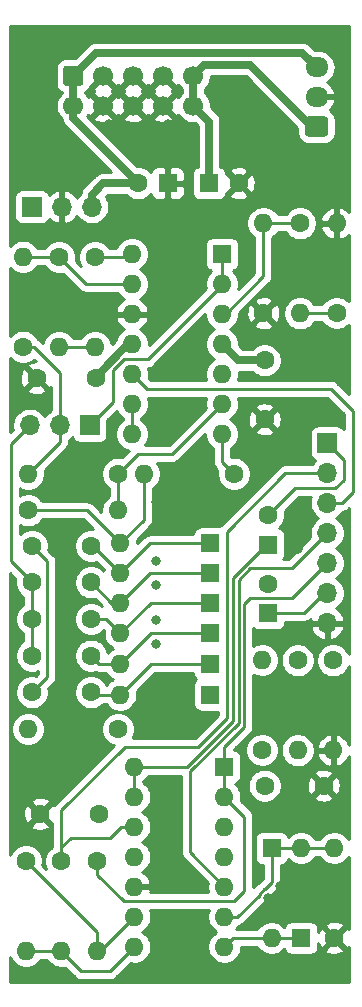
<source format=gbr>
%TF.GenerationSoftware,KiCad,Pcbnew,5.1.9+dfsg1-1~bpo10+1*%
%TF.CreationDate,2022-02-07T13:51:33+08:00*%
%TF.ProjectId,MiniVCF v1.0 - Main,4d696e69-5643-4462-9076-312e30202d20,rev?*%
%TF.SameCoordinates,Original*%
%TF.FileFunction,Copper,L2,Bot*%
%TF.FilePolarity,Positive*%
%FSLAX46Y46*%
G04 Gerber Fmt 4.6, Leading zero omitted, Abs format (unit mm)*
G04 Created by KiCad (PCBNEW 5.1.9+dfsg1-1~bpo10+1) date 2022-02-07 13:51:33*
%MOMM*%
%LPD*%
G01*
G04 APERTURE LIST*
%TA.AperFunction,ComponentPad*%
%ADD10R,1.600000X1.600000*%
%TD*%
%TA.AperFunction,ComponentPad*%
%ADD11O,1.600000X1.600000*%
%TD*%
%TA.AperFunction,ComponentPad*%
%ADD12C,1.600000*%
%TD*%
%TA.AperFunction,ComponentPad*%
%ADD13O,1.950000X1.700000*%
%TD*%
%TA.AperFunction,ComponentPad*%
%ADD14C,1.700000*%
%TD*%
%TA.AperFunction,ComponentPad*%
%ADD15O,1.700000X1.700000*%
%TD*%
%TA.AperFunction,ComponentPad*%
%ADD16R,1.700000X1.700000*%
%TD*%
%TA.AperFunction,ViaPad*%
%ADD17C,0.800000*%
%TD*%
%TA.AperFunction,Conductor*%
%ADD18C,0.250000*%
%TD*%
%TA.AperFunction,Conductor*%
%ADD19C,0.650000*%
%TD*%
%TA.AperFunction,Conductor*%
%ADD20C,0.254000*%
%TD*%
%TA.AperFunction,Conductor*%
%ADD21C,0.100000*%
%TD*%
G04 APERTURE END LIST*
D10*
%TO.P,U2,1*%
%TO.N,B_5*%
X122800000Y-116400000D03*
D11*
%TO.P,U2,8*%
%TO.N,Net-(R19-Pad2)*%
X115180000Y-131640000D03*
%TO.P,U2,2*%
%TO.N,B_5*%
X122800000Y-118940000D03*
%TO.P,U2,9*%
%TO.N,Net-(R17-Pad2)*%
X115180000Y-129100000D03*
%TO.P,U2,3*%
%TO.N,Net-(C4-Pad1)*%
X122800000Y-121480000D03*
%TO.P,U2,10*%
%TO.N,GND2*%
X115180000Y-126560000D03*
%TO.P,U2,4*%
%TO.N,+12V*%
X122800000Y-124020000D03*
%TO.P,U2,11*%
%TO.N,-12V*%
X115180000Y-124020000D03*
%TO.P,U2,5*%
%TO.N,B_6*%
X122800000Y-126560000D03*
%TO.P,U2,12*%
%TO.N,B_CLIPPING_LEDS*%
X115180000Y-121480000D03*
%TO.P,U2,6*%
%TO.N,Net-(D10-Pad2)*%
X122800000Y-129100000D03*
%TO.P,U2,13*%
%TO.N,Net-(C7-Pad1)*%
X115180000Y-118940000D03*
%TO.P,U2,7*%
%TO.N,RESO_FEEDBACK*%
X122800000Y-131640000D03*
%TO.P,U2,14*%
%TO.N,Net-(C7-Pad1)*%
X115180000Y-116400000D03*
%TD*%
D10*
%TO.P,D11,1*%
%TO.N,Net-(D10-Pad2)*%
X126800000Y-123300000D03*
D11*
%TO.P,D11,2*%
%TO.N,RESO_FEEDBACK*%
X126800000Y-130920000D03*
%TD*%
D10*
%TO.P,C1,1*%
%TO.N,B_AUDIO_IN*%
X126500000Y-103400000D03*
D12*
%TO.P,C1,2*%
%TO.N,Net-(C1-Pad2)*%
X126500000Y-100900000D03*
%TD*%
%TO.P,C7,2*%
%TO.N,B_AUDIO_OUT*%
X126500000Y-95100000D03*
D10*
%TO.P,C7,1*%
%TO.N,Net-(C7-Pad1)*%
X126500000Y-97600000D03*
%TD*%
D12*
%TO.P,C10,1*%
%TO.N,+12V*%
X126200000Y-82000000D03*
%TO.P,C10,2*%
%TO.N,GND2*%
X126200000Y-87000000D03*
%TD*%
%TO.P,C11,2*%
%TO.N,-12V*%
X111900000Y-83500000D03*
%TO.P,C11,1*%
%TO.N,GND2*%
X106900000Y-83500000D03*
%TD*%
%TO.P,R1,1*%
%TO.N,Net-(C1-Pad2)*%
X132300000Y-78000000D03*
D11*
%TO.P,R1,2*%
%TO.N,GND2*%
X132300000Y-70380000D03*
%TD*%
%TO.P,R2,2*%
%TO.N,Net-(C1-Pad2)*%
X129200000Y-78020000D03*
D12*
%TO.P,R2,1*%
%TO.N,Net-(R2-Pad1)*%
X129200000Y-70400000D03*
%TD*%
D11*
%TO.P,R3,2*%
%TO.N,Net-(R2-Pad1)*%
X126100000Y-70380000D03*
D12*
%TO.P,R3,1*%
%TO.N,GND2*%
X126100000Y-78000000D03*
%TD*%
D11*
%TO.P,R6,2*%
%TO.N,Net-(R10-Pad1)*%
X105750000Y-73230000D03*
D12*
%TO.P,R6,1*%
%TO.N,B_7*%
X105750000Y-80850000D03*
%TD*%
D11*
%TO.P,R10,2*%
%TO.N,Net-(D6-Pad1)*%
X108800000Y-80870000D03*
D12*
%TO.P,R10,1*%
%TO.N,Net-(R10-Pad1)*%
X108800000Y-73250000D03*
%TD*%
%TO.P,R12,1*%
%TO.N,Net-(R12-Pad1)*%
X111850000Y-73250000D03*
D11*
%TO.P,R12,2*%
%TO.N,Net-(D6-Pad1)*%
X111850000Y-80870000D03*
%TD*%
%TO.P,U1,14*%
%TO.N,Net-(R12-Pad1)*%
X114980000Y-73000000D03*
%TO.P,U1,7*%
%TO.N,Net-(R11-Pad1)*%
X122600000Y-88240000D03*
%TO.P,U1,13*%
%TO.N,Net-(R10-Pad1)*%
X114980000Y-75540000D03*
%TO.P,U1,6*%
%TO.N,Net-(R4-Pad1)*%
X122600000Y-85700000D03*
%TO.P,U1,12*%
%TO.N,GND2*%
X114980000Y-78080000D03*
%TO.P,U1,5*%
%TO.N,Net-(R5-Pad1)*%
X122600000Y-83160000D03*
%TO.P,U1,11*%
%TO.N,-12V*%
X114980000Y-80620000D03*
%TO.P,U1,4*%
%TO.N,+12V*%
X122600000Y-80620000D03*
%TO.P,U1,10*%
%TO.N,B_CV_IN*%
X114980000Y-83160000D03*
%TO.P,U1,3*%
%TO.N,Net-(R2-Pad1)*%
X122600000Y-78080000D03*
%TO.P,U1,9*%
%TO.N,Net-(R5-Pad2)*%
X114980000Y-85700000D03*
%TO.P,U1,2*%
%TO.N,B_8*%
X122600000Y-75540000D03*
%TO.P,U1,8*%
%TO.N,Net-(R5-Pad2)*%
X114980000Y-88240000D03*
D10*
%TO.P,U1,1*%
%TO.N,B_8*%
X122600000Y-73000000D03*
%TD*%
D12*
%TO.P,C8,2*%
%TO.N,GND2*%
X124000000Y-67000000D03*
D10*
%TO.P,C8,1*%
%TO.N,+12V*%
X121500000Y-67000000D03*
%TD*%
%TO.P,C9,1*%
%TO.N,GND2*%
X118000000Y-67000000D03*
D12*
%TO.P,C9,2*%
%TO.N,-12V*%
X115500000Y-67000000D03*
%TD*%
%TO.P,J1,1*%
%TO.N,+12V*%
%TA.AperFunction,ComponentPad*%
G36*
G01*
X131325000Y-63050000D02*
X129875000Y-63050000D01*
G75*
G02*
X129625000Y-62800000I0J250000D01*
G01*
X129625000Y-61600000D01*
G75*
G02*
X129875000Y-61350000I250000J0D01*
G01*
X131325000Y-61350000D01*
G75*
G02*
X131575000Y-61600000I0J-250000D01*
G01*
X131575000Y-62800000D01*
G75*
G02*
X131325000Y-63050000I-250000J0D01*
G01*
G37*
%TD.AperFunction*%
D13*
%TO.P,J1,2*%
%TO.N,GND2*%
X130600000Y-59700000D03*
%TO.P,J1,3*%
%TO.N,-12V*%
X130600000Y-57200000D03*
%TD*%
%TO.P,J2,1*%
%TO.N,-12V*%
%TA.AperFunction,ComponentPad*%
G36*
G01*
X109400000Y-57050000D02*
X110600000Y-57050000D01*
G75*
G02*
X110850000Y-57300000I0J-250000D01*
G01*
X110850000Y-58500000D01*
G75*
G02*
X110600000Y-58750000I-250000J0D01*
G01*
X109400000Y-58750000D01*
G75*
G02*
X109150000Y-58500000I0J250000D01*
G01*
X109150000Y-57300000D01*
G75*
G02*
X109400000Y-57050000I250000J0D01*
G01*
G37*
%TD.AperFunction*%
D14*
%TO.P,J2,3*%
%TO.N,GND2*%
X112540000Y-57900000D03*
%TO.P,J2,5*%
X115080000Y-57900000D03*
%TO.P,J2,7*%
X117620000Y-57900000D03*
%TO.P,J2,9*%
%TO.N,+12V*%
X120160000Y-57900000D03*
%TO.P,J2,2*%
%TO.N,-12V*%
X110000000Y-60440000D03*
%TO.P,J2,4*%
%TO.N,GND2*%
X112540000Y-60440000D03*
%TO.P,J2,6*%
X115080000Y-60440000D03*
%TO.P,J2,8*%
X117620000Y-60440000D03*
%TO.P,J2,10*%
%TO.N,+12V*%
X120160000Y-60440000D03*
%TD*%
D15*
%TO.P,J7,3*%
%TO.N,-12V*%
X111580000Y-69000000D03*
%TO.P,J7,2*%
%TO.N,GND2*%
X109040000Y-69000000D03*
D16*
%TO.P,J7,1*%
%TO.N,+12V*%
X106500000Y-69000000D03*
%TD*%
%TO.P,J8,1*%
%TO.N,B_AUDIO_OUT*%
X131500000Y-89000000D03*
D15*
%TO.P,J8,2*%
%TO.N,B_CLIPPING_LEDS*%
X131500000Y-91540000D03*
%TO.P,J8,3*%
%TO.N,B_CV_IN*%
X131500000Y-94080000D03*
%TO.P,J8,4*%
%TO.N,B_6*%
X131500000Y-96620000D03*
%TO.P,J8,5*%
%TO.N,B_5*%
X131500000Y-99160000D03*
%TO.P,J8,6*%
%TO.N,B_AUDIO_IN*%
X131500000Y-101700000D03*
%TO.P,J8,7*%
%TO.N,GND2*%
X131500000Y-104240000D03*
%TD*%
D16*
%TO.P,J12,1*%
%TO.N,B_8*%
X111400000Y-87500000D03*
D15*
%TO.P,J12,2*%
%TO.N,B_7*%
X108860000Y-87500000D03*
%TO.P,J12,3*%
%TO.N,B_9*%
X106320000Y-87500000D03*
%TD*%
D12*
%TO.P,C2,1*%
%TO.N,Net-(C2-Pad1)*%
X111500000Y-97700000D03*
%TO.P,C2,2*%
%TO.N,RESO_FEEDBACK*%
X106500000Y-97700000D03*
%TD*%
%TO.P,C3,2*%
%TO.N,B_9*%
X106500000Y-100800000D03*
%TO.P,C3,1*%
%TO.N,Net-(C3-Pad1)*%
X111500000Y-100800000D03*
%TD*%
%TO.P,C4,2*%
%TO.N,B_9*%
X106500000Y-103900000D03*
%TO.P,C4,1*%
%TO.N,Net-(C4-Pad1)*%
X111500000Y-103900000D03*
%TD*%
%TO.P,C5,1*%
%TO.N,Net-(C5-Pad1)*%
X111500000Y-107000000D03*
%TO.P,C5,2*%
%TO.N,B_9*%
X106500000Y-107000000D03*
%TD*%
%TO.P,C6,2*%
%TO.N,RESO_FEEDBACK*%
X106500000Y-110100000D03*
%TO.P,C6,1*%
%TO.N,Net-(C6-Pad1)*%
X111500000Y-110100000D03*
%TD*%
%TO.P,C12,1*%
%TO.N,+12V*%
X126200000Y-118000000D03*
%TO.P,C12,2*%
%TO.N,GND2*%
X131200000Y-118000000D03*
%TD*%
%TO.P,C13,2*%
%TO.N,-12V*%
X112200000Y-120400000D03*
%TO.P,C13,1*%
%TO.N,GND2*%
X107200000Y-120400000D03*
%TD*%
D11*
%TO.P,D1,2*%
%TO.N,Net-(D1-Pad2)*%
X113980000Y-97500000D03*
D10*
%TO.P,D1,1*%
%TO.N,Net-(C2-Pad1)*%
X121600000Y-97500000D03*
%TD*%
%TO.P,D2,1*%
%TO.N,Net-(C3-Pad1)*%
X121600000Y-100000000D03*
D11*
%TO.P,D2,2*%
%TO.N,Net-(C2-Pad1)*%
X113980000Y-100000000D03*
%TD*%
%TO.P,D3,2*%
%TO.N,Net-(C3-Pad1)*%
X113980000Y-102500000D03*
D10*
%TO.P,D3,1*%
%TO.N,Net-(C4-Pad1)*%
X121600000Y-102500000D03*
%TD*%
D11*
%TO.P,D4,2*%
%TO.N,Net-(C4-Pad1)*%
X114000000Y-105100000D03*
D10*
%TO.P,D4,1*%
%TO.N,Net-(C5-Pad1)*%
X121620000Y-105100000D03*
%TD*%
%TO.P,D5,1*%
%TO.N,Net-(C6-Pad1)*%
X121600000Y-107700000D03*
D11*
%TO.P,D5,2*%
%TO.N,Net-(C5-Pad1)*%
X113980000Y-107700000D03*
%TD*%
%TO.P,D6,2*%
%TO.N,Net-(C6-Pad1)*%
X113980000Y-110300000D03*
D10*
%TO.P,D6,1*%
%TO.N,Net-(D6-Pad1)*%
X121600000Y-110300000D03*
%TD*%
%TO.P,D10,1*%
%TO.N,RESO_FEEDBACK*%
X129300000Y-130900000D03*
D11*
%TO.P,D10,2*%
%TO.N,Net-(D10-Pad2)*%
X129300000Y-123280000D03*
%TD*%
%TO.P,R4,2*%
%TO.N,B_7*%
X106180000Y-91600000D03*
D12*
%TO.P,R4,1*%
%TO.N,Net-(R4-Pad1)*%
X113800000Y-91600000D03*
%TD*%
%TO.P,R5,1*%
%TO.N,Net-(R5-Pad1)*%
X129000000Y-107400000D03*
D11*
%TO.P,R5,2*%
%TO.N,Net-(R5-Pad2)*%
X129000000Y-115020000D03*
%TD*%
%TO.P,R7,2*%
%TO.N,Net-(R10-Pad1)*%
X126000000Y-107380000D03*
D12*
%TO.P,R7,1*%
%TO.N,Net-(R5-Pad2)*%
X126000000Y-115000000D03*
%TD*%
%TO.P,R8,1*%
%TO.N,Net-(R5-Pad1)*%
X132000000Y-107400000D03*
D11*
%TO.P,R8,2*%
%TO.N,GND2*%
X132000000Y-115020000D03*
%TD*%
%TO.P,R9,2*%
%TO.N,Net-(R4-Pad1)*%
X113820000Y-94700000D03*
D12*
%TO.P,R9,1*%
%TO.N,Net-(D1-Pad2)*%
X106200000Y-94700000D03*
%TD*%
%TO.P,R11,1*%
%TO.N,Net-(R11-Pad1)*%
X123600000Y-91600000D03*
D11*
%TO.P,R11,2*%
%TO.N,Net-(D1-Pad2)*%
X115980000Y-91600000D03*
%TD*%
%TO.P,R16,2*%
%TO.N,Net-(D10-Pad2)*%
X132100000Y-123280000D03*
D12*
%TO.P,R16,1*%
%TO.N,GND2*%
X132100000Y-130900000D03*
%TD*%
D11*
%TO.P,R17,2*%
%TO.N,Net-(R17-Pad2)*%
X112000000Y-132020000D03*
D12*
%TO.P,R17,1*%
%TO.N,B_5*%
X112000000Y-124400000D03*
%TD*%
%TO.P,R18,1*%
%TO.N,Net-(D10-Pad2)*%
X113800000Y-113200000D03*
D11*
%TO.P,R18,2*%
%TO.N,RESO_FEEDBACK*%
X106180000Y-113200000D03*
%TD*%
D12*
%TO.P,R19,1*%
%TO.N,Net-(R17-Pad2)*%
X106000000Y-124400000D03*
D11*
%TO.P,R19,2*%
%TO.N,Net-(R19-Pad2)*%
X106000000Y-132020000D03*
%TD*%
%TO.P,R21,2*%
%TO.N,Net-(R19-Pad2)*%
X109000000Y-132020000D03*
D12*
%TO.P,R21,1*%
%TO.N,B_CLIPPING_LEDS*%
X109000000Y-124400000D03*
%TD*%
D17*
%TO.N,*%
X117000000Y-99000000D03*
X117000000Y-101000000D03*
X117000000Y-104000000D03*
X117000000Y-106000000D03*
%TO.N,GND2*%
X132000000Y-73000000D03*
X130000000Y-75000000D03*
X128000000Y-74000000D03*
X127000000Y-76000000D03*
X129000000Y-80000000D03*
X131000000Y-81000000D03*
X128000000Y-89000000D03*
X126000000Y-91000000D03*
X120000000Y-81000000D03*
X119000000Y-86000000D03*
X118000000Y-76000000D03*
X119000000Y-77000000D03*
X119000000Y-74000000D03*
X117000000Y-73000000D03*
X129000000Y-81000000D03*
X132000000Y-80000000D03*
X133000000Y-81000000D03*
X129000000Y-95000000D03*
X129000000Y-98000000D03*
X131000000Y-83000000D03*
X129000000Y-83000000D03*
X132000000Y-86000000D03*
X130000000Y-86000000D03*
X128000000Y-86000000D03*
X132000000Y-75000000D03*
X133000000Y-67000000D03*
X131000000Y-66000000D03*
X130000000Y-68000000D03*
X128000000Y-67000000D03*
X126000000Y-68000000D03*
X108000000Y-56000000D03*
X107000000Y-57000000D03*
X105000000Y-60000000D03*
X108000000Y-59000000D03*
X107000000Y-63000000D03*
X113000000Y-62000000D03*
X115000000Y-63000000D03*
X117000000Y-63000000D03*
X118000000Y-62000000D03*
X120000000Y-63000000D03*
X107000000Y-65000000D03*
X123000000Y-60000000D03*
X124000000Y-60000000D03*
X127000000Y-63000000D03*
X124000000Y-63000000D03*
X117000000Y-94000000D03*
X117000000Y-96000000D03*
X117000000Y-109000000D03*
X117000000Y-112000000D03*
X119000000Y-112500000D03*
X117500000Y-113500000D03*
X121000000Y-112500000D03*
X111000000Y-115000000D03*
X111500000Y-116000000D03*
X108000000Y-115000000D03*
X109000000Y-116500000D03*
X107500000Y-117500000D03*
X106500000Y-116000000D03*
X108500000Y-111500000D03*
X109000000Y-113000000D03*
X109000000Y-107000000D03*
X109000000Y-100500000D03*
X109000000Y-103000000D03*
X109000000Y-97500000D03*
X108000000Y-96000000D03*
X108000000Y-93500000D03*
X109000000Y-91000000D03*
X111500000Y-93000000D03*
X112000000Y-90000000D03*
X111500000Y-91500000D03*
X120500000Y-94500000D03*
X128000000Y-121000000D03*
X130000000Y-120500000D03*
X127500000Y-126500000D03*
X126500000Y-127500000D03*
X117500000Y-120500000D03*
X117500000Y-123000000D03*
X117500000Y-125500000D03*
X132000000Y-121000000D03*
X126500000Y-121000000D03*
X128500000Y-118000000D03*
X126000000Y-109500000D03*
X126000000Y-111000000D03*
X128500000Y-111500000D03*
X128500000Y-113000000D03*
X131000000Y-111500000D03*
X132000000Y-110500000D03*
X117400000Y-129500000D03*
X118700000Y-130500000D03*
X118300000Y-132300000D03*
X120100000Y-132700000D03*
%TD*%
D18*
%TO.N,B_AUDIO_IN*%
X129500000Y-103400000D02*
X126500000Y-103400000D01*
X131500000Y-101700000D02*
X131200000Y-101700000D01*
X131200000Y-101700000D02*
X129500000Y-103400000D01*
%TO.N,Net-(C1-Pad2)*%
X129220000Y-78000000D02*
X129200000Y-78020000D01*
X132300000Y-78000000D02*
X129220000Y-78000000D01*
%TO.N,Net-(C2-Pad1)*%
X111680000Y-97700000D02*
X111500000Y-97700000D01*
X113980000Y-100000000D02*
X111680000Y-97700000D01*
X116480000Y-97500000D02*
X113980000Y-100000000D01*
X121600000Y-97500000D02*
X116480000Y-97500000D01*
%TO.N,RESO_FEEDBACK*%
X107800000Y-108800000D02*
X106500000Y-110100000D01*
X106500000Y-97700000D02*
X107800000Y-99000000D01*
X107800000Y-99000000D02*
X107800000Y-108800000D01*
X123540000Y-130900000D02*
X122800000Y-131640000D01*
X129300000Y-130900000D02*
X123540000Y-130900000D01*
%TO.N,B_9*%
X106500000Y-100800000D02*
X106500000Y-107000000D01*
X104700000Y-99000000D02*
X106500000Y-100800000D01*
X106320000Y-87500000D02*
X104700000Y-89120000D01*
X104700000Y-89120000D02*
X104700000Y-99000000D01*
%TO.N,Net-(C3-Pad1)*%
X113200000Y-102500000D02*
X113980000Y-102500000D01*
X111500000Y-100800000D02*
X113200000Y-102500000D01*
X116480000Y-100000000D02*
X113980000Y-102500000D01*
X121600000Y-100000000D02*
X116480000Y-100000000D01*
%TO.N,Net-(C4-Pad1)*%
X112800000Y-103900000D02*
X114000000Y-105100000D01*
X111500000Y-103900000D02*
X112800000Y-103900000D01*
X116600000Y-102500000D02*
X114000000Y-105100000D01*
X121600000Y-102500000D02*
X116600000Y-102500000D01*
%TO.N,Net-(C5-Pad1)*%
X112200000Y-107700000D02*
X111500000Y-107000000D01*
X113980000Y-107700000D02*
X112200000Y-107700000D01*
X116580000Y-105100000D02*
X113980000Y-107700000D01*
X121620000Y-105100000D02*
X116580000Y-105100000D01*
%TO.N,Net-(C6-Pad1)*%
X111700000Y-110300000D02*
X111500000Y-110100000D01*
X113980000Y-110300000D02*
X111700000Y-110300000D01*
X116600000Y-107700000D02*
X121600000Y-107700000D01*
X113980000Y-110300000D02*
X114000000Y-110300000D01*
X114000000Y-110300000D02*
X116600000Y-107700000D01*
%TO.N,B_AUDIO_OUT*%
X132900000Y-92100000D02*
X132200000Y-92800000D01*
X128800000Y-92800000D02*
X126500000Y-95100000D01*
X132200000Y-92800000D02*
X128800000Y-92800000D01*
X131500000Y-89000000D02*
X132900000Y-90400000D01*
X132900000Y-90400000D02*
X132900000Y-92100000D01*
%TO.N,Net-(C7-Pad1)*%
X115180000Y-116400000D02*
X115180000Y-118940000D01*
X123500000Y-100463589D02*
X123500000Y-112500000D01*
X126363589Y-97600000D02*
X123500000Y-100463589D01*
X123500000Y-112500000D02*
X119600000Y-116400000D01*
X126450000Y-97600000D02*
X126363589Y-97600000D01*
X119600000Y-116400000D02*
X115180000Y-116400000D01*
D19*
%TO.N,+12V*%
X120160000Y-57900000D02*
X120160000Y-60440000D01*
X121500000Y-61780000D02*
X121500000Y-67000000D01*
X120160000Y-60440000D02*
X121500000Y-61780000D01*
X121060000Y-57000000D02*
X120160000Y-57900000D01*
X125000000Y-57000000D02*
X121060000Y-57000000D01*
X130600000Y-62200000D02*
X130200000Y-62200000D01*
X130200000Y-62200000D02*
X125000000Y-57000000D01*
X123980000Y-82000000D02*
X122600000Y-80620000D01*
X126100000Y-82000000D02*
X123980000Y-82000000D01*
%TO.N,-12V*%
X110000000Y-57900000D02*
X110000000Y-60440000D01*
X111900000Y-56000000D02*
X110000000Y-57900000D01*
X130600000Y-57200000D02*
X129400000Y-56000000D01*
X129400000Y-56000000D02*
X111900000Y-56000000D01*
X110000000Y-61500000D02*
X115500000Y-67000000D01*
X110000000Y-60440000D02*
X110000000Y-61500000D01*
X111580000Y-67960000D02*
X111580000Y-69000000D01*
X115500000Y-67000000D02*
X112540000Y-67000000D01*
X112540000Y-67000000D02*
X111580000Y-67960000D01*
X111900000Y-83380748D02*
X111900000Y-83500000D01*
X114980000Y-80620000D02*
X114660748Y-80620000D01*
X114660748Y-80620000D02*
X111900000Y-83380748D01*
D18*
%TO.N,Net-(D1-Pad2)*%
X115980000Y-95500000D02*
X113980000Y-97500000D01*
X115980000Y-91600000D02*
X115980000Y-95500000D01*
X111180000Y-94700000D02*
X106200000Y-94700000D01*
X113980000Y-97500000D02*
X111180000Y-94700000D01*
%TO.N,Net-(D6-Pad1)*%
X108800000Y-80870000D02*
X111850000Y-80870000D01*
%TO.N,Net-(D10-Pad2)*%
X132080000Y-123300000D02*
X132100000Y-123280000D01*
X126800000Y-123300000D02*
X132080000Y-123300000D01*
X123900000Y-129100000D02*
X122800000Y-129100000D01*
X126800000Y-126200000D02*
X126225001Y-126774999D01*
X125774999Y-127225001D02*
X123900000Y-129100000D01*
X126800000Y-123300000D02*
X126800000Y-126200000D01*
X125774999Y-127151999D02*
X125774999Y-127225001D01*
X126225001Y-126774999D02*
X126151999Y-126774999D01*
X126151999Y-126774999D02*
X125774999Y-127151999D01*
%TO.N,B_CLIPPING_LEDS*%
X109000000Y-123200000D02*
X109000000Y-124400000D01*
X109800000Y-122400000D02*
X109000000Y-123200000D01*
X113100000Y-122400000D02*
X109800000Y-122400000D01*
X115180000Y-121480000D02*
X114020000Y-121480000D01*
X114020000Y-121480000D02*
X113100000Y-122400000D01*
X109000000Y-120100000D02*
X109000000Y-124400000D01*
X131500000Y-91540000D02*
X127960000Y-91540000D01*
X120600000Y-114700000D02*
X114400000Y-114700000D01*
X127960000Y-91540000D02*
X123000000Y-96500000D01*
X123000000Y-96500000D02*
X123000000Y-112300000D01*
X123000000Y-112300000D02*
X120600000Y-114700000D01*
X114400000Y-114700000D02*
X109000000Y-120100000D01*
%TO.N,B_CV_IN*%
X131800000Y-84400000D02*
X116220000Y-84400000D01*
X116220000Y-84400000D02*
X114980000Y-83160000D01*
X133649990Y-86249990D02*
X131800000Y-84400000D01*
X133649990Y-93150010D02*
X133649990Y-86249990D01*
X131500000Y-94080000D02*
X132720000Y-94080000D01*
X132720000Y-94080000D02*
X133649990Y-93150010D01*
%TO.N,B_6*%
X124000000Y-112700000D02*
X119900000Y-116800000D01*
X125000000Y-99600000D02*
X124000000Y-100600000D01*
X119900000Y-116800000D02*
X119900000Y-123660000D01*
X128520000Y-99600000D02*
X125000000Y-99600000D01*
X119900000Y-123660000D02*
X122800000Y-126560000D01*
X124000000Y-100600000D02*
X124000000Y-112700000D01*
X131500000Y-96620000D02*
X128520000Y-99600000D01*
%TO.N,B_5*%
X122800000Y-116400000D02*
X122800000Y-118940000D01*
X112000000Y-125531370D02*
X112000000Y-124400000D01*
X114268630Y-127800000D02*
X112000000Y-125531370D01*
X123600000Y-127800000D02*
X114268630Y-127800000D01*
X122800000Y-118940000D02*
X124500000Y-120640000D01*
X124500000Y-126900000D02*
X123600000Y-127800000D01*
X124500000Y-120640000D02*
X124500000Y-126900000D01*
X124500000Y-113000000D02*
X122800000Y-114700000D01*
X124500000Y-102600000D02*
X124500000Y-113000000D01*
X125000000Y-102100000D02*
X124500000Y-102600000D01*
X131500000Y-99160000D02*
X128560000Y-102100000D01*
X122800000Y-114700000D02*
X122800000Y-116400000D01*
X128560000Y-102100000D02*
X125000000Y-102100000D01*
%TO.N,B_7*%
X108860000Y-88920000D02*
X106180000Y-91600000D01*
X108860000Y-87500000D02*
X108860000Y-88920000D01*
X108860000Y-83028630D02*
X108860000Y-87500000D01*
X105550000Y-80850000D02*
X106681370Y-80850000D01*
X106681370Y-80850000D02*
X108860000Y-83028630D01*
%TO.N,B_8*%
X122600000Y-73000000D02*
X122600000Y-75540000D01*
X113400000Y-82800000D02*
X113400000Y-85500000D01*
X114300000Y-81900000D02*
X113400000Y-82800000D01*
X113400000Y-85500000D02*
X111400000Y-87500000D01*
X116300000Y-81900000D02*
X114300000Y-81900000D01*
X122600000Y-75540000D02*
X122600000Y-75600000D01*
X122600000Y-75600000D02*
X116300000Y-81900000D01*
%TO.N,Net-(R2-Pad1)*%
X126100000Y-74880000D02*
X122900000Y-78080000D01*
X126100000Y-70380000D02*
X126100000Y-74880000D01*
X126120000Y-70400000D02*
X126100000Y-70380000D01*
X129200000Y-70400000D02*
X126120000Y-70400000D01*
%TO.N,Net-(R4-Pad1)*%
X113800000Y-94680000D02*
X113820000Y-94700000D01*
X113800000Y-91600000D02*
X113800000Y-94680000D01*
X122600000Y-85700000D02*
X118400000Y-89900000D01*
X115500000Y-89900000D02*
X113800000Y-91600000D01*
X118400000Y-89900000D02*
X115500000Y-89900000D01*
%TO.N,Net-(R5-Pad2)*%
X114980000Y-88240000D02*
X114980000Y-85700000D01*
%TO.N,Net-(R10-Pad1)*%
X111090000Y-75540000D02*
X108800000Y-73250000D01*
X114980000Y-75540000D02*
X111090000Y-75540000D01*
X105770000Y-73250000D02*
X105750000Y-73230000D01*
X108800000Y-73250000D02*
X105770000Y-73250000D01*
%TO.N,Net-(R11-Pad1)*%
X122600000Y-90600000D02*
X123600000Y-91600000D01*
X122600000Y-88240000D02*
X122600000Y-90600000D01*
%TO.N,Net-(R12-Pad1)*%
X114730000Y-73250000D02*
X114980000Y-73000000D01*
X111850000Y-73250000D02*
X114730000Y-73250000D01*
%TO.N,Net-(R17-Pad2)*%
X112260000Y-132020000D02*
X112000000Y-132020000D01*
X115180000Y-129100000D02*
X112260000Y-132020000D01*
X112000000Y-130400000D02*
X106000000Y-124400000D01*
X112000000Y-132020000D02*
X112000000Y-130400000D01*
%TO.N,Net-(R19-Pad2)*%
X115180000Y-131640000D02*
X113100000Y-133720000D01*
X110700000Y-133720000D02*
X109000000Y-132020000D01*
X113100000Y-133720000D02*
X110700000Y-133720000D01*
X109000000Y-132020000D02*
X106000000Y-132020000D01*
%TD*%
D20*
%TO.N,GND2*%
X133340000Y-130164714D02*
X133336671Y-130158486D01*
X133092702Y-130086903D01*
X132279605Y-130900000D01*
X133092702Y-131713097D01*
X133336671Y-131641514D01*
X133340000Y-131634478D01*
X133340000Y-134590000D01*
X104660000Y-134590000D01*
X104660000Y-132534788D01*
X104728320Y-132699727D01*
X104885363Y-132934759D01*
X105085241Y-133134637D01*
X105320273Y-133291680D01*
X105581426Y-133399853D01*
X105858665Y-133455000D01*
X106141335Y-133455000D01*
X106418574Y-133399853D01*
X106679727Y-133291680D01*
X106914759Y-133134637D01*
X107114637Y-132934759D01*
X107218043Y-132780000D01*
X107781957Y-132780000D01*
X107885363Y-132934759D01*
X108085241Y-133134637D01*
X108320273Y-133291680D01*
X108581426Y-133399853D01*
X108858665Y-133455000D01*
X109141335Y-133455000D01*
X109323886Y-133418688D01*
X110136201Y-134231003D01*
X110159999Y-134260001D01*
X110188997Y-134283799D01*
X110275723Y-134354974D01*
X110407753Y-134425546D01*
X110551014Y-134469003D01*
X110662667Y-134480000D01*
X110662676Y-134480000D01*
X110699999Y-134483676D01*
X110737322Y-134480000D01*
X113062678Y-134480000D01*
X113100000Y-134483676D01*
X113137322Y-134480000D01*
X113137333Y-134480000D01*
X113248986Y-134469003D01*
X113392247Y-134425546D01*
X113524276Y-134354974D01*
X113640001Y-134260001D01*
X113663804Y-134230997D01*
X114856114Y-133038688D01*
X115038665Y-133075000D01*
X115321335Y-133075000D01*
X115598574Y-133019853D01*
X115859727Y-132911680D01*
X116094759Y-132754637D01*
X116294637Y-132554759D01*
X116451680Y-132319727D01*
X116559853Y-132058574D01*
X116615000Y-131781335D01*
X116615000Y-131498665D01*
X116559853Y-131221426D01*
X116451680Y-130960273D01*
X116294637Y-130725241D01*
X116094759Y-130525363D01*
X115862241Y-130370000D01*
X116094759Y-130214637D01*
X116294637Y-130014759D01*
X116451680Y-129779727D01*
X116559853Y-129518574D01*
X116615000Y-129241335D01*
X116615000Y-128958665D01*
X116559853Y-128681426D01*
X116509557Y-128560000D01*
X121470443Y-128560000D01*
X121420147Y-128681426D01*
X121365000Y-128958665D01*
X121365000Y-129241335D01*
X121420147Y-129518574D01*
X121528320Y-129779727D01*
X121685363Y-130014759D01*
X121885241Y-130214637D01*
X122117759Y-130370000D01*
X121885241Y-130525363D01*
X121685363Y-130725241D01*
X121528320Y-130960273D01*
X121420147Y-131221426D01*
X121365000Y-131498665D01*
X121365000Y-131781335D01*
X121420147Y-132058574D01*
X121528320Y-132319727D01*
X121685363Y-132554759D01*
X121885241Y-132754637D01*
X122120273Y-132911680D01*
X122381426Y-133019853D01*
X122658665Y-133075000D01*
X122941335Y-133075000D01*
X123218574Y-133019853D01*
X123479727Y-132911680D01*
X123714759Y-132754637D01*
X123914637Y-132554759D01*
X124071680Y-132319727D01*
X124179853Y-132058574D01*
X124235000Y-131781335D01*
X124235000Y-131660000D01*
X125568593Y-131660000D01*
X125685363Y-131834759D01*
X125885241Y-132034637D01*
X126120273Y-132191680D01*
X126381426Y-132299853D01*
X126658665Y-132355000D01*
X126941335Y-132355000D01*
X127218574Y-132299853D01*
X127479727Y-132191680D01*
X127714759Y-132034637D01*
X127885994Y-131863402D01*
X127910498Y-131944180D01*
X127969463Y-132054494D01*
X128048815Y-132151185D01*
X128145506Y-132230537D01*
X128255820Y-132289502D01*
X128375518Y-132325812D01*
X128500000Y-132338072D01*
X130100000Y-132338072D01*
X130224482Y-132325812D01*
X130344180Y-132289502D01*
X130454494Y-132230537D01*
X130551185Y-132151185D01*
X130630537Y-132054494D01*
X130689502Y-131944180D01*
X130705117Y-131892702D01*
X131286903Y-131892702D01*
X131358486Y-132136671D01*
X131613996Y-132257571D01*
X131888184Y-132326300D01*
X132170512Y-132340217D01*
X132450130Y-132298787D01*
X132716292Y-132203603D01*
X132841514Y-132136671D01*
X132913097Y-131892702D01*
X132100000Y-131079605D01*
X131286903Y-131892702D01*
X130705117Y-131892702D01*
X130725812Y-131824482D01*
X130738072Y-131700000D01*
X130738072Y-131353198D01*
X130796397Y-131516292D01*
X130863329Y-131641514D01*
X131107298Y-131713097D01*
X131920395Y-130900000D01*
X131107298Y-130086903D01*
X130863329Y-130158486D01*
X130742429Y-130413996D01*
X130738072Y-130431378D01*
X130738072Y-130100000D01*
X130725812Y-129975518D01*
X130705118Y-129907298D01*
X131286903Y-129907298D01*
X132100000Y-130720395D01*
X132913097Y-129907298D01*
X132841514Y-129663329D01*
X132586004Y-129542429D01*
X132311816Y-129473700D01*
X132029488Y-129459783D01*
X131749870Y-129501213D01*
X131483708Y-129596397D01*
X131358486Y-129663329D01*
X131286903Y-129907298D01*
X130705118Y-129907298D01*
X130689502Y-129855820D01*
X130630537Y-129745506D01*
X130551185Y-129648815D01*
X130454494Y-129569463D01*
X130344180Y-129510498D01*
X130224482Y-129474188D01*
X130100000Y-129461928D01*
X128500000Y-129461928D01*
X128375518Y-129474188D01*
X128255820Y-129510498D01*
X128145506Y-129569463D01*
X128048815Y-129648815D01*
X127969463Y-129745506D01*
X127910498Y-129855820D01*
X127876684Y-129967288D01*
X127714759Y-129805363D01*
X127479727Y-129648320D01*
X127218574Y-129540147D01*
X126941335Y-129485000D01*
X126658665Y-129485000D01*
X126381426Y-129540147D01*
X126120273Y-129648320D01*
X125885241Y-129805363D01*
X125685363Y-130005241D01*
X125595320Y-130140000D01*
X123789396Y-130140000D01*
X123914637Y-130014759D01*
X124023729Y-129851491D01*
X124048986Y-129849003D01*
X124192247Y-129805546D01*
X124324276Y-129734974D01*
X124440001Y-129640001D01*
X124463804Y-129610997D01*
X126286002Y-127788800D01*
X126315000Y-127765002D01*
X126338798Y-127736004D01*
X126409973Y-127649278D01*
X126475945Y-127525854D01*
X126525854Y-127475945D01*
X126649277Y-127409973D01*
X126765002Y-127315000D01*
X126788804Y-127285997D01*
X127311007Y-126763795D01*
X127340001Y-126740001D01*
X127363795Y-126711008D01*
X127363799Y-126711004D01*
X127434973Y-126624277D01*
X127434974Y-126624276D01*
X127505546Y-126492247D01*
X127549003Y-126348986D01*
X127560000Y-126237333D01*
X127560000Y-126237324D01*
X127563676Y-126200001D01*
X127560000Y-126162678D01*
X127560000Y-124738072D01*
X127600000Y-124738072D01*
X127724482Y-124725812D01*
X127844180Y-124689502D01*
X127954494Y-124630537D01*
X128051185Y-124551185D01*
X128130537Y-124454494D01*
X128189502Y-124344180D01*
X128223316Y-124232712D01*
X128385241Y-124394637D01*
X128620273Y-124551680D01*
X128881426Y-124659853D01*
X129158665Y-124715000D01*
X129441335Y-124715000D01*
X129718574Y-124659853D01*
X129979727Y-124551680D01*
X130214759Y-124394637D01*
X130414637Y-124194759D01*
X130504680Y-124060000D01*
X130895320Y-124060000D01*
X130985363Y-124194759D01*
X131185241Y-124394637D01*
X131420273Y-124551680D01*
X131681426Y-124659853D01*
X131958665Y-124715000D01*
X132241335Y-124715000D01*
X132518574Y-124659853D01*
X132779727Y-124551680D01*
X133014759Y-124394637D01*
X133214637Y-124194759D01*
X133340000Y-124007139D01*
X133340000Y-130164714D01*
%TA.AperFunction,Conductor*%
D21*
G36*
X133340000Y-130164714D02*
G01*
X133336671Y-130158486D01*
X133092702Y-130086903D01*
X132279605Y-130900000D01*
X133092702Y-131713097D01*
X133336671Y-131641514D01*
X133340000Y-131634478D01*
X133340000Y-134590000D01*
X104660000Y-134590000D01*
X104660000Y-132534788D01*
X104728320Y-132699727D01*
X104885363Y-132934759D01*
X105085241Y-133134637D01*
X105320273Y-133291680D01*
X105581426Y-133399853D01*
X105858665Y-133455000D01*
X106141335Y-133455000D01*
X106418574Y-133399853D01*
X106679727Y-133291680D01*
X106914759Y-133134637D01*
X107114637Y-132934759D01*
X107218043Y-132780000D01*
X107781957Y-132780000D01*
X107885363Y-132934759D01*
X108085241Y-133134637D01*
X108320273Y-133291680D01*
X108581426Y-133399853D01*
X108858665Y-133455000D01*
X109141335Y-133455000D01*
X109323886Y-133418688D01*
X110136201Y-134231003D01*
X110159999Y-134260001D01*
X110188997Y-134283799D01*
X110275723Y-134354974D01*
X110407753Y-134425546D01*
X110551014Y-134469003D01*
X110662667Y-134480000D01*
X110662676Y-134480000D01*
X110699999Y-134483676D01*
X110737322Y-134480000D01*
X113062678Y-134480000D01*
X113100000Y-134483676D01*
X113137322Y-134480000D01*
X113137333Y-134480000D01*
X113248986Y-134469003D01*
X113392247Y-134425546D01*
X113524276Y-134354974D01*
X113640001Y-134260001D01*
X113663804Y-134230997D01*
X114856114Y-133038688D01*
X115038665Y-133075000D01*
X115321335Y-133075000D01*
X115598574Y-133019853D01*
X115859727Y-132911680D01*
X116094759Y-132754637D01*
X116294637Y-132554759D01*
X116451680Y-132319727D01*
X116559853Y-132058574D01*
X116615000Y-131781335D01*
X116615000Y-131498665D01*
X116559853Y-131221426D01*
X116451680Y-130960273D01*
X116294637Y-130725241D01*
X116094759Y-130525363D01*
X115862241Y-130370000D01*
X116094759Y-130214637D01*
X116294637Y-130014759D01*
X116451680Y-129779727D01*
X116559853Y-129518574D01*
X116615000Y-129241335D01*
X116615000Y-128958665D01*
X116559853Y-128681426D01*
X116509557Y-128560000D01*
X121470443Y-128560000D01*
X121420147Y-128681426D01*
X121365000Y-128958665D01*
X121365000Y-129241335D01*
X121420147Y-129518574D01*
X121528320Y-129779727D01*
X121685363Y-130014759D01*
X121885241Y-130214637D01*
X122117759Y-130370000D01*
X121885241Y-130525363D01*
X121685363Y-130725241D01*
X121528320Y-130960273D01*
X121420147Y-131221426D01*
X121365000Y-131498665D01*
X121365000Y-131781335D01*
X121420147Y-132058574D01*
X121528320Y-132319727D01*
X121685363Y-132554759D01*
X121885241Y-132754637D01*
X122120273Y-132911680D01*
X122381426Y-133019853D01*
X122658665Y-133075000D01*
X122941335Y-133075000D01*
X123218574Y-133019853D01*
X123479727Y-132911680D01*
X123714759Y-132754637D01*
X123914637Y-132554759D01*
X124071680Y-132319727D01*
X124179853Y-132058574D01*
X124235000Y-131781335D01*
X124235000Y-131660000D01*
X125568593Y-131660000D01*
X125685363Y-131834759D01*
X125885241Y-132034637D01*
X126120273Y-132191680D01*
X126381426Y-132299853D01*
X126658665Y-132355000D01*
X126941335Y-132355000D01*
X127218574Y-132299853D01*
X127479727Y-132191680D01*
X127714759Y-132034637D01*
X127885994Y-131863402D01*
X127910498Y-131944180D01*
X127969463Y-132054494D01*
X128048815Y-132151185D01*
X128145506Y-132230537D01*
X128255820Y-132289502D01*
X128375518Y-132325812D01*
X128500000Y-132338072D01*
X130100000Y-132338072D01*
X130224482Y-132325812D01*
X130344180Y-132289502D01*
X130454494Y-132230537D01*
X130551185Y-132151185D01*
X130630537Y-132054494D01*
X130689502Y-131944180D01*
X130705117Y-131892702D01*
X131286903Y-131892702D01*
X131358486Y-132136671D01*
X131613996Y-132257571D01*
X131888184Y-132326300D01*
X132170512Y-132340217D01*
X132450130Y-132298787D01*
X132716292Y-132203603D01*
X132841514Y-132136671D01*
X132913097Y-131892702D01*
X132100000Y-131079605D01*
X131286903Y-131892702D01*
X130705117Y-131892702D01*
X130725812Y-131824482D01*
X130738072Y-131700000D01*
X130738072Y-131353198D01*
X130796397Y-131516292D01*
X130863329Y-131641514D01*
X131107298Y-131713097D01*
X131920395Y-130900000D01*
X131107298Y-130086903D01*
X130863329Y-130158486D01*
X130742429Y-130413996D01*
X130738072Y-130431378D01*
X130738072Y-130100000D01*
X130725812Y-129975518D01*
X130705118Y-129907298D01*
X131286903Y-129907298D01*
X132100000Y-130720395D01*
X132913097Y-129907298D01*
X132841514Y-129663329D01*
X132586004Y-129542429D01*
X132311816Y-129473700D01*
X132029488Y-129459783D01*
X131749870Y-129501213D01*
X131483708Y-129596397D01*
X131358486Y-129663329D01*
X131286903Y-129907298D01*
X130705118Y-129907298D01*
X130689502Y-129855820D01*
X130630537Y-129745506D01*
X130551185Y-129648815D01*
X130454494Y-129569463D01*
X130344180Y-129510498D01*
X130224482Y-129474188D01*
X130100000Y-129461928D01*
X128500000Y-129461928D01*
X128375518Y-129474188D01*
X128255820Y-129510498D01*
X128145506Y-129569463D01*
X128048815Y-129648815D01*
X127969463Y-129745506D01*
X127910498Y-129855820D01*
X127876684Y-129967288D01*
X127714759Y-129805363D01*
X127479727Y-129648320D01*
X127218574Y-129540147D01*
X126941335Y-129485000D01*
X126658665Y-129485000D01*
X126381426Y-129540147D01*
X126120273Y-129648320D01*
X125885241Y-129805363D01*
X125685363Y-130005241D01*
X125595320Y-130140000D01*
X123789396Y-130140000D01*
X123914637Y-130014759D01*
X124023729Y-129851491D01*
X124048986Y-129849003D01*
X124192247Y-129805546D01*
X124324276Y-129734974D01*
X124440001Y-129640001D01*
X124463804Y-129610997D01*
X126286002Y-127788800D01*
X126315000Y-127765002D01*
X126338798Y-127736004D01*
X126409973Y-127649278D01*
X126475945Y-127525854D01*
X126525854Y-127475945D01*
X126649277Y-127409973D01*
X126765002Y-127315000D01*
X126788804Y-127285997D01*
X127311007Y-126763795D01*
X127340001Y-126740001D01*
X127363795Y-126711008D01*
X127363799Y-126711004D01*
X127434973Y-126624277D01*
X127434974Y-126624276D01*
X127505546Y-126492247D01*
X127549003Y-126348986D01*
X127560000Y-126237333D01*
X127560000Y-126237324D01*
X127563676Y-126200001D01*
X127560000Y-126162678D01*
X127560000Y-124738072D01*
X127600000Y-124738072D01*
X127724482Y-124725812D01*
X127844180Y-124689502D01*
X127954494Y-124630537D01*
X128051185Y-124551185D01*
X128130537Y-124454494D01*
X128189502Y-124344180D01*
X128223316Y-124232712D01*
X128385241Y-124394637D01*
X128620273Y-124551680D01*
X128881426Y-124659853D01*
X129158665Y-124715000D01*
X129441335Y-124715000D01*
X129718574Y-124659853D01*
X129979727Y-124551680D01*
X130214759Y-124394637D01*
X130414637Y-124194759D01*
X130504680Y-124060000D01*
X130895320Y-124060000D01*
X130985363Y-124194759D01*
X131185241Y-124394637D01*
X131420273Y-124551680D01*
X131681426Y-124659853D01*
X131958665Y-124715000D01*
X132241335Y-124715000D01*
X132518574Y-124659853D01*
X132779727Y-124551680D01*
X133014759Y-124394637D01*
X133214637Y-124194759D01*
X133340000Y-124007139D01*
X133340000Y-130164714D01*
G37*
%TD.AperFunction*%
D20*
X119140001Y-123622668D02*
X119136324Y-123660000D01*
X119140001Y-123697333D01*
X119150998Y-123808986D01*
X119160406Y-123840001D01*
X119194454Y-123952246D01*
X119265026Y-124084276D01*
X119336201Y-124171002D01*
X119360000Y-124200001D01*
X119388998Y-124223799D01*
X121401312Y-126236114D01*
X121365000Y-126418665D01*
X121365000Y-126701335D01*
X121420147Y-126978574D01*
X121445590Y-127040000D01*
X116532182Y-127040000D01*
X116571904Y-126909039D01*
X116449915Y-126687000D01*
X115307000Y-126687000D01*
X115307000Y-126707000D01*
X115053000Y-126707000D01*
X115053000Y-126687000D01*
X115033000Y-126687000D01*
X115033000Y-126433000D01*
X115053000Y-126433000D01*
X115053000Y-126413000D01*
X115307000Y-126413000D01*
X115307000Y-126433000D01*
X116449915Y-126433000D01*
X116571904Y-126210961D01*
X116531246Y-126076913D01*
X116411037Y-125822580D01*
X116243519Y-125596586D01*
X116035131Y-125407615D01*
X115849135Y-125296067D01*
X115859727Y-125291680D01*
X116094759Y-125134637D01*
X116294637Y-124934759D01*
X116451680Y-124699727D01*
X116559853Y-124438574D01*
X116615000Y-124161335D01*
X116615000Y-123878665D01*
X116559853Y-123601426D01*
X116451680Y-123340273D01*
X116294637Y-123105241D01*
X116094759Y-122905363D01*
X115862241Y-122750000D01*
X116094759Y-122594637D01*
X116294637Y-122394759D01*
X116451680Y-122159727D01*
X116559853Y-121898574D01*
X116615000Y-121621335D01*
X116615000Y-121338665D01*
X116559853Y-121061426D01*
X116451680Y-120800273D01*
X116294637Y-120565241D01*
X116094759Y-120365363D01*
X115862241Y-120210000D01*
X116094759Y-120054637D01*
X116294637Y-119854759D01*
X116451680Y-119619727D01*
X116559853Y-119358574D01*
X116615000Y-119081335D01*
X116615000Y-118798665D01*
X116559853Y-118521426D01*
X116451680Y-118260273D01*
X116294637Y-118025241D01*
X116094759Y-117825363D01*
X115940000Y-117721957D01*
X115940000Y-117618043D01*
X116094759Y-117514637D01*
X116294637Y-117314759D01*
X116398043Y-117160000D01*
X119140000Y-117160000D01*
X119140001Y-123622668D01*
%TA.AperFunction,Conductor*%
D21*
G36*
X119140001Y-123622668D02*
G01*
X119136324Y-123660000D01*
X119140001Y-123697333D01*
X119150998Y-123808986D01*
X119160406Y-123840001D01*
X119194454Y-123952246D01*
X119265026Y-124084276D01*
X119336201Y-124171002D01*
X119360000Y-124200001D01*
X119388998Y-124223799D01*
X121401312Y-126236114D01*
X121365000Y-126418665D01*
X121365000Y-126701335D01*
X121420147Y-126978574D01*
X121445590Y-127040000D01*
X116532182Y-127040000D01*
X116571904Y-126909039D01*
X116449915Y-126687000D01*
X115307000Y-126687000D01*
X115307000Y-126707000D01*
X115053000Y-126707000D01*
X115053000Y-126687000D01*
X115033000Y-126687000D01*
X115033000Y-126433000D01*
X115053000Y-126433000D01*
X115053000Y-126413000D01*
X115307000Y-126413000D01*
X115307000Y-126433000D01*
X116449915Y-126433000D01*
X116571904Y-126210961D01*
X116531246Y-126076913D01*
X116411037Y-125822580D01*
X116243519Y-125596586D01*
X116035131Y-125407615D01*
X115849135Y-125296067D01*
X115859727Y-125291680D01*
X116094759Y-125134637D01*
X116294637Y-124934759D01*
X116451680Y-124699727D01*
X116559853Y-124438574D01*
X116615000Y-124161335D01*
X116615000Y-123878665D01*
X116559853Y-123601426D01*
X116451680Y-123340273D01*
X116294637Y-123105241D01*
X116094759Y-122905363D01*
X115862241Y-122750000D01*
X116094759Y-122594637D01*
X116294637Y-122394759D01*
X116451680Y-122159727D01*
X116559853Y-121898574D01*
X116615000Y-121621335D01*
X116615000Y-121338665D01*
X116559853Y-121061426D01*
X116451680Y-120800273D01*
X116294637Y-120565241D01*
X116094759Y-120365363D01*
X115862241Y-120210000D01*
X116094759Y-120054637D01*
X116294637Y-119854759D01*
X116451680Y-119619727D01*
X116559853Y-119358574D01*
X116615000Y-119081335D01*
X116615000Y-118798665D01*
X116559853Y-118521426D01*
X116451680Y-118260273D01*
X116294637Y-118025241D01*
X116094759Y-117825363D01*
X115940000Y-117721957D01*
X115940000Y-117618043D01*
X116094759Y-117514637D01*
X116294637Y-117314759D01*
X116398043Y-117160000D01*
X119140000Y-117160000D01*
X119140001Y-123622668D01*
G37*
%TD.AperFunction*%
D20*
X133340000Y-106885213D02*
X133271680Y-106720273D01*
X133114637Y-106485241D01*
X132914759Y-106285363D01*
X132679727Y-106128320D01*
X132418574Y-106020147D01*
X132141335Y-105965000D01*
X131858665Y-105965000D01*
X131581426Y-106020147D01*
X131320273Y-106128320D01*
X131085241Y-106285363D01*
X130885363Y-106485241D01*
X130728320Y-106720273D01*
X130620147Y-106981426D01*
X130565000Y-107258665D01*
X130565000Y-107541335D01*
X130620147Y-107818574D01*
X130728320Y-108079727D01*
X130885363Y-108314759D01*
X131085241Y-108514637D01*
X131320273Y-108671680D01*
X131581426Y-108779853D01*
X131858665Y-108835000D01*
X132141335Y-108835000D01*
X132418574Y-108779853D01*
X132679727Y-108671680D01*
X132914759Y-108514637D01*
X133114637Y-108314759D01*
X133271680Y-108079727D01*
X133340000Y-107914787D01*
X133340000Y-114526003D01*
X133297070Y-114406119D01*
X133152385Y-114164869D01*
X132963414Y-113956481D01*
X132737420Y-113788963D01*
X132483087Y-113668754D01*
X132349039Y-113628096D01*
X132127000Y-113750085D01*
X132127000Y-114893000D01*
X132147000Y-114893000D01*
X132147000Y-115147000D01*
X132127000Y-115147000D01*
X132127000Y-116289915D01*
X132349039Y-116411904D01*
X132483087Y-116371246D01*
X132737420Y-116251037D01*
X132963414Y-116083519D01*
X133152385Y-115875131D01*
X133297070Y-115633881D01*
X133340000Y-115513997D01*
X133340000Y-122552861D01*
X133214637Y-122365241D01*
X133014759Y-122165363D01*
X132779727Y-122008320D01*
X132518574Y-121900147D01*
X132241335Y-121845000D01*
X131958665Y-121845000D01*
X131681426Y-121900147D01*
X131420273Y-122008320D01*
X131185241Y-122165363D01*
X130985363Y-122365241D01*
X130868593Y-122540000D01*
X130531407Y-122540000D01*
X130414637Y-122365241D01*
X130214759Y-122165363D01*
X129979727Y-122008320D01*
X129718574Y-121900147D01*
X129441335Y-121845000D01*
X129158665Y-121845000D01*
X128881426Y-121900147D01*
X128620273Y-122008320D01*
X128385241Y-122165363D01*
X128214006Y-122336598D01*
X128189502Y-122255820D01*
X128130537Y-122145506D01*
X128051185Y-122048815D01*
X127954494Y-121969463D01*
X127844180Y-121910498D01*
X127724482Y-121874188D01*
X127600000Y-121861928D01*
X126000000Y-121861928D01*
X125875518Y-121874188D01*
X125755820Y-121910498D01*
X125645506Y-121969463D01*
X125548815Y-122048815D01*
X125469463Y-122145506D01*
X125410498Y-122255820D01*
X125374188Y-122375518D01*
X125361928Y-122500000D01*
X125361928Y-124100000D01*
X125374188Y-124224482D01*
X125410498Y-124344180D01*
X125469463Y-124454494D01*
X125548815Y-124551185D01*
X125645506Y-124630537D01*
X125755820Y-124689502D01*
X125875518Y-124725812D01*
X126000000Y-124738072D01*
X126040000Y-124738072D01*
X126040001Y-125885197D01*
X125851145Y-126074054D01*
X125727723Y-126140025D01*
X125611998Y-126234998D01*
X125588195Y-126264002D01*
X125264002Y-126588195D01*
X125260000Y-126591479D01*
X125260000Y-120677322D01*
X125263676Y-120639999D01*
X125260000Y-120602676D01*
X125260000Y-120602667D01*
X125249003Y-120491014D01*
X125205546Y-120347753D01*
X125134975Y-120215725D01*
X125134974Y-120215723D01*
X125063799Y-120128997D01*
X125040001Y-120099999D01*
X125011004Y-120076202D01*
X124198688Y-119263886D01*
X124235000Y-119081335D01*
X124235000Y-118798665D01*
X124179853Y-118521426D01*
X124071680Y-118260273D01*
X123914637Y-118025241D01*
X123748061Y-117858665D01*
X124765000Y-117858665D01*
X124765000Y-118141335D01*
X124820147Y-118418574D01*
X124928320Y-118679727D01*
X125085363Y-118914759D01*
X125285241Y-119114637D01*
X125520273Y-119271680D01*
X125781426Y-119379853D01*
X126058665Y-119435000D01*
X126341335Y-119435000D01*
X126618574Y-119379853D01*
X126879727Y-119271680D01*
X127114759Y-119114637D01*
X127236694Y-118992702D01*
X130386903Y-118992702D01*
X130458486Y-119236671D01*
X130713996Y-119357571D01*
X130988184Y-119426300D01*
X131270512Y-119440217D01*
X131550130Y-119398787D01*
X131816292Y-119303603D01*
X131941514Y-119236671D01*
X132013097Y-118992702D01*
X131200000Y-118179605D01*
X130386903Y-118992702D01*
X127236694Y-118992702D01*
X127314637Y-118914759D01*
X127471680Y-118679727D01*
X127579853Y-118418574D01*
X127635000Y-118141335D01*
X127635000Y-118070512D01*
X129759783Y-118070512D01*
X129801213Y-118350130D01*
X129896397Y-118616292D01*
X129963329Y-118741514D01*
X130207298Y-118813097D01*
X131020395Y-118000000D01*
X131379605Y-118000000D01*
X132192702Y-118813097D01*
X132436671Y-118741514D01*
X132557571Y-118486004D01*
X132626300Y-118211816D01*
X132640217Y-117929488D01*
X132598787Y-117649870D01*
X132503603Y-117383708D01*
X132436671Y-117258486D01*
X132192702Y-117186903D01*
X131379605Y-118000000D01*
X131020395Y-118000000D01*
X130207298Y-117186903D01*
X129963329Y-117258486D01*
X129842429Y-117513996D01*
X129773700Y-117788184D01*
X129759783Y-118070512D01*
X127635000Y-118070512D01*
X127635000Y-117858665D01*
X127579853Y-117581426D01*
X127471680Y-117320273D01*
X127314637Y-117085241D01*
X127236694Y-117007298D01*
X130386903Y-117007298D01*
X131200000Y-117820395D01*
X132013097Y-117007298D01*
X131941514Y-116763329D01*
X131686004Y-116642429D01*
X131411816Y-116573700D01*
X131129488Y-116559783D01*
X130849870Y-116601213D01*
X130583708Y-116696397D01*
X130458486Y-116763329D01*
X130386903Y-117007298D01*
X127236694Y-117007298D01*
X127114759Y-116885363D01*
X126879727Y-116728320D01*
X126618574Y-116620147D01*
X126341335Y-116565000D01*
X126058665Y-116565000D01*
X125781426Y-116620147D01*
X125520273Y-116728320D01*
X125285241Y-116885363D01*
X125085363Y-117085241D01*
X124928320Y-117320273D01*
X124820147Y-117581426D01*
X124765000Y-117858665D01*
X123748061Y-117858665D01*
X123716039Y-117826643D01*
X123724482Y-117825812D01*
X123844180Y-117789502D01*
X123954494Y-117730537D01*
X124051185Y-117651185D01*
X124130537Y-117554494D01*
X124189502Y-117444180D01*
X124225812Y-117324482D01*
X124238072Y-117200000D01*
X124238072Y-115600000D01*
X124225812Y-115475518D01*
X124189502Y-115355820D01*
X124130537Y-115245506D01*
X124051185Y-115148815D01*
X123954494Y-115069463D01*
X123844180Y-115010498D01*
X123724482Y-114974188D01*
X123611719Y-114963082D01*
X123716136Y-114858665D01*
X124565000Y-114858665D01*
X124565000Y-115141335D01*
X124620147Y-115418574D01*
X124728320Y-115679727D01*
X124885363Y-115914759D01*
X125085241Y-116114637D01*
X125320273Y-116271680D01*
X125581426Y-116379853D01*
X125858665Y-116435000D01*
X126141335Y-116435000D01*
X126418574Y-116379853D01*
X126679727Y-116271680D01*
X126914759Y-116114637D01*
X127114637Y-115914759D01*
X127271680Y-115679727D01*
X127379853Y-115418574D01*
X127435000Y-115141335D01*
X127435000Y-114878665D01*
X127565000Y-114878665D01*
X127565000Y-115161335D01*
X127620147Y-115438574D01*
X127728320Y-115699727D01*
X127885363Y-115934759D01*
X128085241Y-116134637D01*
X128320273Y-116291680D01*
X128581426Y-116399853D01*
X128858665Y-116455000D01*
X129141335Y-116455000D01*
X129418574Y-116399853D01*
X129679727Y-116291680D01*
X129914759Y-116134637D01*
X130114637Y-115934759D01*
X130271680Y-115699727D01*
X130379853Y-115438574D01*
X130393684Y-115369040D01*
X130608091Y-115369040D01*
X130702930Y-115633881D01*
X130847615Y-115875131D01*
X131036586Y-116083519D01*
X131262580Y-116251037D01*
X131516913Y-116371246D01*
X131650961Y-116411904D01*
X131873000Y-116289915D01*
X131873000Y-115147000D01*
X130729376Y-115147000D01*
X130608091Y-115369040D01*
X130393684Y-115369040D01*
X130435000Y-115161335D01*
X130435000Y-114878665D01*
X130393685Y-114670960D01*
X130608091Y-114670960D01*
X130729376Y-114893000D01*
X131873000Y-114893000D01*
X131873000Y-113750085D01*
X131650961Y-113628096D01*
X131516913Y-113668754D01*
X131262580Y-113788963D01*
X131036586Y-113956481D01*
X130847615Y-114164869D01*
X130702930Y-114406119D01*
X130608091Y-114670960D01*
X130393685Y-114670960D01*
X130379853Y-114601426D01*
X130271680Y-114340273D01*
X130114637Y-114105241D01*
X129914759Y-113905363D01*
X129679727Y-113748320D01*
X129418574Y-113640147D01*
X129141335Y-113585000D01*
X128858665Y-113585000D01*
X128581426Y-113640147D01*
X128320273Y-113748320D01*
X128085241Y-113905363D01*
X127885363Y-114105241D01*
X127728320Y-114340273D01*
X127620147Y-114601426D01*
X127565000Y-114878665D01*
X127435000Y-114878665D01*
X127435000Y-114858665D01*
X127379853Y-114581426D01*
X127271680Y-114320273D01*
X127114637Y-114085241D01*
X126914759Y-113885363D01*
X126679727Y-113728320D01*
X126418574Y-113620147D01*
X126141335Y-113565000D01*
X125858665Y-113565000D01*
X125581426Y-113620147D01*
X125320273Y-113728320D01*
X125085241Y-113885363D01*
X124885363Y-114085241D01*
X124728320Y-114320273D01*
X124620147Y-114581426D01*
X124565000Y-114858665D01*
X123716136Y-114858665D01*
X125011003Y-113563799D01*
X125040001Y-113540001D01*
X125066332Y-113507917D01*
X125134974Y-113424277D01*
X125205546Y-113292247D01*
X125214212Y-113263677D01*
X125249003Y-113148986D01*
X125260000Y-113037333D01*
X125260000Y-113037324D01*
X125263676Y-113000001D01*
X125260000Y-112962678D01*
X125260000Y-108611407D01*
X125320273Y-108651680D01*
X125581426Y-108759853D01*
X125858665Y-108815000D01*
X126141335Y-108815000D01*
X126418574Y-108759853D01*
X126679727Y-108651680D01*
X126914759Y-108494637D01*
X127114637Y-108294759D01*
X127271680Y-108059727D01*
X127379853Y-107798574D01*
X127435000Y-107521335D01*
X127435000Y-107258665D01*
X127565000Y-107258665D01*
X127565000Y-107541335D01*
X127620147Y-107818574D01*
X127728320Y-108079727D01*
X127885363Y-108314759D01*
X128085241Y-108514637D01*
X128320273Y-108671680D01*
X128581426Y-108779853D01*
X128858665Y-108835000D01*
X129141335Y-108835000D01*
X129418574Y-108779853D01*
X129679727Y-108671680D01*
X129914759Y-108514637D01*
X130114637Y-108314759D01*
X130271680Y-108079727D01*
X130379853Y-107818574D01*
X130435000Y-107541335D01*
X130435000Y-107258665D01*
X130379853Y-106981426D01*
X130271680Y-106720273D01*
X130114637Y-106485241D01*
X129914759Y-106285363D01*
X129679727Y-106128320D01*
X129418574Y-106020147D01*
X129141335Y-105965000D01*
X128858665Y-105965000D01*
X128581426Y-106020147D01*
X128320273Y-106128320D01*
X128085241Y-106285363D01*
X127885363Y-106485241D01*
X127728320Y-106720273D01*
X127620147Y-106981426D01*
X127565000Y-107258665D01*
X127435000Y-107258665D01*
X127435000Y-107238665D01*
X127379853Y-106961426D01*
X127271680Y-106700273D01*
X127114637Y-106465241D01*
X126914759Y-106265363D01*
X126679727Y-106108320D01*
X126418574Y-106000147D01*
X126141335Y-105945000D01*
X125858665Y-105945000D01*
X125581426Y-106000147D01*
X125320273Y-106108320D01*
X125260000Y-106148593D01*
X125260000Y-104660364D01*
X125345506Y-104730537D01*
X125455820Y-104789502D01*
X125575518Y-104825812D01*
X125700000Y-104838072D01*
X127300000Y-104838072D01*
X127424482Y-104825812D01*
X127544180Y-104789502D01*
X127654494Y-104730537D01*
X127751185Y-104651185D01*
X127795743Y-104596890D01*
X130058524Y-104596890D01*
X130103175Y-104744099D01*
X130228359Y-105006920D01*
X130402412Y-105240269D01*
X130618645Y-105435178D01*
X130868748Y-105584157D01*
X131143109Y-105681481D01*
X131373000Y-105560814D01*
X131373000Y-104367000D01*
X131627000Y-104367000D01*
X131627000Y-105560814D01*
X131856891Y-105681481D01*
X132131252Y-105584157D01*
X132381355Y-105435178D01*
X132597588Y-105240269D01*
X132771641Y-105006920D01*
X132896825Y-104744099D01*
X132941476Y-104596890D01*
X132820155Y-104367000D01*
X131627000Y-104367000D01*
X131373000Y-104367000D01*
X130179845Y-104367000D01*
X130058524Y-104596890D01*
X127795743Y-104596890D01*
X127830537Y-104554494D01*
X127889502Y-104444180D01*
X127925812Y-104324482D01*
X127938072Y-104200000D01*
X127938072Y-104160000D01*
X129462678Y-104160000D01*
X129500000Y-104163676D01*
X129537322Y-104160000D01*
X129537333Y-104160000D01*
X129648986Y-104149003D01*
X129792247Y-104105546D01*
X129924276Y-104034974D01*
X130040001Y-103940001D01*
X130063804Y-103910997D01*
X130069981Y-103904820D01*
X130179845Y-104113000D01*
X131373000Y-104113000D01*
X131373000Y-104093000D01*
X131627000Y-104093000D01*
X131627000Y-104113000D01*
X132820155Y-104113000D01*
X132941476Y-103883110D01*
X132896825Y-103735901D01*
X132771641Y-103473080D01*
X132597588Y-103239731D01*
X132381355Y-103044822D01*
X132264466Y-102975195D01*
X132446632Y-102853475D01*
X132653475Y-102646632D01*
X132815990Y-102403411D01*
X132927932Y-102133158D01*
X132985000Y-101846260D01*
X132985000Y-101553740D01*
X132927932Y-101266842D01*
X132815990Y-100996589D01*
X132653475Y-100753368D01*
X132446632Y-100546525D01*
X132272240Y-100430000D01*
X132446632Y-100313475D01*
X132653475Y-100106632D01*
X132815990Y-99863411D01*
X132927932Y-99593158D01*
X132985000Y-99306260D01*
X132985000Y-99013740D01*
X132927932Y-98726842D01*
X132815990Y-98456589D01*
X132653475Y-98213368D01*
X132446632Y-98006525D01*
X132272240Y-97890000D01*
X132446632Y-97773475D01*
X132653475Y-97566632D01*
X132815990Y-97323411D01*
X132927932Y-97053158D01*
X132985000Y-96766260D01*
X132985000Y-96473740D01*
X132927932Y-96186842D01*
X132815990Y-95916589D01*
X132653475Y-95673368D01*
X132446632Y-95466525D01*
X132272240Y-95350000D01*
X132446632Y-95233475D01*
X132653475Y-95026632D01*
X132779647Y-94837802D01*
X132868986Y-94829003D01*
X133012247Y-94785546D01*
X133144276Y-94714974D01*
X133260001Y-94620001D01*
X133283803Y-94590998D01*
X133340000Y-94534801D01*
X133340000Y-106885213D01*
%TA.AperFunction,Conductor*%
D21*
G36*
X133340000Y-106885213D02*
G01*
X133271680Y-106720273D01*
X133114637Y-106485241D01*
X132914759Y-106285363D01*
X132679727Y-106128320D01*
X132418574Y-106020147D01*
X132141335Y-105965000D01*
X131858665Y-105965000D01*
X131581426Y-106020147D01*
X131320273Y-106128320D01*
X131085241Y-106285363D01*
X130885363Y-106485241D01*
X130728320Y-106720273D01*
X130620147Y-106981426D01*
X130565000Y-107258665D01*
X130565000Y-107541335D01*
X130620147Y-107818574D01*
X130728320Y-108079727D01*
X130885363Y-108314759D01*
X131085241Y-108514637D01*
X131320273Y-108671680D01*
X131581426Y-108779853D01*
X131858665Y-108835000D01*
X132141335Y-108835000D01*
X132418574Y-108779853D01*
X132679727Y-108671680D01*
X132914759Y-108514637D01*
X133114637Y-108314759D01*
X133271680Y-108079727D01*
X133340000Y-107914787D01*
X133340000Y-114526003D01*
X133297070Y-114406119D01*
X133152385Y-114164869D01*
X132963414Y-113956481D01*
X132737420Y-113788963D01*
X132483087Y-113668754D01*
X132349039Y-113628096D01*
X132127000Y-113750085D01*
X132127000Y-114893000D01*
X132147000Y-114893000D01*
X132147000Y-115147000D01*
X132127000Y-115147000D01*
X132127000Y-116289915D01*
X132349039Y-116411904D01*
X132483087Y-116371246D01*
X132737420Y-116251037D01*
X132963414Y-116083519D01*
X133152385Y-115875131D01*
X133297070Y-115633881D01*
X133340000Y-115513997D01*
X133340000Y-122552861D01*
X133214637Y-122365241D01*
X133014759Y-122165363D01*
X132779727Y-122008320D01*
X132518574Y-121900147D01*
X132241335Y-121845000D01*
X131958665Y-121845000D01*
X131681426Y-121900147D01*
X131420273Y-122008320D01*
X131185241Y-122165363D01*
X130985363Y-122365241D01*
X130868593Y-122540000D01*
X130531407Y-122540000D01*
X130414637Y-122365241D01*
X130214759Y-122165363D01*
X129979727Y-122008320D01*
X129718574Y-121900147D01*
X129441335Y-121845000D01*
X129158665Y-121845000D01*
X128881426Y-121900147D01*
X128620273Y-122008320D01*
X128385241Y-122165363D01*
X128214006Y-122336598D01*
X128189502Y-122255820D01*
X128130537Y-122145506D01*
X128051185Y-122048815D01*
X127954494Y-121969463D01*
X127844180Y-121910498D01*
X127724482Y-121874188D01*
X127600000Y-121861928D01*
X126000000Y-121861928D01*
X125875518Y-121874188D01*
X125755820Y-121910498D01*
X125645506Y-121969463D01*
X125548815Y-122048815D01*
X125469463Y-122145506D01*
X125410498Y-122255820D01*
X125374188Y-122375518D01*
X125361928Y-122500000D01*
X125361928Y-124100000D01*
X125374188Y-124224482D01*
X125410498Y-124344180D01*
X125469463Y-124454494D01*
X125548815Y-124551185D01*
X125645506Y-124630537D01*
X125755820Y-124689502D01*
X125875518Y-124725812D01*
X126000000Y-124738072D01*
X126040000Y-124738072D01*
X126040001Y-125885197D01*
X125851145Y-126074054D01*
X125727723Y-126140025D01*
X125611998Y-126234998D01*
X125588195Y-126264002D01*
X125264002Y-126588195D01*
X125260000Y-126591479D01*
X125260000Y-120677322D01*
X125263676Y-120639999D01*
X125260000Y-120602676D01*
X125260000Y-120602667D01*
X125249003Y-120491014D01*
X125205546Y-120347753D01*
X125134975Y-120215725D01*
X125134974Y-120215723D01*
X125063799Y-120128997D01*
X125040001Y-120099999D01*
X125011004Y-120076202D01*
X124198688Y-119263886D01*
X124235000Y-119081335D01*
X124235000Y-118798665D01*
X124179853Y-118521426D01*
X124071680Y-118260273D01*
X123914637Y-118025241D01*
X123748061Y-117858665D01*
X124765000Y-117858665D01*
X124765000Y-118141335D01*
X124820147Y-118418574D01*
X124928320Y-118679727D01*
X125085363Y-118914759D01*
X125285241Y-119114637D01*
X125520273Y-119271680D01*
X125781426Y-119379853D01*
X126058665Y-119435000D01*
X126341335Y-119435000D01*
X126618574Y-119379853D01*
X126879727Y-119271680D01*
X127114759Y-119114637D01*
X127236694Y-118992702D01*
X130386903Y-118992702D01*
X130458486Y-119236671D01*
X130713996Y-119357571D01*
X130988184Y-119426300D01*
X131270512Y-119440217D01*
X131550130Y-119398787D01*
X131816292Y-119303603D01*
X131941514Y-119236671D01*
X132013097Y-118992702D01*
X131200000Y-118179605D01*
X130386903Y-118992702D01*
X127236694Y-118992702D01*
X127314637Y-118914759D01*
X127471680Y-118679727D01*
X127579853Y-118418574D01*
X127635000Y-118141335D01*
X127635000Y-118070512D01*
X129759783Y-118070512D01*
X129801213Y-118350130D01*
X129896397Y-118616292D01*
X129963329Y-118741514D01*
X130207298Y-118813097D01*
X131020395Y-118000000D01*
X131379605Y-118000000D01*
X132192702Y-118813097D01*
X132436671Y-118741514D01*
X132557571Y-118486004D01*
X132626300Y-118211816D01*
X132640217Y-117929488D01*
X132598787Y-117649870D01*
X132503603Y-117383708D01*
X132436671Y-117258486D01*
X132192702Y-117186903D01*
X131379605Y-118000000D01*
X131020395Y-118000000D01*
X130207298Y-117186903D01*
X129963329Y-117258486D01*
X129842429Y-117513996D01*
X129773700Y-117788184D01*
X129759783Y-118070512D01*
X127635000Y-118070512D01*
X127635000Y-117858665D01*
X127579853Y-117581426D01*
X127471680Y-117320273D01*
X127314637Y-117085241D01*
X127236694Y-117007298D01*
X130386903Y-117007298D01*
X131200000Y-117820395D01*
X132013097Y-117007298D01*
X131941514Y-116763329D01*
X131686004Y-116642429D01*
X131411816Y-116573700D01*
X131129488Y-116559783D01*
X130849870Y-116601213D01*
X130583708Y-116696397D01*
X130458486Y-116763329D01*
X130386903Y-117007298D01*
X127236694Y-117007298D01*
X127114759Y-116885363D01*
X126879727Y-116728320D01*
X126618574Y-116620147D01*
X126341335Y-116565000D01*
X126058665Y-116565000D01*
X125781426Y-116620147D01*
X125520273Y-116728320D01*
X125285241Y-116885363D01*
X125085363Y-117085241D01*
X124928320Y-117320273D01*
X124820147Y-117581426D01*
X124765000Y-117858665D01*
X123748061Y-117858665D01*
X123716039Y-117826643D01*
X123724482Y-117825812D01*
X123844180Y-117789502D01*
X123954494Y-117730537D01*
X124051185Y-117651185D01*
X124130537Y-117554494D01*
X124189502Y-117444180D01*
X124225812Y-117324482D01*
X124238072Y-117200000D01*
X124238072Y-115600000D01*
X124225812Y-115475518D01*
X124189502Y-115355820D01*
X124130537Y-115245506D01*
X124051185Y-115148815D01*
X123954494Y-115069463D01*
X123844180Y-115010498D01*
X123724482Y-114974188D01*
X123611719Y-114963082D01*
X123716136Y-114858665D01*
X124565000Y-114858665D01*
X124565000Y-115141335D01*
X124620147Y-115418574D01*
X124728320Y-115679727D01*
X124885363Y-115914759D01*
X125085241Y-116114637D01*
X125320273Y-116271680D01*
X125581426Y-116379853D01*
X125858665Y-116435000D01*
X126141335Y-116435000D01*
X126418574Y-116379853D01*
X126679727Y-116271680D01*
X126914759Y-116114637D01*
X127114637Y-115914759D01*
X127271680Y-115679727D01*
X127379853Y-115418574D01*
X127435000Y-115141335D01*
X127435000Y-114878665D01*
X127565000Y-114878665D01*
X127565000Y-115161335D01*
X127620147Y-115438574D01*
X127728320Y-115699727D01*
X127885363Y-115934759D01*
X128085241Y-116134637D01*
X128320273Y-116291680D01*
X128581426Y-116399853D01*
X128858665Y-116455000D01*
X129141335Y-116455000D01*
X129418574Y-116399853D01*
X129679727Y-116291680D01*
X129914759Y-116134637D01*
X130114637Y-115934759D01*
X130271680Y-115699727D01*
X130379853Y-115438574D01*
X130393684Y-115369040D01*
X130608091Y-115369040D01*
X130702930Y-115633881D01*
X130847615Y-115875131D01*
X131036586Y-116083519D01*
X131262580Y-116251037D01*
X131516913Y-116371246D01*
X131650961Y-116411904D01*
X131873000Y-116289915D01*
X131873000Y-115147000D01*
X130729376Y-115147000D01*
X130608091Y-115369040D01*
X130393684Y-115369040D01*
X130435000Y-115161335D01*
X130435000Y-114878665D01*
X130393685Y-114670960D01*
X130608091Y-114670960D01*
X130729376Y-114893000D01*
X131873000Y-114893000D01*
X131873000Y-113750085D01*
X131650961Y-113628096D01*
X131516913Y-113668754D01*
X131262580Y-113788963D01*
X131036586Y-113956481D01*
X130847615Y-114164869D01*
X130702930Y-114406119D01*
X130608091Y-114670960D01*
X130393685Y-114670960D01*
X130379853Y-114601426D01*
X130271680Y-114340273D01*
X130114637Y-114105241D01*
X129914759Y-113905363D01*
X129679727Y-113748320D01*
X129418574Y-113640147D01*
X129141335Y-113585000D01*
X128858665Y-113585000D01*
X128581426Y-113640147D01*
X128320273Y-113748320D01*
X128085241Y-113905363D01*
X127885363Y-114105241D01*
X127728320Y-114340273D01*
X127620147Y-114601426D01*
X127565000Y-114878665D01*
X127435000Y-114878665D01*
X127435000Y-114858665D01*
X127379853Y-114581426D01*
X127271680Y-114320273D01*
X127114637Y-114085241D01*
X126914759Y-113885363D01*
X126679727Y-113728320D01*
X126418574Y-113620147D01*
X126141335Y-113565000D01*
X125858665Y-113565000D01*
X125581426Y-113620147D01*
X125320273Y-113728320D01*
X125085241Y-113885363D01*
X124885363Y-114085241D01*
X124728320Y-114320273D01*
X124620147Y-114581426D01*
X124565000Y-114858665D01*
X123716136Y-114858665D01*
X125011003Y-113563799D01*
X125040001Y-113540001D01*
X125066332Y-113507917D01*
X125134974Y-113424277D01*
X125205546Y-113292247D01*
X125214212Y-113263677D01*
X125249003Y-113148986D01*
X125260000Y-113037333D01*
X125260000Y-113037324D01*
X125263676Y-113000001D01*
X125260000Y-112962678D01*
X125260000Y-108611407D01*
X125320273Y-108651680D01*
X125581426Y-108759853D01*
X125858665Y-108815000D01*
X126141335Y-108815000D01*
X126418574Y-108759853D01*
X126679727Y-108651680D01*
X126914759Y-108494637D01*
X127114637Y-108294759D01*
X127271680Y-108059727D01*
X127379853Y-107798574D01*
X127435000Y-107521335D01*
X127435000Y-107258665D01*
X127565000Y-107258665D01*
X127565000Y-107541335D01*
X127620147Y-107818574D01*
X127728320Y-108079727D01*
X127885363Y-108314759D01*
X128085241Y-108514637D01*
X128320273Y-108671680D01*
X128581426Y-108779853D01*
X128858665Y-108835000D01*
X129141335Y-108835000D01*
X129418574Y-108779853D01*
X129679727Y-108671680D01*
X129914759Y-108514637D01*
X130114637Y-108314759D01*
X130271680Y-108079727D01*
X130379853Y-107818574D01*
X130435000Y-107541335D01*
X130435000Y-107258665D01*
X130379853Y-106981426D01*
X130271680Y-106720273D01*
X130114637Y-106485241D01*
X129914759Y-106285363D01*
X129679727Y-106128320D01*
X129418574Y-106020147D01*
X129141335Y-105965000D01*
X128858665Y-105965000D01*
X128581426Y-106020147D01*
X128320273Y-106128320D01*
X128085241Y-106285363D01*
X127885363Y-106485241D01*
X127728320Y-106720273D01*
X127620147Y-106981426D01*
X127565000Y-107258665D01*
X127435000Y-107258665D01*
X127435000Y-107238665D01*
X127379853Y-106961426D01*
X127271680Y-106700273D01*
X127114637Y-106465241D01*
X126914759Y-106265363D01*
X126679727Y-106108320D01*
X126418574Y-106000147D01*
X126141335Y-105945000D01*
X125858665Y-105945000D01*
X125581426Y-106000147D01*
X125320273Y-106108320D01*
X125260000Y-106148593D01*
X125260000Y-104660364D01*
X125345506Y-104730537D01*
X125455820Y-104789502D01*
X125575518Y-104825812D01*
X125700000Y-104838072D01*
X127300000Y-104838072D01*
X127424482Y-104825812D01*
X127544180Y-104789502D01*
X127654494Y-104730537D01*
X127751185Y-104651185D01*
X127795743Y-104596890D01*
X130058524Y-104596890D01*
X130103175Y-104744099D01*
X130228359Y-105006920D01*
X130402412Y-105240269D01*
X130618645Y-105435178D01*
X130868748Y-105584157D01*
X131143109Y-105681481D01*
X131373000Y-105560814D01*
X131373000Y-104367000D01*
X131627000Y-104367000D01*
X131627000Y-105560814D01*
X131856891Y-105681481D01*
X132131252Y-105584157D01*
X132381355Y-105435178D01*
X132597588Y-105240269D01*
X132771641Y-105006920D01*
X132896825Y-104744099D01*
X132941476Y-104596890D01*
X132820155Y-104367000D01*
X131627000Y-104367000D01*
X131373000Y-104367000D01*
X130179845Y-104367000D01*
X130058524Y-104596890D01*
X127795743Y-104596890D01*
X127830537Y-104554494D01*
X127889502Y-104444180D01*
X127925812Y-104324482D01*
X127938072Y-104200000D01*
X127938072Y-104160000D01*
X129462678Y-104160000D01*
X129500000Y-104163676D01*
X129537322Y-104160000D01*
X129537333Y-104160000D01*
X129648986Y-104149003D01*
X129792247Y-104105546D01*
X129924276Y-104034974D01*
X130040001Y-103940001D01*
X130063804Y-103910997D01*
X130069981Y-103904820D01*
X130179845Y-104113000D01*
X131373000Y-104113000D01*
X131373000Y-104093000D01*
X131627000Y-104093000D01*
X131627000Y-104113000D01*
X132820155Y-104113000D01*
X132941476Y-103883110D01*
X132896825Y-103735901D01*
X132771641Y-103473080D01*
X132597588Y-103239731D01*
X132381355Y-103044822D01*
X132264466Y-102975195D01*
X132446632Y-102853475D01*
X132653475Y-102646632D01*
X132815990Y-102403411D01*
X132927932Y-102133158D01*
X132985000Y-101846260D01*
X132985000Y-101553740D01*
X132927932Y-101266842D01*
X132815990Y-100996589D01*
X132653475Y-100753368D01*
X132446632Y-100546525D01*
X132272240Y-100430000D01*
X132446632Y-100313475D01*
X132653475Y-100106632D01*
X132815990Y-99863411D01*
X132927932Y-99593158D01*
X132985000Y-99306260D01*
X132985000Y-99013740D01*
X132927932Y-98726842D01*
X132815990Y-98456589D01*
X132653475Y-98213368D01*
X132446632Y-98006525D01*
X132272240Y-97890000D01*
X132446632Y-97773475D01*
X132653475Y-97566632D01*
X132815990Y-97323411D01*
X132927932Y-97053158D01*
X132985000Y-96766260D01*
X132985000Y-96473740D01*
X132927932Y-96186842D01*
X132815990Y-95916589D01*
X132653475Y-95673368D01*
X132446632Y-95466525D01*
X132272240Y-95350000D01*
X132446632Y-95233475D01*
X132653475Y-95026632D01*
X132779647Y-94837802D01*
X132868986Y-94829003D01*
X133012247Y-94785546D01*
X133144276Y-94714974D01*
X133260001Y-94620001D01*
X133283803Y-94590998D01*
X133340000Y-94534801D01*
X133340000Y-106885213D01*
G37*
%TD.AperFunction*%
D20*
X111677366Y-96272167D02*
X111641335Y-96265000D01*
X111358665Y-96265000D01*
X111081426Y-96320147D01*
X110820273Y-96428320D01*
X110585241Y-96585363D01*
X110385363Y-96785241D01*
X110228320Y-97020273D01*
X110120147Y-97281426D01*
X110065000Y-97558665D01*
X110065000Y-97841335D01*
X110120147Y-98118574D01*
X110228320Y-98379727D01*
X110385363Y-98614759D01*
X110585241Y-98814637D01*
X110820273Y-98971680D01*
X111081426Y-99079853D01*
X111358665Y-99135000D01*
X111641335Y-99135000D01*
X111918574Y-99079853D01*
X111965581Y-99060382D01*
X112581312Y-99676114D01*
X112552144Y-99822748D01*
X112414759Y-99685363D01*
X112179727Y-99528320D01*
X111918574Y-99420147D01*
X111641335Y-99365000D01*
X111358665Y-99365000D01*
X111081426Y-99420147D01*
X110820273Y-99528320D01*
X110585241Y-99685363D01*
X110385363Y-99885241D01*
X110228320Y-100120273D01*
X110120147Y-100381426D01*
X110065000Y-100658665D01*
X110065000Y-100941335D01*
X110120147Y-101218574D01*
X110228320Y-101479727D01*
X110385363Y-101714759D01*
X110585241Y-101914637D01*
X110820273Y-102071680D01*
X111081426Y-102179853D01*
X111358665Y-102235000D01*
X111641335Y-102235000D01*
X111823886Y-102198688D01*
X112402108Y-102776910D01*
X112179727Y-102628320D01*
X111918574Y-102520147D01*
X111641335Y-102465000D01*
X111358665Y-102465000D01*
X111081426Y-102520147D01*
X110820273Y-102628320D01*
X110585241Y-102785363D01*
X110385363Y-102985241D01*
X110228320Y-103220273D01*
X110120147Y-103481426D01*
X110065000Y-103758665D01*
X110065000Y-104041335D01*
X110120147Y-104318574D01*
X110228320Y-104579727D01*
X110385363Y-104814759D01*
X110585241Y-105014637D01*
X110820273Y-105171680D01*
X111081426Y-105279853D01*
X111358665Y-105335000D01*
X111641335Y-105335000D01*
X111918574Y-105279853D01*
X112179727Y-105171680D01*
X112414759Y-105014637D01*
X112588408Y-104840988D01*
X112565000Y-104958665D01*
X112565000Y-105241335D01*
X112620147Y-105518574D01*
X112728320Y-105779727D01*
X112885363Y-106014759D01*
X113085241Y-106214637D01*
X113320273Y-106371680D01*
X113378644Y-106395858D01*
X113300273Y-106428320D01*
X113065241Y-106585363D01*
X112911264Y-106739340D01*
X112879853Y-106581426D01*
X112771680Y-106320273D01*
X112614637Y-106085241D01*
X112414759Y-105885363D01*
X112179727Y-105728320D01*
X111918574Y-105620147D01*
X111641335Y-105565000D01*
X111358665Y-105565000D01*
X111081426Y-105620147D01*
X110820273Y-105728320D01*
X110585241Y-105885363D01*
X110385363Y-106085241D01*
X110228320Y-106320273D01*
X110120147Y-106581426D01*
X110065000Y-106858665D01*
X110065000Y-107141335D01*
X110120147Y-107418574D01*
X110228320Y-107679727D01*
X110385363Y-107914759D01*
X110585241Y-108114637D01*
X110820273Y-108271680D01*
X111081426Y-108379853D01*
X111358665Y-108435000D01*
X111641335Y-108435000D01*
X111875657Y-108388390D01*
X111907753Y-108405546D01*
X112051014Y-108449003D01*
X112162667Y-108460000D01*
X112162676Y-108460000D01*
X112199999Y-108463676D01*
X112237322Y-108460000D01*
X112761957Y-108460000D01*
X112865363Y-108614759D01*
X113065241Y-108814637D01*
X113300273Y-108971680D01*
X113368644Y-109000000D01*
X113300273Y-109028320D01*
X113065241Y-109185363D01*
X112865363Y-109385241D01*
X112798573Y-109485199D01*
X112771680Y-109420273D01*
X112614637Y-109185241D01*
X112414759Y-108985363D01*
X112179727Y-108828320D01*
X111918574Y-108720147D01*
X111641335Y-108665000D01*
X111358665Y-108665000D01*
X111081426Y-108720147D01*
X110820273Y-108828320D01*
X110585241Y-108985363D01*
X110385363Y-109185241D01*
X110228320Y-109420273D01*
X110120147Y-109681426D01*
X110065000Y-109958665D01*
X110065000Y-110241335D01*
X110120147Y-110518574D01*
X110228320Y-110779727D01*
X110385363Y-111014759D01*
X110585241Y-111214637D01*
X110820273Y-111371680D01*
X111081426Y-111479853D01*
X111358665Y-111535000D01*
X111641335Y-111535000D01*
X111918574Y-111479853D01*
X112179727Y-111371680D01*
X112414759Y-111214637D01*
X112569396Y-111060000D01*
X112761957Y-111060000D01*
X112865363Y-111214759D01*
X113065241Y-111414637D01*
X113300273Y-111571680D01*
X113561426Y-111679853D01*
X113838665Y-111735000D01*
X114121335Y-111735000D01*
X114398574Y-111679853D01*
X114659727Y-111571680D01*
X114894759Y-111414637D01*
X115094637Y-111214759D01*
X115251680Y-110979727D01*
X115359853Y-110718574D01*
X115415000Y-110441335D01*
X115415000Y-110158665D01*
X115382006Y-109992795D01*
X116914802Y-108460000D01*
X120161928Y-108460000D01*
X120161928Y-108500000D01*
X120174188Y-108624482D01*
X120210498Y-108744180D01*
X120269463Y-108854494D01*
X120348815Y-108951185D01*
X120408296Y-109000000D01*
X120348815Y-109048815D01*
X120269463Y-109145506D01*
X120210498Y-109255820D01*
X120174188Y-109375518D01*
X120161928Y-109500000D01*
X120161928Y-111100000D01*
X120174188Y-111224482D01*
X120210498Y-111344180D01*
X120269463Y-111454494D01*
X120348815Y-111551185D01*
X120445506Y-111630537D01*
X120555820Y-111689502D01*
X120675518Y-111725812D01*
X120800000Y-111738072D01*
X122240001Y-111738072D01*
X122240001Y-111985197D01*
X120285199Y-113940000D01*
X115031407Y-113940000D01*
X115071680Y-113879727D01*
X115179853Y-113618574D01*
X115235000Y-113341335D01*
X115235000Y-113058665D01*
X115179853Y-112781426D01*
X115071680Y-112520273D01*
X114914637Y-112285241D01*
X114714759Y-112085363D01*
X114479727Y-111928320D01*
X114218574Y-111820147D01*
X113941335Y-111765000D01*
X113658665Y-111765000D01*
X113381426Y-111820147D01*
X113120273Y-111928320D01*
X112885241Y-112085363D01*
X112685363Y-112285241D01*
X112528320Y-112520273D01*
X112420147Y-112781426D01*
X112365000Y-113058665D01*
X112365000Y-113341335D01*
X112420147Y-113618574D01*
X112528320Y-113879727D01*
X112685363Y-114114759D01*
X112885241Y-114314637D01*
X113120273Y-114471680D01*
X113381426Y-114579853D01*
X113434740Y-114590458D01*
X108489003Y-119536196D01*
X108459999Y-119559999D01*
X108410982Y-119619727D01*
X108390331Y-119644890D01*
X108192702Y-119586903D01*
X107379605Y-120400000D01*
X108192702Y-121213097D01*
X108240000Y-121199219D01*
X108240001Y-123162661D01*
X108240000Y-123162668D01*
X108240000Y-123162678D01*
X108237967Y-123183315D01*
X108085241Y-123285363D01*
X107885363Y-123485241D01*
X107728320Y-123720273D01*
X107620147Y-123981426D01*
X107565000Y-124258665D01*
X107565000Y-124541335D01*
X107620147Y-124818574D01*
X107709788Y-125034987D01*
X107398688Y-124723886D01*
X107435000Y-124541335D01*
X107435000Y-124258665D01*
X107379853Y-123981426D01*
X107271680Y-123720273D01*
X107114637Y-123485241D01*
X106914759Y-123285363D01*
X106679727Y-123128320D01*
X106418574Y-123020147D01*
X106141335Y-122965000D01*
X105858665Y-122965000D01*
X105581426Y-123020147D01*
X105320273Y-123128320D01*
X105085241Y-123285363D01*
X104885363Y-123485241D01*
X104728320Y-123720273D01*
X104660000Y-123885212D01*
X104660000Y-121392702D01*
X106386903Y-121392702D01*
X106458486Y-121636671D01*
X106713996Y-121757571D01*
X106988184Y-121826300D01*
X107270512Y-121840217D01*
X107550130Y-121798787D01*
X107816292Y-121703603D01*
X107941514Y-121636671D01*
X108013097Y-121392702D01*
X107200000Y-120579605D01*
X106386903Y-121392702D01*
X104660000Y-121392702D01*
X104660000Y-120470512D01*
X105759783Y-120470512D01*
X105801213Y-120750130D01*
X105896397Y-121016292D01*
X105963329Y-121141514D01*
X106207298Y-121213097D01*
X107020395Y-120400000D01*
X106207298Y-119586903D01*
X105963329Y-119658486D01*
X105842429Y-119913996D01*
X105773700Y-120188184D01*
X105759783Y-120470512D01*
X104660000Y-120470512D01*
X104660000Y-119407298D01*
X106386903Y-119407298D01*
X107200000Y-120220395D01*
X108013097Y-119407298D01*
X107941514Y-119163329D01*
X107686004Y-119042429D01*
X107411816Y-118973700D01*
X107129488Y-118959783D01*
X106849870Y-119001213D01*
X106583708Y-119096397D01*
X106458486Y-119163329D01*
X106386903Y-119407298D01*
X104660000Y-119407298D01*
X104660000Y-113058665D01*
X104745000Y-113058665D01*
X104745000Y-113341335D01*
X104800147Y-113618574D01*
X104908320Y-113879727D01*
X105065363Y-114114759D01*
X105265241Y-114314637D01*
X105500273Y-114471680D01*
X105761426Y-114579853D01*
X106038665Y-114635000D01*
X106321335Y-114635000D01*
X106598574Y-114579853D01*
X106859727Y-114471680D01*
X107094759Y-114314637D01*
X107294637Y-114114759D01*
X107451680Y-113879727D01*
X107559853Y-113618574D01*
X107615000Y-113341335D01*
X107615000Y-113058665D01*
X107559853Y-112781426D01*
X107451680Y-112520273D01*
X107294637Y-112285241D01*
X107094759Y-112085363D01*
X106859727Y-111928320D01*
X106598574Y-111820147D01*
X106321335Y-111765000D01*
X106038665Y-111765000D01*
X105761426Y-111820147D01*
X105500273Y-111928320D01*
X105265241Y-112085363D01*
X105065363Y-112285241D01*
X104908320Y-112520273D01*
X104800147Y-112781426D01*
X104745000Y-113058665D01*
X104660000Y-113058665D01*
X104660000Y-100034802D01*
X105101312Y-100476114D01*
X105065000Y-100658665D01*
X105065000Y-100941335D01*
X105120147Y-101218574D01*
X105228320Y-101479727D01*
X105385363Y-101714759D01*
X105585241Y-101914637D01*
X105740000Y-102018044D01*
X105740000Y-102681956D01*
X105585241Y-102785363D01*
X105385363Y-102985241D01*
X105228320Y-103220273D01*
X105120147Y-103481426D01*
X105065000Y-103758665D01*
X105065000Y-104041335D01*
X105120147Y-104318574D01*
X105228320Y-104579727D01*
X105385363Y-104814759D01*
X105585241Y-105014637D01*
X105740001Y-105118044D01*
X105740001Y-105781956D01*
X105585241Y-105885363D01*
X105385363Y-106085241D01*
X105228320Y-106320273D01*
X105120147Y-106581426D01*
X105065000Y-106858665D01*
X105065000Y-107141335D01*
X105120147Y-107418574D01*
X105228320Y-107679727D01*
X105385363Y-107914759D01*
X105585241Y-108114637D01*
X105820273Y-108271680D01*
X106081426Y-108379853D01*
X106358665Y-108435000D01*
X106641335Y-108435000D01*
X106918574Y-108379853D01*
X107040001Y-108329556D01*
X107040001Y-108485197D01*
X106823886Y-108701312D01*
X106641335Y-108665000D01*
X106358665Y-108665000D01*
X106081426Y-108720147D01*
X105820273Y-108828320D01*
X105585241Y-108985363D01*
X105385363Y-109185241D01*
X105228320Y-109420273D01*
X105120147Y-109681426D01*
X105065000Y-109958665D01*
X105065000Y-110241335D01*
X105120147Y-110518574D01*
X105228320Y-110779727D01*
X105385363Y-111014759D01*
X105585241Y-111214637D01*
X105820273Y-111371680D01*
X106081426Y-111479853D01*
X106358665Y-111535000D01*
X106641335Y-111535000D01*
X106918574Y-111479853D01*
X107179727Y-111371680D01*
X107414759Y-111214637D01*
X107614637Y-111014759D01*
X107771680Y-110779727D01*
X107879853Y-110518574D01*
X107935000Y-110241335D01*
X107935000Y-109958665D01*
X107898688Y-109776114D01*
X108311003Y-109363799D01*
X108340001Y-109340001D01*
X108434974Y-109224276D01*
X108505546Y-109092247D01*
X108549003Y-108948986D01*
X108560000Y-108837333D01*
X108560000Y-108837325D01*
X108563676Y-108800000D01*
X108560000Y-108762675D01*
X108560000Y-99037325D01*
X108563676Y-99000000D01*
X108560000Y-98962675D01*
X108560000Y-98962667D01*
X108549003Y-98851014D01*
X108505546Y-98707753D01*
X108434974Y-98575724D01*
X108340001Y-98459999D01*
X108311003Y-98436201D01*
X107898688Y-98023886D01*
X107935000Y-97841335D01*
X107935000Y-97558665D01*
X107879853Y-97281426D01*
X107771680Y-97020273D01*
X107614637Y-96785241D01*
X107414759Y-96585363D01*
X107179727Y-96428320D01*
X106918574Y-96320147D01*
X106641335Y-96265000D01*
X106358665Y-96265000D01*
X106081426Y-96320147D01*
X105820273Y-96428320D01*
X105585241Y-96585363D01*
X105460000Y-96710604D01*
X105460000Y-95931407D01*
X105520273Y-95971680D01*
X105781426Y-96079853D01*
X106058665Y-96135000D01*
X106341335Y-96135000D01*
X106618574Y-96079853D01*
X106879727Y-95971680D01*
X107114759Y-95814637D01*
X107314637Y-95614759D01*
X107418043Y-95460000D01*
X110865199Y-95460000D01*
X111677366Y-96272167D01*
%TA.AperFunction,Conductor*%
D21*
G36*
X111677366Y-96272167D02*
G01*
X111641335Y-96265000D01*
X111358665Y-96265000D01*
X111081426Y-96320147D01*
X110820273Y-96428320D01*
X110585241Y-96585363D01*
X110385363Y-96785241D01*
X110228320Y-97020273D01*
X110120147Y-97281426D01*
X110065000Y-97558665D01*
X110065000Y-97841335D01*
X110120147Y-98118574D01*
X110228320Y-98379727D01*
X110385363Y-98614759D01*
X110585241Y-98814637D01*
X110820273Y-98971680D01*
X111081426Y-99079853D01*
X111358665Y-99135000D01*
X111641335Y-99135000D01*
X111918574Y-99079853D01*
X111965581Y-99060382D01*
X112581312Y-99676114D01*
X112552144Y-99822748D01*
X112414759Y-99685363D01*
X112179727Y-99528320D01*
X111918574Y-99420147D01*
X111641335Y-99365000D01*
X111358665Y-99365000D01*
X111081426Y-99420147D01*
X110820273Y-99528320D01*
X110585241Y-99685363D01*
X110385363Y-99885241D01*
X110228320Y-100120273D01*
X110120147Y-100381426D01*
X110065000Y-100658665D01*
X110065000Y-100941335D01*
X110120147Y-101218574D01*
X110228320Y-101479727D01*
X110385363Y-101714759D01*
X110585241Y-101914637D01*
X110820273Y-102071680D01*
X111081426Y-102179853D01*
X111358665Y-102235000D01*
X111641335Y-102235000D01*
X111823886Y-102198688D01*
X112402108Y-102776910D01*
X112179727Y-102628320D01*
X111918574Y-102520147D01*
X111641335Y-102465000D01*
X111358665Y-102465000D01*
X111081426Y-102520147D01*
X110820273Y-102628320D01*
X110585241Y-102785363D01*
X110385363Y-102985241D01*
X110228320Y-103220273D01*
X110120147Y-103481426D01*
X110065000Y-103758665D01*
X110065000Y-104041335D01*
X110120147Y-104318574D01*
X110228320Y-104579727D01*
X110385363Y-104814759D01*
X110585241Y-105014637D01*
X110820273Y-105171680D01*
X111081426Y-105279853D01*
X111358665Y-105335000D01*
X111641335Y-105335000D01*
X111918574Y-105279853D01*
X112179727Y-105171680D01*
X112414759Y-105014637D01*
X112588408Y-104840988D01*
X112565000Y-104958665D01*
X112565000Y-105241335D01*
X112620147Y-105518574D01*
X112728320Y-105779727D01*
X112885363Y-106014759D01*
X113085241Y-106214637D01*
X113320273Y-106371680D01*
X113378644Y-106395858D01*
X113300273Y-106428320D01*
X113065241Y-106585363D01*
X112911264Y-106739340D01*
X112879853Y-106581426D01*
X112771680Y-106320273D01*
X112614637Y-106085241D01*
X112414759Y-105885363D01*
X112179727Y-105728320D01*
X111918574Y-105620147D01*
X111641335Y-105565000D01*
X111358665Y-105565000D01*
X111081426Y-105620147D01*
X110820273Y-105728320D01*
X110585241Y-105885363D01*
X110385363Y-106085241D01*
X110228320Y-106320273D01*
X110120147Y-106581426D01*
X110065000Y-106858665D01*
X110065000Y-107141335D01*
X110120147Y-107418574D01*
X110228320Y-107679727D01*
X110385363Y-107914759D01*
X110585241Y-108114637D01*
X110820273Y-108271680D01*
X111081426Y-108379853D01*
X111358665Y-108435000D01*
X111641335Y-108435000D01*
X111875657Y-108388390D01*
X111907753Y-108405546D01*
X112051014Y-108449003D01*
X112162667Y-108460000D01*
X112162676Y-108460000D01*
X112199999Y-108463676D01*
X112237322Y-108460000D01*
X112761957Y-108460000D01*
X112865363Y-108614759D01*
X113065241Y-108814637D01*
X113300273Y-108971680D01*
X113368644Y-109000000D01*
X113300273Y-109028320D01*
X113065241Y-109185363D01*
X112865363Y-109385241D01*
X112798573Y-109485199D01*
X112771680Y-109420273D01*
X112614637Y-109185241D01*
X112414759Y-108985363D01*
X112179727Y-108828320D01*
X111918574Y-108720147D01*
X111641335Y-108665000D01*
X111358665Y-108665000D01*
X111081426Y-108720147D01*
X110820273Y-108828320D01*
X110585241Y-108985363D01*
X110385363Y-109185241D01*
X110228320Y-109420273D01*
X110120147Y-109681426D01*
X110065000Y-109958665D01*
X110065000Y-110241335D01*
X110120147Y-110518574D01*
X110228320Y-110779727D01*
X110385363Y-111014759D01*
X110585241Y-111214637D01*
X110820273Y-111371680D01*
X111081426Y-111479853D01*
X111358665Y-111535000D01*
X111641335Y-111535000D01*
X111918574Y-111479853D01*
X112179727Y-111371680D01*
X112414759Y-111214637D01*
X112569396Y-111060000D01*
X112761957Y-111060000D01*
X112865363Y-111214759D01*
X113065241Y-111414637D01*
X113300273Y-111571680D01*
X113561426Y-111679853D01*
X113838665Y-111735000D01*
X114121335Y-111735000D01*
X114398574Y-111679853D01*
X114659727Y-111571680D01*
X114894759Y-111414637D01*
X115094637Y-111214759D01*
X115251680Y-110979727D01*
X115359853Y-110718574D01*
X115415000Y-110441335D01*
X115415000Y-110158665D01*
X115382006Y-109992795D01*
X116914802Y-108460000D01*
X120161928Y-108460000D01*
X120161928Y-108500000D01*
X120174188Y-108624482D01*
X120210498Y-108744180D01*
X120269463Y-108854494D01*
X120348815Y-108951185D01*
X120408296Y-109000000D01*
X120348815Y-109048815D01*
X120269463Y-109145506D01*
X120210498Y-109255820D01*
X120174188Y-109375518D01*
X120161928Y-109500000D01*
X120161928Y-111100000D01*
X120174188Y-111224482D01*
X120210498Y-111344180D01*
X120269463Y-111454494D01*
X120348815Y-111551185D01*
X120445506Y-111630537D01*
X120555820Y-111689502D01*
X120675518Y-111725812D01*
X120800000Y-111738072D01*
X122240001Y-111738072D01*
X122240001Y-111985197D01*
X120285199Y-113940000D01*
X115031407Y-113940000D01*
X115071680Y-113879727D01*
X115179853Y-113618574D01*
X115235000Y-113341335D01*
X115235000Y-113058665D01*
X115179853Y-112781426D01*
X115071680Y-112520273D01*
X114914637Y-112285241D01*
X114714759Y-112085363D01*
X114479727Y-111928320D01*
X114218574Y-111820147D01*
X113941335Y-111765000D01*
X113658665Y-111765000D01*
X113381426Y-111820147D01*
X113120273Y-111928320D01*
X112885241Y-112085363D01*
X112685363Y-112285241D01*
X112528320Y-112520273D01*
X112420147Y-112781426D01*
X112365000Y-113058665D01*
X112365000Y-113341335D01*
X112420147Y-113618574D01*
X112528320Y-113879727D01*
X112685363Y-114114759D01*
X112885241Y-114314637D01*
X113120273Y-114471680D01*
X113381426Y-114579853D01*
X113434740Y-114590458D01*
X108489003Y-119536196D01*
X108459999Y-119559999D01*
X108410982Y-119619727D01*
X108390331Y-119644890D01*
X108192702Y-119586903D01*
X107379605Y-120400000D01*
X108192702Y-121213097D01*
X108240000Y-121199219D01*
X108240001Y-123162661D01*
X108240000Y-123162668D01*
X108240000Y-123162678D01*
X108237967Y-123183315D01*
X108085241Y-123285363D01*
X107885363Y-123485241D01*
X107728320Y-123720273D01*
X107620147Y-123981426D01*
X107565000Y-124258665D01*
X107565000Y-124541335D01*
X107620147Y-124818574D01*
X107709788Y-125034987D01*
X107398688Y-124723886D01*
X107435000Y-124541335D01*
X107435000Y-124258665D01*
X107379853Y-123981426D01*
X107271680Y-123720273D01*
X107114637Y-123485241D01*
X106914759Y-123285363D01*
X106679727Y-123128320D01*
X106418574Y-123020147D01*
X106141335Y-122965000D01*
X105858665Y-122965000D01*
X105581426Y-123020147D01*
X105320273Y-123128320D01*
X105085241Y-123285363D01*
X104885363Y-123485241D01*
X104728320Y-123720273D01*
X104660000Y-123885212D01*
X104660000Y-121392702D01*
X106386903Y-121392702D01*
X106458486Y-121636671D01*
X106713996Y-121757571D01*
X106988184Y-121826300D01*
X107270512Y-121840217D01*
X107550130Y-121798787D01*
X107816292Y-121703603D01*
X107941514Y-121636671D01*
X108013097Y-121392702D01*
X107200000Y-120579605D01*
X106386903Y-121392702D01*
X104660000Y-121392702D01*
X104660000Y-120470512D01*
X105759783Y-120470512D01*
X105801213Y-120750130D01*
X105896397Y-121016292D01*
X105963329Y-121141514D01*
X106207298Y-121213097D01*
X107020395Y-120400000D01*
X106207298Y-119586903D01*
X105963329Y-119658486D01*
X105842429Y-119913996D01*
X105773700Y-120188184D01*
X105759783Y-120470512D01*
X104660000Y-120470512D01*
X104660000Y-119407298D01*
X106386903Y-119407298D01*
X107200000Y-120220395D01*
X108013097Y-119407298D01*
X107941514Y-119163329D01*
X107686004Y-119042429D01*
X107411816Y-118973700D01*
X107129488Y-118959783D01*
X106849870Y-119001213D01*
X106583708Y-119096397D01*
X106458486Y-119163329D01*
X106386903Y-119407298D01*
X104660000Y-119407298D01*
X104660000Y-113058665D01*
X104745000Y-113058665D01*
X104745000Y-113341335D01*
X104800147Y-113618574D01*
X104908320Y-113879727D01*
X105065363Y-114114759D01*
X105265241Y-114314637D01*
X105500273Y-114471680D01*
X105761426Y-114579853D01*
X106038665Y-114635000D01*
X106321335Y-114635000D01*
X106598574Y-114579853D01*
X106859727Y-114471680D01*
X107094759Y-114314637D01*
X107294637Y-114114759D01*
X107451680Y-113879727D01*
X107559853Y-113618574D01*
X107615000Y-113341335D01*
X107615000Y-113058665D01*
X107559853Y-112781426D01*
X107451680Y-112520273D01*
X107294637Y-112285241D01*
X107094759Y-112085363D01*
X106859727Y-111928320D01*
X106598574Y-111820147D01*
X106321335Y-111765000D01*
X106038665Y-111765000D01*
X105761426Y-111820147D01*
X105500273Y-111928320D01*
X105265241Y-112085363D01*
X105065363Y-112285241D01*
X104908320Y-112520273D01*
X104800147Y-112781426D01*
X104745000Y-113058665D01*
X104660000Y-113058665D01*
X104660000Y-100034802D01*
X105101312Y-100476114D01*
X105065000Y-100658665D01*
X105065000Y-100941335D01*
X105120147Y-101218574D01*
X105228320Y-101479727D01*
X105385363Y-101714759D01*
X105585241Y-101914637D01*
X105740000Y-102018044D01*
X105740000Y-102681956D01*
X105585241Y-102785363D01*
X105385363Y-102985241D01*
X105228320Y-103220273D01*
X105120147Y-103481426D01*
X105065000Y-103758665D01*
X105065000Y-104041335D01*
X105120147Y-104318574D01*
X105228320Y-104579727D01*
X105385363Y-104814759D01*
X105585241Y-105014637D01*
X105740001Y-105118044D01*
X105740001Y-105781956D01*
X105585241Y-105885363D01*
X105385363Y-106085241D01*
X105228320Y-106320273D01*
X105120147Y-106581426D01*
X105065000Y-106858665D01*
X105065000Y-107141335D01*
X105120147Y-107418574D01*
X105228320Y-107679727D01*
X105385363Y-107914759D01*
X105585241Y-108114637D01*
X105820273Y-108271680D01*
X106081426Y-108379853D01*
X106358665Y-108435000D01*
X106641335Y-108435000D01*
X106918574Y-108379853D01*
X107040001Y-108329556D01*
X107040001Y-108485197D01*
X106823886Y-108701312D01*
X106641335Y-108665000D01*
X106358665Y-108665000D01*
X106081426Y-108720147D01*
X105820273Y-108828320D01*
X105585241Y-108985363D01*
X105385363Y-109185241D01*
X105228320Y-109420273D01*
X105120147Y-109681426D01*
X105065000Y-109958665D01*
X105065000Y-110241335D01*
X105120147Y-110518574D01*
X105228320Y-110779727D01*
X105385363Y-111014759D01*
X105585241Y-111214637D01*
X105820273Y-111371680D01*
X106081426Y-111479853D01*
X106358665Y-111535000D01*
X106641335Y-111535000D01*
X106918574Y-111479853D01*
X107179727Y-111371680D01*
X107414759Y-111214637D01*
X107614637Y-111014759D01*
X107771680Y-110779727D01*
X107879853Y-110518574D01*
X107935000Y-110241335D01*
X107935000Y-109958665D01*
X107898688Y-109776114D01*
X108311003Y-109363799D01*
X108340001Y-109340001D01*
X108434974Y-109224276D01*
X108505546Y-109092247D01*
X108549003Y-108948986D01*
X108560000Y-108837333D01*
X108560000Y-108837325D01*
X108563676Y-108800000D01*
X108560000Y-108762675D01*
X108560000Y-99037325D01*
X108563676Y-99000000D01*
X108560000Y-98962675D01*
X108560000Y-98962667D01*
X108549003Y-98851014D01*
X108505546Y-98707753D01*
X108434974Y-98575724D01*
X108340001Y-98459999D01*
X108311003Y-98436201D01*
X107898688Y-98023886D01*
X107935000Y-97841335D01*
X107935000Y-97558665D01*
X107879853Y-97281426D01*
X107771680Y-97020273D01*
X107614637Y-96785241D01*
X107414759Y-96585363D01*
X107179727Y-96428320D01*
X106918574Y-96320147D01*
X106641335Y-96265000D01*
X106358665Y-96265000D01*
X106081426Y-96320147D01*
X105820273Y-96428320D01*
X105585241Y-96585363D01*
X105460000Y-96710604D01*
X105460000Y-95931407D01*
X105520273Y-95971680D01*
X105781426Y-96079853D01*
X106058665Y-96135000D01*
X106341335Y-96135000D01*
X106618574Y-96079853D01*
X106879727Y-95971680D01*
X107114759Y-95814637D01*
X107314637Y-95614759D01*
X107418043Y-95460000D01*
X110865199Y-95460000D01*
X111677366Y-96272167D01*
G37*
%TD.AperFunction*%
D20*
X130072068Y-93646842D02*
X130015000Y-93933740D01*
X130015000Y-94226260D01*
X130072068Y-94513158D01*
X130184010Y-94783411D01*
X130346525Y-95026632D01*
X130553368Y-95233475D01*
X130727760Y-95350000D01*
X130553368Y-95466525D01*
X130346525Y-95673368D01*
X130184010Y-95916589D01*
X130072068Y-96186842D01*
X130015000Y-96473740D01*
X130015000Y-96766260D01*
X130058790Y-96986407D01*
X128205199Y-98840000D01*
X127760364Y-98840000D01*
X127830537Y-98754494D01*
X127889502Y-98644180D01*
X127925812Y-98524482D01*
X127938072Y-98400000D01*
X127938072Y-96800000D01*
X127925812Y-96675518D01*
X127889502Y-96555820D01*
X127830537Y-96445506D01*
X127751185Y-96348815D01*
X127654494Y-96269463D01*
X127544180Y-96210498D01*
X127448057Y-96181339D01*
X127614637Y-96014759D01*
X127771680Y-95779727D01*
X127879853Y-95518574D01*
X127935000Y-95241335D01*
X127935000Y-94958665D01*
X127898688Y-94776114D01*
X129114802Y-93560000D01*
X130108039Y-93560000D01*
X130072068Y-93646842D01*
%TA.AperFunction,Conductor*%
D21*
G36*
X130072068Y-93646842D02*
G01*
X130015000Y-93933740D01*
X130015000Y-94226260D01*
X130072068Y-94513158D01*
X130184010Y-94783411D01*
X130346525Y-95026632D01*
X130553368Y-95233475D01*
X130727760Y-95350000D01*
X130553368Y-95466525D01*
X130346525Y-95673368D01*
X130184010Y-95916589D01*
X130072068Y-96186842D01*
X130015000Y-96473740D01*
X130015000Y-96766260D01*
X130058790Y-96986407D01*
X128205199Y-98840000D01*
X127760364Y-98840000D01*
X127830537Y-98754494D01*
X127889502Y-98644180D01*
X127925812Y-98524482D01*
X127938072Y-98400000D01*
X127938072Y-96800000D01*
X127925812Y-96675518D01*
X127889502Y-96555820D01*
X127830537Y-96445506D01*
X127751185Y-96348815D01*
X127654494Y-96269463D01*
X127544180Y-96210498D01*
X127448057Y-96181339D01*
X127614637Y-96014759D01*
X127771680Y-95779727D01*
X127879853Y-95518574D01*
X127935000Y-95241335D01*
X127935000Y-94958665D01*
X127898688Y-94776114D01*
X129114802Y-93560000D01*
X130108039Y-93560000D01*
X130072068Y-93646842D01*
G37*
%TD.AperFunction*%
D20*
X132889991Y-86564793D02*
X132889991Y-87813192D01*
X132880537Y-87795506D01*
X132801185Y-87698815D01*
X132704494Y-87619463D01*
X132594180Y-87560498D01*
X132474482Y-87524188D01*
X132350000Y-87511928D01*
X130650000Y-87511928D01*
X130525518Y-87524188D01*
X130405820Y-87560498D01*
X130295506Y-87619463D01*
X130198815Y-87698815D01*
X130119463Y-87795506D01*
X130060498Y-87905820D01*
X130024188Y-88025518D01*
X130011928Y-88150000D01*
X130011928Y-89850000D01*
X130024188Y-89974482D01*
X130060498Y-90094180D01*
X130119463Y-90204494D01*
X130198815Y-90301185D01*
X130295506Y-90380537D01*
X130405820Y-90439502D01*
X130478380Y-90461513D01*
X130346525Y-90593368D01*
X130221822Y-90780000D01*
X127997322Y-90780000D01*
X127959999Y-90776324D01*
X127922676Y-90780000D01*
X127922667Y-90780000D01*
X127811014Y-90790997D01*
X127667753Y-90834454D01*
X127535724Y-90905026D01*
X127419999Y-90999999D01*
X127396201Y-91028997D01*
X122489003Y-95936196D01*
X122459999Y-95959999D01*
X122415059Y-96014759D01*
X122376348Y-96061928D01*
X120800000Y-96061928D01*
X120675518Y-96074188D01*
X120555820Y-96110498D01*
X120445506Y-96169463D01*
X120348815Y-96248815D01*
X120269463Y-96345506D01*
X120210498Y-96455820D01*
X120174188Y-96575518D01*
X120161928Y-96700000D01*
X120161928Y-96740000D01*
X116517323Y-96740000D01*
X116480000Y-96736324D01*
X116442677Y-96740000D01*
X116442667Y-96740000D01*
X116331014Y-96750997D01*
X116218125Y-96785241D01*
X116187753Y-96794454D01*
X116055723Y-96865026D01*
X115972083Y-96933668D01*
X115939999Y-96959999D01*
X115916201Y-96988997D01*
X115415000Y-97490198D01*
X115415000Y-97358665D01*
X115378688Y-97176114D01*
X116491003Y-96063799D01*
X116520001Y-96040001D01*
X116585657Y-95959999D01*
X116614974Y-95924277D01*
X116685546Y-95792247D01*
X116702919Y-95734974D01*
X116729003Y-95648986D01*
X116740000Y-95537333D01*
X116740000Y-95537324D01*
X116743676Y-95500001D01*
X116740000Y-95462678D01*
X116740000Y-92818043D01*
X116894759Y-92714637D01*
X117094637Y-92514759D01*
X117251680Y-92279727D01*
X117359853Y-92018574D01*
X117415000Y-91741335D01*
X117415000Y-91458665D01*
X117359853Y-91181426D01*
X117251680Y-90920273D01*
X117094637Y-90685241D01*
X117069396Y-90660000D01*
X118362678Y-90660000D01*
X118400000Y-90663676D01*
X118437322Y-90660000D01*
X118437333Y-90660000D01*
X118548986Y-90649003D01*
X118692247Y-90605546D01*
X118824276Y-90534974D01*
X118940001Y-90440001D01*
X118963804Y-90410997D01*
X121165000Y-88209802D01*
X121165000Y-88381335D01*
X121220147Y-88658574D01*
X121328320Y-88919727D01*
X121485363Y-89154759D01*
X121685241Y-89354637D01*
X121840001Y-89458044D01*
X121840001Y-90562668D01*
X121836324Y-90600000D01*
X121850998Y-90748985D01*
X121894454Y-90892246D01*
X121965026Y-91024276D01*
X122032787Y-91106842D01*
X122060000Y-91140001D01*
X122088998Y-91163799D01*
X122201312Y-91276113D01*
X122165000Y-91458665D01*
X122165000Y-91741335D01*
X122220147Y-92018574D01*
X122328320Y-92279727D01*
X122485363Y-92514759D01*
X122685241Y-92714637D01*
X122920273Y-92871680D01*
X123181426Y-92979853D01*
X123458665Y-93035000D01*
X123741335Y-93035000D01*
X124018574Y-92979853D01*
X124279727Y-92871680D01*
X124514759Y-92714637D01*
X124714637Y-92514759D01*
X124871680Y-92279727D01*
X124979853Y-92018574D01*
X125035000Y-91741335D01*
X125035000Y-91458665D01*
X124979853Y-91181426D01*
X124871680Y-90920273D01*
X124714637Y-90685241D01*
X124514759Y-90485363D01*
X124279727Y-90328320D01*
X124018574Y-90220147D01*
X123741335Y-90165000D01*
X123458665Y-90165000D01*
X123360000Y-90184626D01*
X123360000Y-89458043D01*
X123514759Y-89354637D01*
X123714637Y-89154759D01*
X123871680Y-88919727D01*
X123979853Y-88658574D01*
X124035000Y-88381335D01*
X124035000Y-88098665D01*
X124013923Y-87992702D01*
X125386903Y-87992702D01*
X125458486Y-88236671D01*
X125713996Y-88357571D01*
X125988184Y-88426300D01*
X126270512Y-88440217D01*
X126550130Y-88398787D01*
X126816292Y-88303603D01*
X126941514Y-88236671D01*
X127013097Y-87992702D01*
X126200000Y-87179605D01*
X125386903Y-87992702D01*
X124013923Y-87992702D01*
X123979853Y-87821426D01*
X123871680Y-87560273D01*
X123714637Y-87325241D01*
X123514759Y-87125363D01*
X123432669Y-87070512D01*
X124759783Y-87070512D01*
X124801213Y-87350130D01*
X124896397Y-87616292D01*
X124963329Y-87741514D01*
X125207298Y-87813097D01*
X126020395Y-87000000D01*
X126379605Y-87000000D01*
X127192702Y-87813097D01*
X127436671Y-87741514D01*
X127557571Y-87486004D01*
X127626300Y-87211816D01*
X127640217Y-86929488D01*
X127598787Y-86649870D01*
X127503603Y-86383708D01*
X127436671Y-86258486D01*
X127192702Y-86186903D01*
X126379605Y-87000000D01*
X126020395Y-87000000D01*
X125207298Y-86186903D01*
X124963329Y-86258486D01*
X124842429Y-86513996D01*
X124773700Y-86788184D01*
X124759783Y-87070512D01*
X123432669Y-87070512D01*
X123282241Y-86970000D01*
X123514759Y-86814637D01*
X123714637Y-86614759D01*
X123871680Y-86379727D01*
X123979853Y-86118574D01*
X124001987Y-86007298D01*
X125386903Y-86007298D01*
X126200000Y-86820395D01*
X127013097Y-86007298D01*
X126941514Y-85763329D01*
X126686004Y-85642429D01*
X126411816Y-85573700D01*
X126129488Y-85559783D01*
X125849870Y-85601213D01*
X125583708Y-85696397D01*
X125458486Y-85763329D01*
X125386903Y-86007298D01*
X124001987Y-86007298D01*
X124035000Y-85841335D01*
X124035000Y-85558665D01*
X123979853Y-85281426D01*
X123929557Y-85160000D01*
X131485199Y-85160000D01*
X132889991Y-86564793D01*
%TA.AperFunction,Conductor*%
D21*
G36*
X132889991Y-86564793D02*
G01*
X132889991Y-87813192D01*
X132880537Y-87795506D01*
X132801185Y-87698815D01*
X132704494Y-87619463D01*
X132594180Y-87560498D01*
X132474482Y-87524188D01*
X132350000Y-87511928D01*
X130650000Y-87511928D01*
X130525518Y-87524188D01*
X130405820Y-87560498D01*
X130295506Y-87619463D01*
X130198815Y-87698815D01*
X130119463Y-87795506D01*
X130060498Y-87905820D01*
X130024188Y-88025518D01*
X130011928Y-88150000D01*
X130011928Y-89850000D01*
X130024188Y-89974482D01*
X130060498Y-90094180D01*
X130119463Y-90204494D01*
X130198815Y-90301185D01*
X130295506Y-90380537D01*
X130405820Y-90439502D01*
X130478380Y-90461513D01*
X130346525Y-90593368D01*
X130221822Y-90780000D01*
X127997322Y-90780000D01*
X127959999Y-90776324D01*
X127922676Y-90780000D01*
X127922667Y-90780000D01*
X127811014Y-90790997D01*
X127667753Y-90834454D01*
X127535724Y-90905026D01*
X127419999Y-90999999D01*
X127396201Y-91028997D01*
X122489003Y-95936196D01*
X122459999Y-95959999D01*
X122415059Y-96014759D01*
X122376348Y-96061928D01*
X120800000Y-96061928D01*
X120675518Y-96074188D01*
X120555820Y-96110498D01*
X120445506Y-96169463D01*
X120348815Y-96248815D01*
X120269463Y-96345506D01*
X120210498Y-96455820D01*
X120174188Y-96575518D01*
X120161928Y-96700000D01*
X120161928Y-96740000D01*
X116517323Y-96740000D01*
X116480000Y-96736324D01*
X116442677Y-96740000D01*
X116442667Y-96740000D01*
X116331014Y-96750997D01*
X116218125Y-96785241D01*
X116187753Y-96794454D01*
X116055723Y-96865026D01*
X115972083Y-96933668D01*
X115939999Y-96959999D01*
X115916201Y-96988997D01*
X115415000Y-97490198D01*
X115415000Y-97358665D01*
X115378688Y-97176114D01*
X116491003Y-96063799D01*
X116520001Y-96040001D01*
X116585657Y-95959999D01*
X116614974Y-95924277D01*
X116685546Y-95792247D01*
X116702919Y-95734974D01*
X116729003Y-95648986D01*
X116740000Y-95537333D01*
X116740000Y-95537324D01*
X116743676Y-95500001D01*
X116740000Y-95462678D01*
X116740000Y-92818043D01*
X116894759Y-92714637D01*
X117094637Y-92514759D01*
X117251680Y-92279727D01*
X117359853Y-92018574D01*
X117415000Y-91741335D01*
X117415000Y-91458665D01*
X117359853Y-91181426D01*
X117251680Y-90920273D01*
X117094637Y-90685241D01*
X117069396Y-90660000D01*
X118362678Y-90660000D01*
X118400000Y-90663676D01*
X118437322Y-90660000D01*
X118437333Y-90660000D01*
X118548986Y-90649003D01*
X118692247Y-90605546D01*
X118824276Y-90534974D01*
X118940001Y-90440001D01*
X118963804Y-90410997D01*
X121165000Y-88209802D01*
X121165000Y-88381335D01*
X121220147Y-88658574D01*
X121328320Y-88919727D01*
X121485363Y-89154759D01*
X121685241Y-89354637D01*
X121840001Y-89458044D01*
X121840001Y-90562668D01*
X121836324Y-90600000D01*
X121850998Y-90748985D01*
X121894454Y-90892246D01*
X121965026Y-91024276D01*
X122032787Y-91106842D01*
X122060000Y-91140001D01*
X122088998Y-91163799D01*
X122201312Y-91276113D01*
X122165000Y-91458665D01*
X122165000Y-91741335D01*
X122220147Y-92018574D01*
X122328320Y-92279727D01*
X122485363Y-92514759D01*
X122685241Y-92714637D01*
X122920273Y-92871680D01*
X123181426Y-92979853D01*
X123458665Y-93035000D01*
X123741335Y-93035000D01*
X124018574Y-92979853D01*
X124279727Y-92871680D01*
X124514759Y-92714637D01*
X124714637Y-92514759D01*
X124871680Y-92279727D01*
X124979853Y-92018574D01*
X125035000Y-91741335D01*
X125035000Y-91458665D01*
X124979853Y-91181426D01*
X124871680Y-90920273D01*
X124714637Y-90685241D01*
X124514759Y-90485363D01*
X124279727Y-90328320D01*
X124018574Y-90220147D01*
X123741335Y-90165000D01*
X123458665Y-90165000D01*
X123360000Y-90184626D01*
X123360000Y-89458043D01*
X123514759Y-89354637D01*
X123714637Y-89154759D01*
X123871680Y-88919727D01*
X123979853Y-88658574D01*
X124035000Y-88381335D01*
X124035000Y-88098665D01*
X124013923Y-87992702D01*
X125386903Y-87992702D01*
X125458486Y-88236671D01*
X125713996Y-88357571D01*
X125988184Y-88426300D01*
X126270512Y-88440217D01*
X126550130Y-88398787D01*
X126816292Y-88303603D01*
X126941514Y-88236671D01*
X127013097Y-87992702D01*
X126200000Y-87179605D01*
X125386903Y-87992702D01*
X124013923Y-87992702D01*
X123979853Y-87821426D01*
X123871680Y-87560273D01*
X123714637Y-87325241D01*
X123514759Y-87125363D01*
X123432669Y-87070512D01*
X124759783Y-87070512D01*
X124801213Y-87350130D01*
X124896397Y-87616292D01*
X124963329Y-87741514D01*
X125207298Y-87813097D01*
X126020395Y-87000000D01*
X126379605Y-87000000D01*
X127192702Y-87813097D01*
X127436671Y-87741514D01*
X127557571Y-87486004D01*
X127626300Y-87211816D01*
X127640217Y-86929488D01*
X127598787Y-86649870D01*
X127503603Y-86383708D01*
X127436671Y-86258486D01*
X127192702Y-86186903D01*
X126379605Y-87000000D01*
X126020395Y-87000000D01*
X125207298Y-86186903D01*
X124963329Y-86258486D01*
X124842429Y-86513996D01*
X124773700Y-86788184D01*
X124759783Y-87070512D01*
X123432669Y-87070512D01*
X123282241Y-86970000D01*
X123514759Y-86814637D01*
X123714637Y-86614759D01*
X123871680Y-86379727D01*
X123979853Y-86118574D01*
X124001987Y-86007298D01*
X125386903Y-86007298D01*
X126200000Y-86820395D01*
X127013097Y-86007298D01*
X126941514Y-85763329D01*
X126686004Y-85642429D01*
X126411816Y-85573700D01*
X126129488Y-85559783D01*
X125849870Y-85601213D01*
X125583708Y-85696397D01*
X125458486Y-85763329D01*
X125386903Y-86007298D01*
X124001987Y-86007298D01*
X124035000Y-85841335D01*
X124035000Y-85558665D01*
X123979853Y-85281426D01*
X123929557Y-85160000D01*
X131485199Y-85160000D01*
X132889991Y-86564793D01*
G37*
%TD.AperFunction*%
D20*
X113708320Y-86379727D02*
X113865363Y-86614759D01*
X114065241Y-86814637D01*
X114220001Y-86918044D01*
X114220000Y-87021956D01*
X114065241Y-87125363D01*
X113865363Y-87325241D01*
X113708320Y-87560273D01*
X113600147Y-87821426D01*
X113545000Y-88098665D01*
X113545000Y-88381335D01*
X113600147Y-88658574D01*
X113708320Y-88919727D01*
X113865363Y-89154759D01*
X114065241Y-89354637D01*
X114300273Y-89511680D01*
X114561426Y-89619853D01*
X114681467Y-89643731D01*
X114123886Y-90201312D01*
X113941335Y-90165000D01*
X113658665Y-90165000D01*
X113381426Y-90220147D01*
X113120273Y-90328320D01*
X112885241Y-90485363D01*
X112685363Y-90685241D01*
X112528320Y-90920273D01*
X112420147Y-91181426D01*
X112365000Y-91458665D01*
X112365000Y-91741335D01*
X112420147Y-92018574D01*
X112528320Y-92279727D01*
X112685363Y-92514759D01*
X112885241Y-92714637D01*
X113040000Y-92818044D01*
X113040001Y-93495320D01*
X112905241Y-93585363D01*
X112705363Y-93785241D01*
X112548320Y-94020273D01*
X112440147Y-94281426D01*
X112385000Y-94558665D01*
X112385000Y-94830199D01*
X111743804Y-94189003D01*
X111720001Y-94159999D01*
X111604276Y-94065026D01*
X111472247Y-93994454D01*
X111328986Y-93950997D01*
X111217333Y-93940000D01*
X111217322Y-93940000D01*
X111180000Y-93936324D01*
X111142678Y-93940000D01*
X107418043Y-93940000D01*
X107314637Y-93785241D01*
X107114759Y-93585363D01*
X106879727Y-93428320D01*
X106618574Y-93320147D01*
X106341335Y-93265000D01*
X106058665Y-93265000D01*
X105781426Y-93320147D01*
X105520273Y-93428320D01*
X105460000Y-93468593D01*
X105460000Y-92844771D01*
X105500273Y-92871680D01*
X105761426Y-92979853D01*
X106038665Y-93035000D01*
X106321335Y-93035000D01*
X106598574Y-92979853D01*
X106859727Y-92871680D01*
X107094759Y-92714637D01*
X107294637Y-92514759D01*
X107451680Y-92279727D01*
X107559853Y-92018574D01*
X107615000Y-91741335D01*
X107615000Y-91458665D01*
X107578688Y-91276114D01*
X109371003Y-89483799D01*
X109400001Y-89460001D01*
X109494974Y-89344276D01*
X109565546Y-89212247D01*
X109609003Y-89068986D01*
X109620000Y-88957333D01*
X109620000Y-88957324D01*
X109623676Y-88920001D01*
X109620000Y-88882678D01*
X109620000Y-88778178D01*
X109806632Y-88653475D01*
X109938487Y-88521620D01*
X109960498Y-88594180D01*
X110019463Y-88704494D01*
X110098815Y-88801185D01*
X110195506Y-88880537D01*
X110305820Y-88939502D01*
X110425518Y-88975812D01*
X110550000Y-88988072D01*
X112250000Y-88988072D01*
X112374482Y-88975812D01*
X112494180Y-88939502D01*
X112604494Y-88880537D01*
X112701185Y-88801185D01*
X112780537Y-88704494D01*
X112839502Y-88594180D01*
X112875812Y-88474482D01*
X112888072Y-88350000D01*
X112888072Y-87086729D01*
X113675151Y-86299651D01*
X113708320Y-86379727D01*
%TA.AperFunction,Conductor*%
D21*
G36*
X113708320Y-86379727D02*
G01*
X113865363Y-86614759D01*
X114065241Y-86814637D01*
X114220001Y-86918044D01*
X114220000Y-87021956D01*
X114065241Y-87125363D01*
X113865363Y-87325241D01*
X113708320Y-87560273D01*
X113600147Y-87821426D01*
X113545000Y-88098665D01*
X113545000Y-88381335D01*
X113600147Y-88658574D01*
X113708320Y-88919727D01*
X113865363Y-89154759D01*
X114065241Y-89354637D01*
X114300273Y-89511680D01*
X114561426Y-89619853D01*
X114681467Y-89643731D01*
X114123886Y-90201312D01*
X113941335Y-90165000D01*
X113658665Y-90165000D01*
X113381426Y-90220147D01*
X113120273Y-90328320D01*
X112885241Y-90485363D01*
X112685363Y-90685241D01*
X112528320Y-90920273D01*
X112420147Y-91181426D01*
X112365000Y-91458665D01*
X112365000Y-91741335D01*
X112420147Y-92018574D01*
X112528320Y-92279727D01*
X112685363Y-92514759D01*
X112885241Y-92714637D01*
X113040000Y-92818044D01*
X113040001Y-93495320D01*
X112905241Y-93585363D01*
X112705363Y-93785241D01*
X112548320Y-94020273D01*
X112440147Y-94281426D01*
X112385000Y-94558665D01*
X112385000Y-94830199D01*
X111743804Y-94189003D01*
X111720001Y-94159999D01*
X111604276Y-94065026D01*
X111472247Y-93994454D01*
X111328986Y-93950997D01*
X111217333Y-93940000D01*
X111217322Y-93940000D01*
X111180000Y-93936324D01*
X111142678Y-93940000D01*
X107418043Y-93940000D01*
X107314637Y-93785241D01*
X107114759Y-93585363D01*
X106879727Y-93428320D01*
X106618574Y-93320147D01*
X106341335Y-93265000D01*
X106058665Y-93265000D01*
X105781426Y-93320147D01*
X105520273Y-93428320D01*
X105460000Y-93468593D01*
X105460000Y-92844771D01*
X105500273Y-92871680D01*
X105761426Y-92979853D01*
X106038665Y-93035000D01*
X106321335Y-93035000D01*
X106598574Y-92979853D01*
X106859727Y-92871680D01*
X107094759Y-92714637D01*
X107294637Y-92514759D01*
X107451680Y-92279727D01*
X107559853Y-92018574D01*
X107615000Y-91741335D01*
X107615000Y-91458665D01*
X107578688Y-91276114D01*
X109371003Y-89483799D01*
X109400001Y-89460001D01*
X109494974Y-89344276D01*
X109565546Y-89212247D01*
X109609003Y-89068986D01*
X109620000Y-88957333D01*
X109620000Y-88957324D01*
X109623676Y-88920001D01*
X109620000Y-88882678D01*
X109620000Y-88778178D01*
X109806632Y-88653475D01*
X109938487Y-88521620D01*
X109960498Y-88594180D01*
X110019463Y-88704494D01*
X110098815Y-88801185D01*
X110195506Y-88880537D01*
X110305820Y-88939502D01*
X110425518Y-88975812D01*
X110550000Y-88988072D01*
X112250000Y-88988072D01*
X112374482Y-88975812D01*
X112494180Y-88939502D01*
X112604494Y-88880537D01*
X112701185Y-88801185D01*
X112780537Y-88704494D01*
X112839502Y-88594180D01*
X112875812Y-88474482D01*
X112888072Y-88350000D01*
X112888072Y-87086729D01*
X113675151Y-86299651D01*
X113708320Y-86379727D01*
G37*
%TD.AperFunction*%
D20*
X121220147Y-85281426D02*
X121165000Y-85558665D01*
X121165000Y-85841335D01*
X121201312Y-86023886D01*
X118085199Y-89140000D01*
X116104499Y-89140000D01*
X116251680Y-88919727D01*
X116359853Y-88658574D01*
X116415000Y-88381335D01*
X116415000Y-88098665D01*
X116359853Y-87821426D01*
X116251680Y-87560273D01*
X116094637Y-87325241D01*
X115894759Y-87125363D01*
X115740000Y-87021957D01*
X115740000Y-86918043D01*
X115894759Y-86814637D01*
X116094637Y-86614759D01*
X116251680Y-86379727D01*
X116359853Y-86118574D01*
X116415000Y-85841335D01*
X116415000Y-85558665D01*
X116359853Y-85281426D01*
X116309557Y-85160000D01*
X121270443Y-85160000D01*
X121220147Y-85281426D01*
%TA.AperFunction,Conductor*%
D21*
G36*
X121220147Y-85281426D02*
G01*
X121165000Y-85558665D01*
X121165000Y-85841335D01*
X121201312Y-86023886D01*
X118085199Y-89140000D01*
X116104499Y-89140000D01*
X116251680Y-88919727D01*
X116359853Y-88658574D01*
X116415000Y-88381335D01*
X116415000Y-88098665D01*
X116359853Y-87821426D01*
X116251680Y-87560273D01*
X116094637Y-87325241D01*
X115894759Y-87125363D01*
X115740000Y-87021957D01*
X115740000Y-86918043D01*
X115894759Y-86814637D01*
X116094637Y-86614759D01*
X116251680Y-86379727D01*
X116359853Y-86118574D01*
X116415000Y-85841335D01*
X116415000Y-85558665D01*
X116359853Y-85281426D01*
X116309557Y-85160000D01*
X121270443Y-85160000D01*
X121220147Y-85281426D01*
G37*
%TD.AperFunction*%
D20*
X104835241Y-81964637D02*
X105070273Y-82121680D01*
X105331426Y-82229853D01*
X105608665Y-82285000D01*
X105891335Y-82285000D01*
X106168574Y-82229853D01*
X106429727Y-82121680D01*
X106664759Y-81964637D01*
X106692982Y-81936414D01*
X106818047Y-82061478D01*
X106549870Y-82101213D01*
X106283708Y-82196397D01*
X106158486Y-82263329D01*
X106086903Y-82507298D01*
X106900000Y-83320395D01*
X106914143Y-83306253D01*
X107093748Y-83485858D01*
X107079605Y-83500000D01*
X107892702Y-84313097D01*
X108100000Y-84252274D01*
X108100001Y-86221821D01*
X107913368Y-86346525D01*
X107706525Y-86553368D01*
X107590000Y-86727760D01*
X107473475Y-86553368D01*
X107266632Y-86346525D01*
X107023411Y-86184010D01*
X106753158Y-86072068D01*
X106466260Y-86015000D01*
X106173740Y-86015000D01*
X105886842Y-86072068D01*
X105616589Y-86184010D01*
X105373368Y-86346525D01*
X105166525Y-86553368D01*
X105004010Y-86796589D01*
X104892068Y-87066842D01*
X104835000Y-87353740D01*
X104835000Y-87646260D01*
X104878791Y-87866408D01*
X104660000Y-88085199D01*
X104660000Y-84492702D01*
X106086903Y-84492702D01*
X106158486Y-84736671D01*
X106413996Y-84857571D01*
X106688184Y-84926300D01*
X106970512Y-84940217D01*
X107250130Y-84898787D01*
X107516292Y-84803603D01*
X107641514Y-84736671D01*
X107713097Y-84492702D01*
X106900000Y-83679605D01*
X106086903Y-84492702D01*
X104660000Y-84492702D01*
X104660000Y-83570512D01*
X105459783Y-83570512D01*
X105501213Y-83850130D01*
X105596397Y-84116292D01*
X105663329Y-84241514D01*
X105907298Y-84313097D01*
X106720395Y-83500000D01*
X105907298Y-82686903D01*
X105663329Y-82758486D01*
X105542429Y-83013996D01*
X105473700Y-83288184D01*
X105459783Y-83570512D01*
X104660000Y-83570512D01*
X104660000Y-81789396D01*
X104835241Y-81964637D01*
%TA.AperFunction,Conductor*%
D21*
G36*
X104835241Y-81964637D02*
G01*
X105070273Y-82121680D01*
X105331426Y-82229853D01*
X105608665Y-82285000D01*
X105891335Y-82285000D01*
X106168574Y-82229853D01*
X106429727Y-82121680D01*
X106664759Y-81964637D01*
X106692982Y-81936414D01*
X106818047Y-82061478D01*
X106549870Y-82101213D01*
X106283708Y-82196397D01*
X106158486Y-82263329D01*
X106086903Y-82507298D01*
X106900000Y-83320395D01*
X106914143Y-83306253D01*
X107093748Y-83485858D01*
X107079605Y-83500000D01*
X107892702Y-84313097D01*
X108100000Y-84252274D01*
X108100001Y-86221821D01*
X107913368Y-86346525D01*
X107706525Y-86553368D01*
X107590000Y-86727760D01*
X107473475Y-86553368D01*
X107266632Y-86346525D01*
X107023411Y-86184010D01*
X106753158Y-86072068D01*
X106466260Y-86015000D01*
X106173740Y-86015000D01*
X105886842Y-86072068D01*
X105616589Y-86184010D01*
X105373368Y-86346525D01*
X105166525Y-86553368D01*
X105004010Y-86796589D01*
X104892068Y-87066842D01*
X104835000Y-87353740D01*
X104835000Y-87646260D01*
X104878791Y-87866408D01*
X104660000Y-88085199D01*
X104660000Y-84492702D01*
X106086903Y-84492702D01*
X106158486Y-84736671D01*
X106413996Y-84857571D01*
X106688184Y-84926300D01*
X106970512Y-84940217D01*
X107250130Y-84898787D01*
X107516292Y-84803603D01*
X107641514Y-84736671D01*
X107713097Y-84492702D01*
X106900000Y-83679605D01*
X106086903Y-84492702D01*
X104660000Y-84492702D01*
X104660000Y-83570512D01*
X105459783Y-83570512D01*
X105501213Y-83850130D01*
X105596397Y-84116292D01*
X105663329Y-84241514D01*
X105907298Y-84313097D01*
X106720395Y-83500000D01*
X105907298Y-82686903D01*
X105663329Y-82758486D01*
X105542429Y-83013996D01*
X105473700Y-83288184D01*
X105459783Y-83570512D01*
X104660000Y-83570512D01*
X104660000Y-81789396D01*
X104835241Y-81964637D01*
G37*
%TD.AperFunction*%
D20*
X133340001Y-69400937D02*
X133263414Y-69316481D01*
X133037420Y-69148963D01*
X132783087Y-69028754D01*
X132649039Y-68988096D01*
X132427000Y-69110085D01*
X132427000Y-70253000D01*
X132447000Y-70253000D01*
X132447000Y-70507000D01*
X132427000Y-70507000D01*
X132427000Y-71649915D01*
X132649039Y-71771904D01*
X132783087Y-71731246D01*
X133037420Y-71611037D01*
X133263414Y-71443519D01*
X133340001Y-71359063D01*
X133340001Y-77010605D01*
X133214759Y-76885363D01*
X132979727Y-76728320D01*
X132718574Y-76620147D01*
X132441335Y-76565000D01*
X132158665Y-76565000D01*
X131881426Y-76620147D01*
X131620273Y-76728320D01*
X131385241Y-76885363D01*
X131185363Y-77085241D01*
X131081957Y-77240000D01*
X130404680Y-77240000D01*
X130314637Y-77105241D01*
X130114759Y-76905363D01*
X129879727Y-76748320D01*
X129618574Y-76640147D01*
X129341335Y-76585000D01*
X129058665Y-76585000D01*
X128781426Y-76640147D01*
X128520273Y-76748320D01*
X128285241Y-76905363D01*
X128085363Y-77105241D01*
X127928320Y-77340273D01*
X127820147Y-77601426D01*
X127765000Y-77878665D01*
X127765000Y-78161335D01*
X127820147Y-78438574D01*
X127928320Y-78699727D01*
X128085363Y-78934759D01*
X128285241Y-79134637D01*
X128520273Y-79291680D01*
X128781426Y-79399853D01*
X129058665Y-79455000D01*
X129341335Y-79455000D01*
X129618574Y-79399853D01*
X129879727Y-79291680D01*
X130114759Y-79134637D01*
X130314637Y-78934759D01*
X130431407Y-78760000D01*
X131081957Y-78760000D01*
X131185363Y-78914759D01*
X131385241Y-79114637D01*
X131620273Y-79271680D01*
X131881426Y-79379853D01*
X132158665Y-79435000D01*
X132441335Y-79435000D01*
X132718574Y-79379853D01*
X132979727Y-79271680D01*
X133214759Y-79114637D01*
X133340001Y-78989395D01*
X133340001Y-84865199D01*
X132363804Y-83889003D01*
X132340001Y-83859999D01*
X132224276Y-83765026D01*
X132092247Y-83694454D01*
X131948986Y-83650997D01*
X131837333Y-83640000D01*
X131837322Y-83640000D01*
X131800000Y-83636324D01*
X131762678Y-83640000D01*
X123954410Y-83640000D01*
X123979853Y-83578574D01*
X124035000Y-83301335D01*
X124035000Y-83018665D01*
X124023404Y-82960370D01*
X124027160Y-82960000D01*
X125130604Y-82960000D01*
X125285241Y-83114637D01*
X125520273Y-83271680D01*
X125781426Y-83379853D01*
X126058665Y-83435000D01*
X126341335Y-83435000D01*
X126618574Y-83379853D01*
X126879727Y-83271680D01*
X127114759Y-83114637D01*
X127314637Y-82914759D01*
X127471680Y-82679727D01*
X127579853Y-82418574D01*
X127635000Y-82141335D01*
X127635000Y-81858665D01*
X127579853Y-81581426D01*
X127471680Y-81320273D01*
X127314637Y-81085241D01*
X127114759Y-80885363D01*
X126879727Y-80728320D01*
X126618574Y-80620147D01*
X126341335Y-80565000D01*
X126058665Y-80565000D01*
X125781426Y-80620147D01*
X125520273Y-80728320D01*
X125285241Y-80885363D01*
X125130604Y-81040000D01*
X124377645Y-81040000D01*
X124035000Y-80697355D01*
X124035000Y-80478665D01*
X123979853Y-80201426D01*
X123871680Y-79940273D01*
X123714637Y-79705241D01*
X123514759Y-79505363D01*
X123282241Y-79350000D01*
X123514759Y-79194637D01*
X123714637Y-78994759D01*
X123716011Y-78992702D01*
X125286903Y-78992702D01*
X125358486Y-79236671D01*
X125613996Y-79357571D01*
X125888184Y-79426300D01*
X126170512Y-79440217D01*
X126450130Y-79398787D01*
X126716292Y-79303603D01*
X126841514Y-79236671D01*
X126913097Y-78992702D01*
X126100000Y-78179605D01*
X125286903Y-78992702D01*
X123716011Y-78992702D01*
X123871680Y-78759727D01*
X123979853Y-78498574D01*
X124035000Y-78221335D01*
X124035000Y-78070512D01*
X124659783Y-78070512D01*
X124701213Y-78350130D01*
X124796397Y-78616292D01*
X124863329Y-78741514D01*
X125107298Y-78813097D01*
X125920395Y-78000000D01*
X126279605Y-78000000D01*
X127092702Y-78813097D01*
X127336671Y-78741514D01*
X127457571Y-78486004D01*
X127526300Y-78211816D01*
X127540217Y-77929488D01*
X127498787Y-77649870D01*
X127403603Y-77383708D01*
X127336671Y-77258486D01*
X127092702Y-77186903D01*
X126279605Y-78000000D01*
X125920395Y-78000000D01*
X125107298Y-77186903D01*
X124863329Y-77258486D01*
X124742429Y-77513996D01*
X124673700Y-77788184D01*
X124659783Y-78070512D01*
X124035000Y-78070512D01*
X124035000Y-78019801D01*
X125047503Y-77007298D01*
X125286903Y-77007298D01*
X126100000Y-77820395D01*
X126913097Y-77007298D01*
X126841514Y-76763329D01*
X126586004Y-76642429D01*
X126311816Y-76573700D01*
X126029488Y-76559783D01*
X125749870Y-76601213D01*
X125483708Y-76696397D01*
X125358486Y-76763329D01*
X125286903Y-77007298D01*
X125047503Y-77007298D01*
X126611008Y-75443795D01*
X126640001Y-75420001D01*
X126663795Y-75391008D01*
X126663799Y-75391004D01*
X126734973Y-75304277D01*
X126734974Y-75304276D01*
X126805546Y-75172247D01*
X126849003Y-75028986D01*
X126860000Y-74917333D01*
X126860000Y-74917324D01*
X126863676Y-74880001D01*
X126860000Y-74842678D01*
X126860000Y-71598043D01*
X127014759Y-71494637D01*
X127214637Y-71294759D01*
X127304680Y-71160000D01*
X127981957Y-71160000D01*
X128085363Y-71314759D01*
X128285241Y-71514637D01*
X128520273Y-71671680D01*
X128781426Y-71779853D01*
X129058665Y-71835000D01*
X129341335Y-71835000D01*
X129618574Y-71779853D01*
X129879727Y-71671680D01*
X130114759Y-71514637D01*
X130314637Y-71314759D01*
X130471680Y-71079727D01*
X130579853Y-70818574D01*
X130597662Y-70729040D01*
X130908091Y-70729040D01*
X131002930Y-70993881D01*
X131147615Y-71235131D01*
X131336586Y-71443519D01*
X131562580Y-71611037D01*
X131816913Y-71731246D01*
X131950961Y-71771904D01*
X132173000Y-71649915D01*
X132173000Y-70507000D01*
X131029376Y-70507000D01*
X130908091Y-70729040D01*
X130597662Y-70729040D01*
X130635000Y-70541335D01*
X130635000Y-70258665D01*
X130589707Y-70030960D01*
X130908091Y-70030960D01*
X131029376Y-70253000D01*
X132173000Y-70253000D01*
X132173000Y-69110085D01*
X131950961Y-68988096D01*
X131816913Y-69028754D01*
X131562580Y-69148963D01*
X131336586Y-69316481D01*
X131147615Y-69524869D01*
X131002930Y-69766119D01*
X130908091Y-70030960D01*
X130589707Y-70030960D01*
X130579853Y-69981426D01*
X130471680Y-69720273D01*
X130314637Y-69485241D01*
X130114759Y-69285363D01*
X129879727Y-69128320D01*
X129618574Y-69020147D01*
X129341335Y-68965000D01*
X129058665Y-68965000D01*
X128781426Y-69020147D01*
X128520273Y-69128320D01*
X128285241Y-69285363D01*
X128085363Y-69485241D01*
X127981957Y-69640000D01*
X127331407Y-69640000D01*
X127214637Y-69465241D01*
X127014759Y-69265363D01*
X126779727Y-69108320D01*
X126518574Y-69000147D01*
X126241335Y-68945000D01*
X125958665Y-68945000D01*
X125681426Y-69000147D01*
X125420273Y-69108320D01*
X125185241Y-69265363D01*
X124985363Y-69465241D01*
X124828320Y-69700273D01*
X124720147Y-69961426D01*
X124665000Y-70238665D01*
X124665000Y-70521335D01*
X124720147Y-70798574D01*
X124828320Y-71059727D01*
X124985363Y-71294759D01*
X125185241Y-71494637D01*
X125340000Y-71598044D01*
X125340001Y-74565196D01*
X123988104Y-75917094D01*
X124035000Y-75681335D01*
X124035000Y-75398665D01*
X123979853Y-75121426D01*
X123871680Y-74860273D01*
X123714637Y-74625241D01*
X123516039Y-74426643D01*
X123524482Y-74425812D01*
X123644180Y-74389502D01*
X123754494Y-74330537D01*
X123851185Y-74251185D01*
X123930537Y-74154494D01*
X123989502Y-74044180D01*
X124025812Y-73924482D01*
X124038072Y-73800000D01*
X124038072Y-72200000D01*
X124025812Y-72075518D01*
X123989502Y-71955820D01*
X123930537Y-71845506D01*
X123851185Y-71748815D01*
X123754494Y-71669463D01*
X123644180Y-71610498D01*
X123524482Y-71574188D01*
X123400000Y-71561928D01*
X121800000Y-71561928D01*
X121675518Y-71574188D01*
X121555820Y-71610498D01*
X121445506Y-71669463D01*
X121348815Y-71748815D01*
X121269463Y-71845506D01*
X121210498Y-71955820D01*
X121174188Y-72075518D01*
X121161928Y-72200000D01*
X121161928Y-73800000D01*
X121174188Y-73924482D01*
X121210498Y-74044180D01*
X121269463Y-74154494D01*
X121348815Y-74251185D01*
X121445506Y-74330537D01*
X121555820Y-74389502D01*
X121675518Y-74425812D01*
X121683961Y-74426643D01*
X121485363Y-74625241D01*
X121328320Y-74860273D01*
X121220147Y-75121426D01*
X121165000Y-75398665D01*
X121165000Y-75681335D01*
X121211267Y-75913931D01*
X116415000Y-80710199D01*
X116415000Y-80478665D01*
X116359853Y-80201426D01*
X116251680Y-79940273D01*
X116094637Y-79705241D01*
X115894759Y-79505363D01*
X115659727Y-79348320D01*
X115649135Y-79343933D01*
X115835131Y-79232385D01*
X116043519Y-79043414D01*
X116211037Y-78817420D01*
X116331246Y-78563087D01*
X116371904Y-78429039D01*
X116249915Y-78207000D01*
X115107000Y-78207000D01*
X115107000Y-78227000D01*
X114853000Y-78227000D01*
X114853000Y-78207000D01*
X113710085Y-78207000D01*
X113588096Y-78429039D01*
X113628754Y-78563087D01*
X113748963Y-78817420D01*
X113916481Y-79043414D01*
X114124869Y-79232385D01*
X114310865Y-79343933D01*
X114300273Y-79348320D01*
X114065241Y-79505363D01*
X113865363Y-79705241D01*
X113708320Y-79940273D01*
X113600147Y-80201426D01*
X113569970Y-80353133D01*
X113269975Y-80653129D01*
X113229853Y-80451426D01*
X113121680Y-80190273D01*
X112964637Y-79955241D01*
X112764759Y-79755363D01*
X112529727Y-79598320D01*
X112268574Y-79490147D01*
X111991335Y-79435000D01*
X111708665Y-79435000D01*
X111431426Y-79490147D01*
X111170273Y-79598320D01*
X110935241Y-79755363D01*
X110735363Y-79955241D01*
X110631957Y-80110000D01*
X110018043Y-80110000D01*
X109914637Y-79955241D01*
X109714759Y-79755363D01*
X109479727Y-79598320D01*
X109218574Y-79490147D01*
X108941335Y-79435000D01*
X108658665Y-79435000D01*
X108381426Y-79490147D01*
X108120273Y-79598320D01*
X107885241Y-79755363D01*
X107685363Y-79955241D01*
X107528320Y-80190273D01*
X107420147Y-80451426D01*
X107409769Y-80503598D01*
X107245174Y-80339003D01*
X107221371Y-80309999D01*
X107105646Y-80215026D01*
X107021547Y-80170073D01*
X106864637Y-79935241D01*
X106664759Y-79735363D01*
X106429727Y-79578320D01*
X106168574Y-79470147D01*
X105891335Y-79415000D01*
X105608665Y-79415000D01*
X105331426Y-79470147D01*
X105070273Y-79578320D01*
X104835241Y-79735363D01*
X104660000Y-79910604D01*
X104660000Y-74169396D01*
X104835241Y-74344637D01*
X105070273Y-74501680D01*
X105331426Y-74609853D01*
X105608665Y-74665000D01*
X105891335Y-74665000D01*
X106168574Y-74609853D01*
X106429727Y-74501680D01*
X106664759Y-74344637D01*
X106864637Y-74144759D01*
X106954680Y-74010000D01*
X107581957Y-74010000D01*
X107685363Y-74164759D01*
X107885241Y-74364637D01*
X108120273Y-74521680D01*
X108381426Y-74629853D01*
X108658665Y-74685000D01*
X108941335Y-74685000D01*
X109123886Y-74648688D01*
X110526201Y-76051003D01*
X110549999Y-76080001D01*
X110578997Y-76103799D01*
X110665723Y-76174974D01*
X110777974Y-76234974D01*
X110797753Y-76245546D01*
X110941014Y-76289003D01*
X111052667Y-76300000D01*
X111052676Y-76300000D01*
X111089999Y-76303676D01*
X111127322Y-76300000D01*
X113761957Y-76300000D01*
X113865363Y-76454759D01*
X114065241Y-76654637D01*
X114300273Y-76811680D01*
X114310865Y-76816067D01*
X114124869Y-76927615D01*
X113916481Y-77116586D01*
X113748963Y-77342580D01*
X113628754Y-77596913D01*
X113588096Y-77730961D01*
X113710085Y-77953000D01*
X114853000Y-77953000D01*
X114853000Y-77933000D01*
X115107000Y-77933000D01*
X115107000Y-77953000D01*
X116249915Y-77953000D01*
X116371904Y-77730961D01*
X116331246Y-77596913D01*
X116211037Y-77342580D01*
X116043519Y-77116586D01*
X115835131Y-76927615D01*
X115649135Y-76816067D01*
X115659727Y-76811680D01*
X115894759Y-76654637D01*
X116094637Y-76454759D01*
X116251680Y-76219727D01*
X116359853Y-75958574D01*
X116415000Y-75681335D01*
X116415000Y-75398665D01*
X116359853Y-75121426D01*
X116251680Y-74860273D01*
X116094637Y-74625241D01*
X115894759Y-74425363D01*
X115662241Y-74270000D01*
X115894759Y-74114637D01*
X116094637Y-73914759D01*
X116251680Y-73679727D01*
X116359853Y-73418574D01*
X116415000Y-73141335D01*
X116415000Y-72858665D01*
X116359853Y-72581426D01*
X116251680Y-72320273D01*
X116094637Y-72085241D01*
X115894759Y-71885363D01*
X115659727Y-71728320D01*
X115398574Y-71620147D01*
X115121335Y-71565000D01*
X114838665Y-71565000D01*
X114561426Y-71620147D01*
X114300273Y-71728320D01*
X114065241Y-71885363D01*
X113865363Y-72085241D01*
X113708320Y-72320273D01*
X113638017Y-72490000D01*
X113068043Y-72490000D01*
X112964637Y-72335241D01*
X112764759Y-72135363D01*
X112529727Y-71978320D01*
X112268574Y-71870147D01*
X111991335Y-71815000D01*
X111708665Y-71815000D01*
X111431426Y-71870147D01*
X111170273Y-71978320D01*
X110935241Y-72135363D01*
X110735363Y-72335241D01*
X110578320Y-72570273D01*
X110470147Y-72831426D01*
X110415000Y-73108665D01*
X110415000Y-73391335D01*
X110470147Y-73668574D01*
X110578320Y-73929727D01*
X110626228Y-74001426D01*
X110198688Y-73573886D01*
X110235000Y-73391335D01*
X110235000Y-73108665D01*
X110179853Y-72831426D01*
X110071680Y-72570273D01*
X109914637Y-72335241D01*
X109714759Y-72135363D01*
X109479727Y-71978320D01*
X109218574Y-71870147D01*
X108941335Y-71815000D01*
X108658665Y-71815000D01*
X108381426Y-71870147D01*
X108120273Y-71978320D01*
X107885241Y-72135363D01*
X107685363Y-72335241D01*
X107581957Y-72490000D01*
X106981407Y-72490000D01*
X106864637Y-72315241D01*
X106664759Y-72115363D01*
X106429727Y-71958320D01*
X106168574Y-71850147D01*
X105891335Y-71795000D01*
X105608665Y-71795000D01*
X105331426Y-71850147D01*
X105070273Y-71958320D01*
X104835241Y-72115363D01*
X104660000Y-72290604D01*
X104660000Y-68150000D01*
X105011928Y-68150000D01*
X105011928Y-69850000D01*
X105024188Y-69974482D01*
X105060498Y-70094180D01*
X105119463Y-70204494D01*
X105198815Y-70301185D01*
X105295506Y-70380537D01*
X105405820Y-70439502D01*
X105525518Y-70475812D01*
X105650000Y-70488072D01*
X107350000Y-70488072D01*
X107474482Y-70475812D01*
X107594180Y-70439502D01*
X107704494Y-70380537D01*
X107801185Y-70301185D01*
X107880537Y-70204494D01*
X107939502Y-70094180D01*
X107963966Y-70013534D01*
X108039731Y-70097588D01*
X108273080Y-70271641D01*
X108535901Y-70396825D01*
X108683110Y-70441476D01*
X108913000Y-70320155D01*
X108913000Y-69127000D01*
X108893000Y-69127000D01*
X108893000Y-68873000D01*
X108913000Y-68873000D01*
X108913000Y-67679845D01*
X108683110Y-67558524D01*
X108535901Y-67603175D01*
X108273080Y-67728359D01*
X108039731Y-67902412D01*
X107963966Y-67986466D01*
X107939502Y-67905820D01*
X107880537Y-67795506D01*
X107801185Y-67698815D01*
X107704494Y-67619463D01*
X107594180Y-67560498D01*
X107474482Y-67524188D01*
X107350000Y-67511928D01*
X105650000Y-67511928D01*
X105525518Y-67524188D01*
X105405820Y-67560498D01*
X105295506Y-67619463D01*
X105198815Y-67698815D01*
X105119463Y-67795506D01*
X105060498Y-67905820D01*
X105024188Y-68025518D01*
X105011928Y-68150000D01*
X104660000Y-68150000D01*
X104660000Y-57300000D01*
X108511928Y-57300000D01*
X108511928Y-58500000D01*
X108528992Y-58673254D01*
X108579528Y-58839850D01*
X108661595Y-58993386D01*
X108772038Y-59127962D01*
X108906614Y-59238405D01*
X109033608Y-59306285D01*
X108846525Y-59493368D01*
X108684010Y-59736589D01*
X108572068Y-60006842D01*
X108515000Y-60293740D01*
X108515000Y-60586260D01*
X108572068Y-60873158D01*
X108684010Y-61143411D01*
X108846525Y-61386632D01*
X109043600Y-61583707D01*
X109053891Y-61688192D01*
X109108784Y-61869153D01*
X109197927Y-62035928D01*
X109287829Y-62145473D01*
X109317894Y-62182107D01*
X109354527Y-62212171D01*
X113182355Y-66040000D01*
X112587151Y-66040000D01*
X112539999Y-66035356D01*
X112492847Y-66040000D01*
X112492838Y-66040000D01*
X112351807Y-66053890D01*
X112170846Y-66108784D01*
X112004071Y-66197927D01*
X111894526Y-66287829D01*
X111857893Y-66317893D01*
X111827829Y-66354526D01*
X110934531Y-67247825D01*
X110897893Y-67277893D01*
X110777927Y-67424072D01*
X110688784Y-67590847D01*
X110633890Y-67771808D01*
X110625784Y-67854109D01*
X110426525Y-68053368D01*
X110304805Y-68235534D01*
X110235178Y-68118645D01*
X110040269Y-67902412D01*
X109806920Y-67728359D01*
X109544099Y-67603175D01*
X109396890Y-67558524D01*
X109167000Y-67679845D01*
X109167000Y-68873000D01*
X109187000Y-68873000D01*
X109187000Y-69127000D01*
X109167000Y-69127000D01*
X109167000Y-70320155D01*
X109396890Y-70441476D01*
X109544099Y-70396825D01*
X109806920Y-70271641D01*
X110040269Y-70097588D01*
X110235178Y-69881355D01*
X110304805Y-69764466D01*
X110426525Y-69946632D01*
X110633368Y-70153475D01*
X110876589Y-70315990D01*
X111146842Y-70427932D01*
X111433740Y-70485000D01*
X111726260Y-70485000D01*
X112013158Y-70427932D01*
X112283411Y-70315990D01*
X112526632Y-70153475D01*
X112733475Y-69946632D01*
X112895990Y-69703411D01*
X113007932Y-69433158D01*
X113065000Y-69146260D01*
X113065000Y-68853740D01*
X113007932Y-68566842D01*
X112895990Y-68296589D01*
X112777856Y-68119789D01*
X112937645Y-67960000D01*
X114430604Y-67960000D01*
X114585241Y-68114637D01*
X114820273Y-68271680D01*
X115081426Y-68379853D01*
X115358665Y-68435000D01*
X115641335Y-68435000D01*
X115918574Y-68379853D01*
X116179727Y-68271680D01*
X116414759Y-68114637D01*
X116581339Y-67948057D01*
X116610498Y-68044180D01*
X116669463Y-68154494D01*
X116748815Y-68251185D01*
X116845506Y-68330537D01*
X116955820Y-68389502D01*
X117075518Y-68425812D01*
X117200000Y-68438072D01*
X117714250Y-68435000D01*
X117873000Y-68276250D01*
X117873000Y-67127000D01*
X118127000Y-67127000D01*
X118127000Y-68276250D01*
X118285750Y-68435000D01*
X118800000Y-68438072D01*
X118924482Y-68425812D01*
X119044180Y-68389502D01*
X119154494Y-68330537D01*
X119251185Y-68251185D01*
X119330537Y-68154494D01*
X119389502Y-68044180D01*
X119425812Y-67924482D01*
X119438072Y-67800000D01*
X119435000Y-67285750D01*
X119276250Y-67127000D01*
X118127000Y-67127000D01*
X117873000Y-67127000D01*
X117853000Y-67127000D01*
X117853000Y-66873000D01*
X117873000Y-66873000D01*
X117873000Y-65723750D01*
X118127000Y-65723750D01*
X118127000Y-66873000D01*
X119276250Y-66873000D01*
X119435000Y-66714250D01*
X119438072Y-66200000D01*
X119425812Y-66075518D01*
X119389502Y-65955820D01*
X119330537Y-65845506D01*
X119251185Y-65748815D01*
X119154494Y-65669463D01*
X119044180Y-65610498D01*
X118924482Y-65574188D01*
X118800000Y-65561928D01*
X118285750Y-65565000D01*
X118127000Y-65723750D01*
X117873000Y-65723750D01*
X117714250Y-65565000D01*
X117200000Y-65561928D01*
X117075518Y-65574188D01*
X116955820Y-65610498D01*
X116845506Y-65669463D01*
X116748815Y-65748815D01*
X116669463Y-65845506D01*
X116610498Y-65955820D01*
X116581339Y-66051943D01*
X116414759Y-65885363D01*
X116179727Y-65728320D01*
X115918574Y-65620147D01*
X115641335Y-65565000D01*
X115422645Y-65565000D01*
X111326042Y-61468397D01*
X111691208Y-61468397D01*
X111768843Y-61717472D01*
X112032883Y-61843371D01*
X112316411Y-61915339D01*
X112608531Y-61930611D01*
X112898019Y-61888599D01*
X113173747Y-61790919D01*
X113311157Y-61717472D01*
X113388792Y-61468397D01*
X114231208Y-61468397D01*
X114308843Y-61717472D01*
X114572883Y-61843371D01*
X114856411Y-61915339D01*
X115148531Y-61930611D01*
X115438019Y-61888599D01*
X115713747Y-61790919D01*
X115851157Y-61717472D01*
X115928792Y-61468397D01*
X116771208Y-61468397D01*
X116848843Y-61717472D01*
X117112883Y-61843371D01*
X117396411Y-61915339D01*
X117688531Y-61930611D01*
X117978019Y-61888599D01*
X118253747Y-61790919D01*
X118391157Y-61717472D01*
X118468792Y-61468397D01*
X117620000Y-60619605D01*
X116771208Y-61468397D01*
X115928792Y-61468397D01*
X115080000Y-60619605D01*
X114231208Y-61468397D01*
X113388792Y-61468397D01*
X112540000Y-60619605D01*
X111691208Y-61468397D01*
X111326042Y-61468397D01*
X111189845Y-61332201D01*
X111269311Y-61213271D01*
X111511603Y-61288792D01*
X112360395Y-60440000D01*
X112719605Y-60440000D01*
X113568397Y-61288792D01*
X113810000Y-61213486D01*
X114051603Y-61288792D01*
X114900395Y-60440000D01*
X115259605Y-60440000D01*
X116108397Y-61288792D01*
X116350000Y-61213486D01*
X116591603Y-61288792D01*
X117440395Y-60440000D01*
X116591603Y-59591208D01*
X116350000Y-59666514D01*
X116108397Y-59591208D01*
X115259605Y-60440000D01*
X114900395Y-60440000D01*
X114051603Y-59591208D01*
X113810000Y-59666514D01*
X113568397Y-59591208D01*
X112719605Y-60440000D01*
X112360395Y-60440000D01*
X111511603Y-59591208D01*
X111269311Y-59666729D01*
X111153475Y-59493368D01*
X110966392Y-59306285D01*
X111093386Y-59238405D01*
X111227962Y-59127962D01*
X111338405Y-58993386D01*
X111373142Y-58928397D01*
X111691208Y-58928397D01*
X111766514Y-59170000D01*
X111691208Y-59411603D01*
X112540000Y-60260395D01*
X113388792Y-59411603D01*
X113313486Y-59170000D01*
X113388792Y-58928397D01*
X114231208Y-58928397D01*
X114306514Y-59170000D01*
X114231208Y-59411603D01*
X115080000Y-60260395D01*
X115928792Y-59411603D01*
X115853486Y-59170000D01*
X115928792Y-58928397D01*
X116771208Y-58928397D01*
X116846514Y-59170000D01*
X116771208Y-59411603D01*
X117620000Y-60260395D01*
X118468792Y-59411603D01*
X118393486Y-59170000D01*
X118468792Y-58928397D01*
X117620000Y-58079605D01*
X116771208Y-58928397D01*
X115928792Y-58928397D01*
X115080000Y-58079605D01*
X114231208Y-58928397D01*
X113388792Y-58928397D01*
X112540000Y-58079605D01*
X111691208Y-58928397D01*
X111373142Y-58928397D01*
X111420472Y-58839850D01*
X111453580Y-58730707D01*
X111511603Y-58748792D01*
X112360395Y-57900000D01*
X112346253Y-57885858D01*
X112525858Y-57706253D01*
X112540000Y-57720395D01*
X112554143Y-57706253D01*
X112733748Y-57885858D01*
X112719605Y-57900000D01*
X113568397Y-58748792D01*
X113810000Y-58673486D01*
X114051603Y-58748792D01*
X114900395Y-57900000D01*
X114886253Y-57885858D01*
X115065858Y-57706253D01*
X115080000Y-57720395D01*
X115094143Y-57706253D01*
X115273748Y-57885858D01*
X115259605Y-57900000D01*
X116108397Y-58748792D01*
X116350000Y-58673486D01*
X116591603Y-58748792D01*
X117440395Y-57900000D01*
X117426253Y-57885858D01*
X117605858Y-57706253D01*
X117620000Y-57720395D01*
X117634143Y-57706253D01*
X117813748Y-57885858D01*
X117799605Y-57900000D01*
X118648397Y-58748792D01*
X118890689Y-58673271D01*
X119006525Y-58846632D01*
X119200000Y-59040107D01*
X119200001Y-59299892D01*
X119006525Y-59493368D01*
X118890689Y-59666729D01*
X118648397Y-59591208D01*
X117799605Y-60440000D01*
X118648397Y-61288792D01*
X118890689Y-61213271D01*
X119006525Y-61386632D01*
X119213368Y-61593475D01*
X119456589Y-61755990D01*
X119726842Y-61867932D01*
X120013740Y-61925000D01*
X120287355Y-61925000D01*
X120540000Y-62177645D01*
X120540001Y-65584962D01*
X120455820Y-65610498D01*
X120345506Y-65669463D01*
X120248815Y-65748815D01*
X120169463Y-65845506D01*
X120110498Y-65955820D01*
X120074188Y-66075518D01*
X120061928Y-66200000D01*
X120061928Y-67800000D01*
X120074188Y-67924482D01*
X120110498Y-68044180D01*
X120169463Y-68154494D01*
X120248815Y-68251185D01*
X120345506Y-68330537D01*
X120455820Y-68389502D01*
X120575518Y-68425812D01*
X120700000Y-68438072D01*
X122300000Y-68438072D01*
X122424482Y-68425812D01*
X122544180Y-68389502D01*
X122654494Y-68330537D01*
X122751185Y-68251185D01*
X122830537Y-68154494D01*
X122889502Y-68044180D01*
X122905117Y-67992702D01*
X123186903Y-67992702D01*
X123258486Y-68236671D01*
X123513996Y-68357571D01*
X123788184Y-68426300D01*
X124070512Y-68440217D01*
X124350130Y-68398787D01*
X124616292Y-68303603D01*
X124741514Y-68236671D01*
X124813097Y-67992702D01*
X124000000Y-67179605D01*
X123186903Y-67992702D01*
X122905117Y-67992702D01*
X122925812Y-67924482D01*
X122938072Y-67800000D01*
X122938072Y-67792785D01*
X123007298Y-67813097D01*
X123820395Y-67000000D01*
X124179605Y-67000000D01*
X124992702Y-67813097D01*
X125236671Y-67741514D01*
X125357571Y-67486004D01*
X125426300Y-67211816D01*
X125440217Y-66929488D01*
X125398787Y-66649870D01*
X125303603Y-66383708D01*
X125236671Y-66258486D01*
X124992702Y-66186903D01*
X124179605Y-67000000D01*
X123820395Y-67000000D01*
X123007298Y-66186903D01*
X122938072Y-66207215D01*
X122938072Y-66200000D01*
X122925812Y-66075518D01*
X122905118Y-66007298D01*
X123186903Y-66007298D01*
X124000000Y-66820395D01*
X124813097Y-66007298D01*
X124741514Y-65763329D01*
X124486004Y-65642429D01*
X124211816Y-65573700D01*
X123929488Y-65559783D01*
X123649870Y-65601213D01*
X123383708Y-65696397D01*
X123258486Y-65763329D01*
X123186903Y-66007298D01*
X122905118Y-66007298D01*
X122889502Y-65955820D01*
X122830537Y-65845506D01*
X122751185Y-65748815D01*
X122654494Y-65669463D01*
X122544180Y-65610498D01*
X122460000Y-65584962D01*
X122460000Y-61827151D01*
X122464644Y-61779999D01*
X122460000Y-61732847D01*
X122460000Y-61732838D01*
X122446110Y-61591807D01*
X122391216Y-61410846D01*
X122338279Y-61311808D01*
X122302073Y-61244071D01*
X122212170Y-61134525D01*
X122182107Y-61097893D01*
X122145474Y-61067829D01*
X121645000Y-60567355D01*
X121645000Y-60293740D01*
X121587932Y-60006842D01*
X121475990Y-59736589D01*
X121313475Y-59493368D01*
X121120000Y-59299893D01*
X121120000Y-59040107D01*
X121313475Y-58846632D01*
X121475990Y-58603411D01*
X121587932Y-58333158D01*
X121645000Y-58046260D01*
X121645000Y-57960000D01*
X124602356Y-57960000D01*
X128986928Y-62344573D01*
X128986928Y-62800000D01*
X129003992Y-62973254D01*
X129054528Y-63139850D01*
X129136595Y-63293386D01*
X129247038Y-63427962D01*
X129381614Y-63538405D01*
X129535150Y-63620472D01*
X129701746Y-63671008D01*
X129875000Y-63688072D01*
X131325000Y-63688072D01*
X131498254Y-63671008D01*
X131664850Y-63620472D01*
X131818386Y-63538405D01*
X131952962Y-63427962D01*
X132063405Y-63293386D01*
X132145472Y-63139850D01*
X132196008Y-62973254D01*
X132213072Y-62800000D01*
X132213072Y-61600000D01*
X132196008Y-61426746D01*
X132145472Y-61260150D01*
X132063405Y-61106614D01*
X131952962Y-60972038D01*
X131818386Y-60861595D01*
X131713039Y-60805286D01*
X131734429Y-60789049D01*
X131927496Y-60571193D01*
X132074352Y-60319858D01*
X132166476Y-60056890D01*
X132045155Y-59827000D01*
X130727000Y-59827000D01*
X130727000Y-59847000D01*
X130473000Y-59847000D01*
X130473000Y-59827000D01*
X130453000Y-59827000D01*
X130453000Y-59573000D01*
X130473000Y-59573000D01*
X130473000Y-59553000D01*
X130727000Y-59553000D01*
X130727000Y-59573000D01*
X132045155Y-59573000D01*
X132166476Y-59343110D01*
X132074352Y-59080142D01*
X131927496Y-58828807D01*
X131734429Y-58610951D01*
X131528278Y-58454462D01*
X131554014Y-58440706D01*
X131780134Y-58255134D01*
X131965706Y-58029014D01*
X132103599Y-57771034D01*
X132188513Y-57491111D01*
X132217185Y-57200000D01*
X132188513Y-56908889D01*
X132103599Y-56628966D01*
X131965706Y-56370986D01*
X131780134Y-56144866D01*
X131554014Y-55959294D01*
X131296034Y-55821401D01*
X131016111Y-55736487D01*
X130797950Y-55715000D01*
X130472644Y-55715000D01*
X130112175Y-55354531D01*
X130082107Y-55317893D01*
X129935928Y-55197927D01*
X129769154Y-55108784D01*
X129588193Y-55053890D01*
X129447162Y-55040000D01*
X129447152Y-55040000D01*
X129400000Y-55035356D01*
X129352848Y-55040000D01*
X111947160Y-55040000D01*
X111900000Y-55035355D01*
X111852840Y-55040000D01*
X111852838Y-55040000D01*
X111711807Y-55053890D01*
X111530846Y-55108784D01*
X111364071Y-55197927D01*
X111254526Y-55287829D01*
X111217893Y-55317893D01*
X111187829Y-55354526D01*
X110130428Y-56411928D01*
X109400000Y-56411928D01*
X109226746Y-56428992D01*
X109060150Y-56479528D01*
X108906614Y-56561595D01*
X108772038Y-56672038D01*
X108661595Y-56806614D01*
X108579528Y-56960150D01*
X108528992Y-57126746D01*
X108511928Y-57300000D01*
X104660000Y-57300000D01*
X104660000Y-53660000D01*
X133340001Y-53660000D01*
X133340001Y-69400937D01*
%TA.AperFunction,Conductor*%
D21*
G36*
X133340001Y-69400937D02*
G01*
X133263414Y-69316481D01*
X133037420Y-69148963D01*
X132783087Y-69028754D01*
X132649039Y-68988096D01*
X132427000Y-69110085D01*
X132427000Y-70253000D01*
X132447000Y-70253000D01*
X132447000Y-70507000D01*
X132427000Y-70507000D01*
X132427000Y-71649915D01*
X132649039Y-71771904D01*
X132783087Y-71731246D01*
X133037420Y-71611037D01*
X133263414Y-71443519D01*
X133340001Y-71359063D01*
X133340001Y-77010605D01*
X133214759Y-76885363D01*
X132979727Y-76728320D01*
X132718574Y-76620147D01*
X132441335Y-76565000D01*
X132158665Y-76565000D01*
X131881426Y-76620147D01*
X131620273Y-76728320D01*
X131385241Y-76885363D01*
X131185363Y-77085241D01*
X131081957Y-77240000D01*
X130404680Y-77240000D01*
X130314637Y-77105241D01*
X130114759Y-76905363D01*
X129879727Y-76748320D01*
X129618574Y-76640147D01*
X129341335Y-76585000D01*
X129058665Y-76585000D01*
X128781426Y-76640147D01*
X128520273Y-76748320D01*
X128285241Y-76905363D01*
X128085363Y-77105241D01*
X127928320Y-77340273D01*
X127820147Y-77601426D01*
X127765000Y-77878665D01*
X127765000Y-78161335D01*
X127820147Y-78438574D01*
X127928320Y-78699727D01*
X128085363Y-78934759D01*
X128285241Y-79134637D01*
X128520273Y-79291680D01*
X128781426Y-79399853D01*
X129058665Y-79455000D01*
X129341335Y-79455000D01*
X129618574Y-79399853D01*
X129879727Y-79291680D01*
X130114759Y-79134637D01*
X130314637Y-78934759D01*
X130431407Y-78760000D01*
X131081957Y-78760000D01*
X131185363Y-78914759D01*
X131385241Y-79114637D01*
X131620273Y-79271680D01*
X131881426Y-79379853D01*
X132158665Y-79435000D01*
X132441335Y-79435000D01*
X132718574Y-79379853D01*
X132979727Y-79271680D01*
X133214759Y-79114637D01*
X133340001Y-78989395D01*
X133340001Y-84865199D01*
X132363804Y-83889003D01*
X132340001Y-83859999D01*
X132224276Y-83765026D01*
X132092247Y-83694454D01*
X131948986Y-83650997D01*
X131837333Y-83640000D01*
X131837322Y-83640000D01*
X131800000Y-83636324D01*
X131762678Y-83640000D01*
X123954410Y-83640000D01*
X123979853Y-83578574D01*
X124035000Y-83301335D01*
X124035000Y-83018665D01*
X124023404Y-82960370D01*
X124027160Y-82960000D01*
X125130604Y-82960000D01*
X125285241Y-83114637D01*
X125520273Y-83271680D01*
X125781426Y-83379853D01*
X126058665Y-83435000D01*
X126341335Y-83435000D01*
X126618574Y-83379853D01*
X126879727Y-83271680D01*
X127114759Y-83114637D01*
X127314637Y-82914759D01*
X127471680Y-82679727D01*
X127579853Y-82418574D01*
X127635000Y-82141335D01*
X127635000Y-81858665D01*
X127579853Y-81581426D01*
X127471680Y-81320273D01*
X127314637Y-81085241D01*
X127114759Y-80885363D01*
X126879727Y-80728320D01*
X126618574Y-80620147D01*
X126341335Y-80565000D01*
X126058665Y-80565000D01*
X125781426Y-80620147D01*
X125520273Y-80728320D01*
X125285241Y-80885363D01*
X125130604Y-81040000D01*
X124377645Y-81040000D01*
X124035000Y-80697355D01*
X124035000Y-80478665D01*
X123979853Y-80201426D01*
X123871680Y-79940273D01*
X123714637Y-79705241D01*
X123514759Y-79505363D01*
X123282241Y-79350000D01*
X123514759Y-79194637D01*
X123714637Y-78994759D01*
X123716011Y-78992702D01*
X125286903Y-78992702D01*
X125358486Y-79236671D01*
X125613996Y-79357571D01*
X125888184Y-79426300D01*
X126170512Y-79440217D01*
X126450130Y-79398787D01*
X126716292Y-79303603D01*
X126841514Y-79236671D01*
X126913097Y-78992702D01*
X126100000Y-78179605D01*
X125286903Y-78992702D01*
X123716011Y-78992702D01*
X123871680Y-78759727D01*
X123979853Y-78498574D01*
X124035000Y-78221335D01*
X124035000Y-78070512D01*
X124659783Y-78070512D01*
X124701213Y-78350130D01*
X124796397Y-78616292D01*
X124863329Y-78741514D01*
X125107298Y-78813097D01*
X125920395Y-78000000D01*
X126279605Y-78000000D01*
X127092702Y-78813097D01*
X127336671Y-78741514D01*
X127457571Y-78486004D01*
X127526300Y-78211816D01*
X127540217Y-77929488D01*
X127498787Y-77649870D01*
X127403603Y-77383708D01*
X127336671Y-77258486D01*
X127092702Y-77186903D01*
X126279605Y-78000000D01*
X125920395Y-78000000D01*
X125107298Y-77186903D01*
X124863329Y-77258486D01*
X124742429Y-77513996D01*
X124673700Y-77788184D01*
X124659783Y-78070512D01*
X124035000Y-78070512D01*
X124035000Y-78019801D01*
X125047503Y-77007298D01*
X125286903Y-77007298D01*
X126100000Y-77820395D01*
X126913097Y-77007298D01*
X126841514Y-76763329D01*
X126586004Y-76642429D01*
X126311816Y-76573700D01*
X126029488Y-76559783D01*
X125749870Y-76601213D01*
X125483708Y-76696397D01*
X125358486Y-76763329D01*
X125286903Y-77007298D01*
X125047503Y-77007298D01*
X126611008Y-75443795D01*
X126640001Y-75420001D01*
X126663795Y-75391008D01*
X126663799Y-75391004D01*
X126734973Y-75304277D01*
X126734974Y-75304276D01*
X126805546Y-75172247D01*
X126849003Y-75028986D01*
X126860000Y-74917333D01*
X126860000Y-74917324D01*
X126863676Y-74880001D01*
X126860000Y-74842678D01*
X126860000Y-71598043D01*
X127014759Y-71494637D01*
X127214637Y-71294759D01*
X127304680Y-71160000D01*
X127981957Y-71160000D01*
X128085363Y-71314759D01*
X128285241Y-71514637D01*
X128520273Y-71671680D01*
X128781426Y-71779853D01*
X129058665Y-71835000D01*
X129341335Y-71835000D01*
X129618574Y-71779853D01*
X129879727Y-71671680D01*
X130114759Y-71514637D01*
X130314637Y-71314759D01*
X130471680Y-71079727D01*
X130579853Y-70818574D01*
X130597662Y-70729040D01*
X130908091Y-70729040D01*
X131002930Y-70993881D01*
X131147615Y-71235131D01*
X131336586Y-71443519D01*
X131562580Y-71611037D01*
X131816913Y-71731246D01*
X131950961Y-71771904D01*
X132173000Y-71649915D01*
X132173000Y-70507000D01*
X131029376Y-70507000D01*
X130908091Y-70729040D01*
X130597662Y-70729040D01*
X130635000Y-70541335D01*
X130635000Y-70258665D01*
X130589707Y-70030960D01*
X130908091Y-70030960D01*
X131029376Y-70253000D01*
X132173000Y-70253000D01*
X132173000Y-69110085D01*
X131950961Y-68988096D01*
X131816913Y-69028754D01*
X131562580Y-69148963D01*
X131336586Y-69316481D01*
X131147615Y-69524869D01*
X131002930Y-69766119D01*
X130908091Y-70030960D01*
X130589707Y-70030960D01*
X130579853Y-69981426D01*
X130471680Y-69720273D01*
X130314637Y-69485241D01*
X130114759Y-69285363D01*
X129879727Y-69128320D01*
X129618574Y-69020147D01*
X129341335Y-68965000D01*
X129058665Y-68965000D01*
X128781426Y-69020147D01*
X128520273Y-69128320D01*
X128285241Y-69285363D01*
X128085363Y-69485241D01*
X127981957Y-69640000D01*
X127331407Y-69640000D01*
X127214637Y-69465241D01*
X127014759Y-69265363D01*
X126779727Y-69108320D01*
X126518574Y-69000147D01*
X126241335Y-68945000D01*
X125958665Y-68945000D01*
X125681426Y-69000147D01*
X125420273Y-69108320D01*
X125185241Y-69265363D01*
X124985363Y-69465241D01*
X124828320Y-69700273D01*
X124720147Y-69961426D01*
X124665000Y-70238665D01*
X124665000Y-70521335D01*
X124720147Y-70798574D01*
X124828320Y-71059727D01*
X124985363Y-71294759D01*
X125185241Y-71494637D01*
X125340000Y-71598044D01*
X125340001Y-74565196D01*
X123988104Y-75917094D01*
X124035000Y-75681335D01*
X124035000Y-75398665D01*
X123979853Y-75121426D01*
X123871680Y-74860273D01*
X123714637Y-74625241D01*
X123516039Y-74426643D01*
X123524482Y-74425812D01*
X123644180Y-74389502D01*
X123754494Y-74330537D01*
X123851185Y-74251185D01*
X123930537Y-74154494D01*
X123989502Y-74044180D01*
X124025812Y-73924482D01*
X124038072Y-73800000D01*
X124038072Y-72200000D01*
X124025812Y-72075518D01*
X123989502Y-71955820D01*
X123930537Y-71845506D01*
X123851185Y-71748815D01*
X123754494Y-71669463D01*
X123644180Y-71610498D01*
X123524482Y-71574188D01*
X123400000Y-71561928D01*
X121800000Y-71561928D01*
X121675518Y-71574188D01*
X121555820Y-71610498D01*
X121445506Y-71669463D01*
X121348815Y-71748815D01*
X121269463Y-71845506D01*
X121210498Y-71955820D01*
X121174188Y-72075518D01*
X121161928Y-72200000D01*
X121161928Y-73800000D01*
X121174188Y-73924482D01*
X121210498Y-74044180D01*
X121269463Y-74154494D01*
X121348815Y-74251185D01*
X121445506Y-74330537D01*
X121555820Y-74389502D01*
X121675518Y-74425812D01*
X121683961Y-74426643D01*
X121485363Y-74625241D01*
X121328320Y-74860273D01*
X121220147Y-75121426D01*
X121165000Y-75398665D01*
X121165000Y-75681335D01*
X121211267Y-75913931D01*
X116415000Y-80710199D01*
X116415000Y-80478665D01*
X116359853Y-80201426D01*
X116251680Y-79940273D01*
X116094637Y-79705241D01*
X115894759Y-79505363D01*
X115659727Y-79348320D01*
X115649135Y-79343933D01*
X115835131Y-79232385D01*
X116043519Y-79043414D01*
X116211037Y-78817420D01*
X116331246Y-78563087D01*
X116371904Y-78429039D01*
X116249915Y-78207000D01*
X115107000Y-78207000D01*
X115107000Y-78227000D01*
X114853000Y-78227000D01*
X114853000Y-78207000D01*
X113710085Y-78207000D01*
X113588096Y-78429039D01*
X113628754Y-78563087D01*
X113748963Y-78817420D01*
X113916481Y-79043414D01*
X114124869Y-79232385D01*
X114310865Y-79343933D01*
X114300273Y-79348320D01*
X114065241Y-79505363D01*
X113865363Y-79705241D01*
X113708320Y-79940273D01*
X113600147Y-80201426D01*
X113569970Y-80353133D01*
X113269975Y-80653129D01*
X113229853Y-80451426D01*
X113121680Y-80190273D01*
X112964637Y-79955241D01*
X112764759Y-79755363D01*
X112529727Y-79598320D01*
X112268574Y-79490147D01*
X111991335Y-79435000D01*
X111708665Y-79435000D01*
X111431426Y-79490147D01*
X111170273Y-79598320D01*
X110935241Y-79755363D01*
X110735363Y-79955241D01*
X110631957Y-80110000D01*
X110018043Y-80110000D01*
X109914637Y-79955241D01*
X109714759Y-79755363D01*
X109479727Y-79598320D01*
X109218574Y-79490147D01*
X108941335Y-79435000D01*
X108658665Y-79435000D01*
X108381426Y-79490147D01*
X108120273Y-79598320D01*
X107885241Y-79755363D01*
X107685363Y-79955241D01*
X107528320Y-80190273D01*
X107420147Y-80451426D01*
X107409769Y-80503598D01*
X107245174Y-80339003D01*
X107221371Y-80309999D01*
X107105646Y-80215026D01*
X107021547Y-80170073D01*
X106864637Y-79935241D01*
X106664759Y-79735363D01*
X106429727Y-79578320D01*
X106168574Y-79470147D01*
X105891335Y-79415000D01*
X105608665Y-79415000D01*
X105331426Y-79470147D01*
X105070273Y-79578320D01*
X104835241Y-79735363D01*
X104660000Y-79910604D01*
X104660000Y-74169396D01*
X104835241Y-74344637D01*
X105070273Y-74501680D01*
X105331426Y-74609853D01*
X105608665Y-74665000D01*
X105891335Y-74665000D01*
X106168574Y-74609853D01*
X106429727Y-74501680D01*
X106664759Y-74344637D01*
X106864637Y-74144759D01*
X106954680Y-74010000D01*
X107581957Y-74010000D01*
X107685363Y-74164759D01*
X107885241Y-74364637D01*
X108120273Y-74521680D01*
X108381426Y-74629853D01*
X108658665Y-74685000D01*
X108941335Y-74685000D01*
X109123886Y-74648688D01*
X110526201Y-76051003D01*
X110549999Y-76080001D01*
X110578997Y-76103799D01*
X110665723Y-76174974D01*
X110777974Y-76234974D01*
X110797753Y-76245546D01*
X110941014Y-76289003D01*
X111052667Y-76300000D01*
X111052676Y-76300000D01*
X111089999Y-76303676D01*
X111127322Y-76300000D01*
X113761957Y-76300000D01*
X113865363Y-76454759D01*
X114065241Y-76654637D01*
X114300273Y-76811680D01*
X114310865Y-76816067D01*
X114124869Y-76927615D01*
X113916481Y-77116586D01*
X113748963Y-77342580D01*
X113628754Y-77596913D01*
X113588096Y-77730961D01*
X113710085Y-77953000D01*
X114853000Y-77953000D01*
X114853000Y-77933000D01*
X115107000Y-77933000D01*
X115107000Y-77953000D01*
X116249915Y-77953000D01*
X116371904Y-77730961D01*
X116331246Y-77596913D01*
X116211037Y-77342580D01*
X116043519Y-77116586D01*
X115835131Y-76927615D01*
X115649135Y-76816067D01*
X115659727Y-76811680D01*
X115894759Y-76654637D01*
X116094637Y-76454759D01*
X116251680Y-76219727D01*
X116359853Y-75958574D01*
X116415000Y-75681335D01*
X116415000Y-75398665D01*
X116359853Y-75121426D01*
X116251680Y-74860273D01*
X116094637Y-74625241D01*
X115894759Y-74425363D01*
X115662241Y-74270000D01*
X115894759Y-74114637D01*
X116094637Y-73914759D01*
X116251680Y-73679727D01*
X116359853Y-73418574D01*
X116415000Y-73141335D01*
X116415000Y-72858665D01*
X116359853Y-72581426D01*
X116251680Y-72320273D01*
X116094637Y-72085241D01*
X115894759Y-71885363D01*
X115659727Y-71728320D01*
X115398574Y-71620147D01*
X115121335Y-71565000D01*
X114838665Y-71565000D01*
X114561426Y-71620147D01*
X114300273Y-71728320D01*
X114065241Y-71885363D01*
X113865363Y-72085241D01*
X113708320Y-72320273D01*
X113638017Y-72490000D01*
X113068043Y-72490000D01*
X112964637Y-72335241D01*
X112764759Y-72135363D01*
X112529727Y-71978320D01*
X112268574Y-71870147D01*
X111991335Y-71815000D01*
X111708665Y-71815000D01*
X111431426Y-71870147D01*
X111170273Y-71978320D01*
X110935241Y-72135363D01*
X110735363Y-72335241D01*
X110578320Y-72570273D01*
X110470147Y-72831426D01*
X110415000Y-73108665D01*
X110415000Y-73391335D01*
X110470147Y-73668574D01*
X110578320Y-73929727D01*
X110626228Y-74001426D01*
X110198688Y-73573886D01*
X110235000Y-73391335D01*
X110235000Y-73108665D01*
X110179853Y-72831426D01*
X110071680Y-72570273D01*
X109914637Y-72335241D01*
X109714759Y-72135363D01*
X109479727Y-71978320D01*
X109218574Y-71870147D01*
X108941335Y-71815000D01*
X108658665Y-71815000D01*
X108381426Y-71870147D01*
X108120273Y-71978320D01*
X107885241Y-72135363D01*
X107685363Y-72335241D01*
X107581957Y-72490000D01*
X106981407Y-72490000D01*
X106864637Y-72315241D01*
X106664759Y-72115363D01*
X106429727Y-71958320D01*
X106168574Y-71850147D01*
X105891335Y-71795000D01*
X105608665Y-71795000D01*
X105331426Y-71850147D01*
X105070273Y-71958320D01*
X104835241Y-72115363D01*
X104660000Y-72290604D01*
X104660000Y-68150000D01*
X105011928Y-68150000D01*
X105011928Y-69850000D01*
X105024188Y-69974482D01*
X105060498Y-70094180D01*
X105119463Y-70204494D01*
X105198815Y-70301185D01*
X105295506Y-70380537D01*
X105405820Y-70439502D01*
X105525518Y-70475812D01*
X105650000Y-70488072D01*
X107350000Y-70488072D01*
X107474482Y-70475812D01*
X107594180Y-70439502D01*
X107704494Y-70380537D01*
X107801185Y-70301185D01*
X107880537Y-70204494D01*
X107939502Y-70094180D01*
X107963966Y-70013534D01*
X108039731Y-70097588D01*
X108273080Y-70271641D01*
X108535901Y-70396825D01*
X108683110Y-70441476D01*
X108913000Y-70320155D01*
X108913000Y-69127000D01*
X108893000Y-69127000D01*
X108893000Y-68873000D01*
X108913000Y-68873000D01*
X108913000Y-67679845D01*
X108683110Y-67558524D01*
X108535901Y-67603175D01*
X108273080Y-67728359D01*
X108039731Y-67902412D01*
X107963966Y-67986466D01*
X107939502Y-67905820D01*
X107880537Y-67795506D01*
X107801185Y-67698815D01*
X107704494Y-67619463D01*
X107594180Y-67560498D01*
X107474482Y-67524188D01*
X107350000Y-67511928D01*
X105650000Y-67511928D01*
X105525518Y-67524188D01*
X105405820Y-67560498D01*
X105295506Y-67619463D01*
X105198815Y-67698815D01*
X105119463Y-67795506D01*
X105060498Y-67905820D01*
X105024188Y-68025518D01*
X105011928Y-68150000D01*
X104660000Y-68150000D01*
X104660000Y-57300000D01*
X108511928Y-57300000D01*
X108511928Y-58500000D01*
X108528992Y-58673254D01*
X108579528Y-58839850D01*
X108661595Y-58993386D01*
X108772038Y-59127962D01*
X108906614Y-59238405D01*
X109033608Y-59306285D01*
X108846525Y-59493368D01*
X108684010Y-59736589D01*
X108572068Y-60006842D01*
X108515000Y-60293740D01*
X108515000Y-60586260D01*
X108572068Y-60873158D01*
X108684010Y-61143411D01*
X108846525Y-61386632D01*
X109043600Y-61583707D01*
X109053891Y-61688192D01*
X109108784Y-61869153D01*
X109197927Y-62035928D01*
X109287829Y-62145473D01*
X109317894Y-62182107D01*
X109354527Y-62212171D01*
X113182355Y-66040000D01*
X112587151Y-66040000D01*
X112539999Y-66035356D01*
X112492847Y-66040000D01*
X112492838Y-66040000D01*
X112351807Y-66053890D01*
X112170846Y-66108784D01*
X112004071Y-66197927D01*
X111894526Y-66287829D01*
X111857893Y-66317893D01*
X111827829Y-66354526D01*
X110934531Y-67247825D01*
X110897893Y-67277893D01*
X110777927Y-67424072D01*
X110688784Y-67590847D01*
X110633890Y-67771808D01*
X110625784Y-67854109D01*
X110426525Y-68053368D01*
X110304805Y-68235534D01*
X110235178Y-68118645D01*
X110040269Y-67902412D01*
X109806920Y-67728359D01*
X109544099Y-67603175D01*
X109396890Y-67558524D01*
X109167000Y-67679845D01*
X109167000Y-68873000D01*
X109187000Y-68873000D01*
X109187000Y-69127000D01*
X109167000Y-69127000D01*
X109167000Y-70320155D01*
X109396890Y-70441476D01*
X109544099Y-70396825D01*
X109806920Y-70271641D01*
X110040269Y-70097588D01*
X110235178Y-69881355D01*
X110304805Y-69764466D01*
X110426525Y-69946632D01*
X110633368Y-70153475D01*
X110876589Y-70315990D01*
X111146842Y-70427932D01*
X111433740Y-70485000D01*
X111726260Y-70485000D01*
X112013158Y-70427932D01*
X112283411Y-70315990D01*
X112526632Y-70153475D01*
X112733475Y-69946632D01*
X112895990Y-69703411D01*
X113007932Y-69433158D01*
X113065000Y-69146260D01*
X113065000Y-68853740D01*
X113007932Y-68566842D01*
X112895990Y-68296589D01*
X112777856Y-68119789D01*
X112937645Y-67960000D01*
X114430604Y-67960000D01*
X114585241Y-68114637D01*
X114820273Y-68271680D01*
X115081426Y-68379853D01*
X115358665Y-68435000D01*
X115641335Y-68435000D01*
X115918574Y-68379853D01*
X116179727Y-68271680D01*
X116414759Y-68114637D01*
X116581339Y-67948057D01*
X116610498Y-68044180D01*
X116669463Y-68154494D01*
X116748815Y-68251185D01*
X116845506Y-68330537D01*
X116955820Y-68389502D01*
X117075518Y-68425812D01*
X117200000Y-68438072D01*
X117714250Y-68435000D01*
X117873000Y-68276250D01*
X117873000Y-67127000D01*
X118127000Y-67127000D01*
X118127000Y-68276250D01*
X118285750Y-68435000D01*
X118800000Y-68438072D01*
X118924482Y-68425812D01*
X119044180Y-68389502D01*
X119154494Y-68330537D01*
X119251185Y-68251185D01*
X119330537Y-68154494D01*
X119389502Y-68044180D01*
X119425812Y-67924482D01*
X119438072Y-67800000D01*
X119435000Y-67285750D01*
X119276250Y-67127000D01*
X118127000Y-67127000D01*
X117873000Y-67127000D01*
X117853000Y-67127000D01*
X117853000Y-66873000D01*
X117873000Y-66873000D01*
X117873000Y-65723750D01*
X118127000Y-65723750D01*
X118127000Y-66873000D01*
X119276250Y-66873000D01*
X119435000Y-66714250D01*
X119438072Y-66200000D01*
X119425812Y-66075518D01*
X119389502Y-65955820D01*
X119330537Y-65845506D01*
X119251185Y-65748815D01*
X119154494Y-65669463D01*
X119044180Y-65610498D01*
X118924482Y-65574188D01*
X118800000Y-65561928D01*
X118285750Y-65565000D01*
X118127000Y-65723750D01*
X117873000Y-65723750D01*
X117714250Y-65565000D01*
X117200000Y-65561928D01*
X117075518Y-65574188D01*
X116955820Y-65610498D01*
X116845506Y-65669463D01*
X116748815Y-65748815D01*
X116669463Y-65845506D01*
X116610498Y-65955820D01*
X116581339Y-66051943D01*
X116414759Y-65885363D01*
X116179727Y-65728320D01*
X115918574Y-65620147D01*
X115641335Y-65565000D01*
X115422645Y-65565000D01*
X111326042Y-61468397D01*
X111691208Y-61468397D01*
X111768843Y-61717472D01*
X112032883Y-61843371D01*
X112316411Y-61915339D01*
X112608531Y-61930611D01*
X112898019Y-61888599D01*
X113173747Y-61790919D01*
X113311157Y-61717472D01*
X113388792Y-61468397D01*
X114231208Y-61468397D01*
X114308843Y-61717472D01*
X114572883Y-61843371D01*
X114856411Y-61915339D01*
X115148531Y-61930611D01*
X115438019Y-61888599D01*
X115713747Y-61790919D01*
X115851157Y-61717472D01*
X115928792Y-61468397D01*
X116771208Y-61468397D01*
X116848843Y-61717472D01*
X117112883Y-61843371D01*
X117396411Y-61915339D01*
X117688531Y-61930611D01*
X117978019Y-61888599D01*
X118253747Y-61790919D01*
X118391157Y-61717472D01*
X118468792Y-61468397D01*
X117620000Y-60619605D01*
X116771208Y-61468397D01*
X115928792Y-61468397D01*
X115080000Y-60619605D01*
X114231208Y-61468397D01*
X113388792Y-61468397D01*
X112540000Y-60619605D01*
X111691208Y-61468397D01*
X111326042Y-61468397D01*
X111189845Y-61332201D01*
X111269311Y-61213271D01*
X111511603Y-61288792D01*
X112360395Y-60440000D01*
X112719605Y-60440000D01*
X113568397Y-61288792D01*
X113810000Y-61213486D01*
X114051603Y-61288792D01*
X114900395Y-60440000D01*
X115259605Y-60440000D01*
X116108397Y-61288792D01*
X116350000Y-61213486D01*
X116591603Y-61288792D01*
X117440395Y-60440000D01*
X116591603Y-59591208D01*
X116350000Y-59666514D01*
X116108397Y-59591208D01*
X115259605Y-60440000D01*
X114900395Y-60440000D01*
X114051603Y-59591208D01*
X113810000Y-59666514D01*
X113568397Y-59591208D01*
X112719605Y-60440000D01*
X112360395Y-60440000D01*
X111511603Y-59591208D01*
X111269311Y-59666729D01*
X111153475Y-59493368D01*
X110966392Y-59306285D01*
X111093386Y-59238405D01*
X111227962Y-59127962D01*
X111338405Y-58993386D01*
X111373142Y-58928397D01*
X111691208Y-58928397D01*
X111766514Y-59170000D01*
X111691208Y-59411603D01*
X112540000Y-60260395D01*
X113388792Y-59411603D01*
X113313486Y-59170000D01*
X113388792Y-58928397D01*
X114231208Y-58928397D01*
X114306514Y-59170000D01*
X114231208Y-59411603D01*
X115080000Y-60260395D01*
X115928792Y-59411603D01*
X115853486Y-59170000D01*
X115928792Y-58928397D01*
X116771208Y-58928397D01*
X116846514Y-59170000D01*
X116771208Y-59411603D01*
X117620000Y-60260395D01*
X118468792Y-59411603D01*
X118393486Y-59170000D01*
X118468792Y-58928397D01*
X117620000Y-58079605D01*
X116771208Y-58928397D01*
X115928792Y-58928397D01*
X115080000Y-58079605D01*
X114231208Y-58928397D01*
X113388792Y-58928397D01*
X112540000Y-58079605D01*
X111691208Y-58928397D01*
X111373142Y-58928397D01*
X111420472Y-58839850D01*
X111453580Y-58730707D01*
X111511603Y-58748792D01*
X112360395Y-57900000D01*
X112346253Y-57885858D01*
X112525858Y-57706253D01*
X112540000Y-57720395D01*
X112554143Y-57706253D01*
X112733748Y-57885858D01*
X112719605Y-57900000D01*
X113568397Y-58748792D01*
X113810000Y-58673486D01*
X114051603Y-58748792D01*
X114900395Y-57900000D01*
X114886253Y-57885858D01*
X115065858Y-57706253D01*
X115080000Y-57720395D01*
X115094143Y-57706253D01*
X115273748Y-57885858D01*
X115259605Y-57900000D01*
X116108397Y-58748792D01*
X116350000Y-58673486D01*
X116591603Y-58748792D01*
X117440395Y-57900000D01*
X117426253Y-57885858D01*
X117605858Y-57706253D01*
X117620000Y-57720395D01*
X117634143Y-57706253D01*
X117813748Y-57885858D01*
X117799605Y-57900000D01*
X118648397Y-58748792D01*
X118890689Y-58673271D01*
X119006525Y-58846632D01*
X119200000Y-59040107D01*
X119200001Y-59299892D01*
X119006525Y-59493368D01*
X118890689Y-59666729D01*
X118648397Y-59591208D01*
X117799605Y-60440000D01*
X118648397Y-61288792D01*
X118890689Y-61213271D01*
X119006525Y-61386632D01*
X119213368Y-61593475D01*
X119456589Y-61755990D01*
X119726842Y-61867932D01*
X120013740Y-61925000D01*
X120287355Y-61925000D01*
X120540000Y-62177645D01*
X120540001Y-65584962D01*
X120455820Y-65610498D01*
X120345506Y-65669463D01*
X120248815Y-65748815D01*
X120169463Y-65845506D01*
X120110498Y-65955820D01*
X120074188Y-66075518D01*
X120061928Y-66200000D01*
X120061928Y-67800000D01*
X120074188Y-67924482D01*
X120110498Y-68044180D01*
X120169463Y-68154494D01*
X120248815Y-68251185D01*
X120345506Y-68330537D01*
X120455820Y-68389502D01*
X120575518Y-68425812D01*
X120700000Y-68438072D01*
X122300000Y-68438072D01*
X122424482Y-68425812D01*
X122544180Y-68389502D01*
X122654494Y-68330537D01*
X122751185Y-68251185D01*
X122830537Y-68154494D01*
X122889502Y-68044180D01*
X122905117Y-67992702D01*
X123186903Y-67992702D01*
X123258486Y-68236671D01*
X123513996Y-68357571D01*
X123788184Y-68426300D01*
X124070512Y-68440217D01*
X124350130Y-68398787D01*
X124616292Y-68303603D01*
X124741514Y-68236671D01*
X124813097Y-67992702D01*
X124000000Y-67179605D01*
X123186903Y-67992702D01*
X122905117Y-67992702D01*
X122925812Y-67924482D01*
X122938072Y-67800000D01*
X122938072Y-67792785D01*
X123007298Y-67813097D01*
X123820395Y-67000000D01*
X124179605Y-67000000D01*
X124992702Y-67813097D01*
X125236671Y-67741514D01*
X125357571Y-67486004D01*
X125426300Y-67211816D01*
X125440217Y-66929488D01*
X125398787Y-66649870D01*
X125303603Y-66383708D01*
X125236671Y-66258486D01*
X124992702Y-66186903D01*
X124179605Y-67000000D01*
X123820395Y-67000000D01*
X123007298Y-66186903D01*
X122938072Y-66207215D01*
X122938072Y-66200000D01*
X122925812Y-66075518D01*
X122905118Y-66007298D01*
X123186903Y-66007298D01*
X124000000Y-66820395D01*
X124813097Y-66007298D01*
X124741514Y-65763329D01*
X124486004Y-65642429D01*
X124211816Y-65573700D01*
X123929488Y-65559783D01*
X123649870Y-65601213D01*
X123383708Y-65696397D01*
X123258486Y-65763329D01*
X123186903Y-66007298D01*
X122905118Y-66007298D01*
X122889502Y-65955820D01*
X122830537Y-65845506D01*
X122751185Y-65748815D01*
X122654494Y-65669463D01*
X122544180Y-65610498D01*
X122460000Y-65584962D01*
X122460000Y-61827151D01*
X122464644Y-61779999D01*
X122460000Y-61732847D01*
X122460000Y-61732838D01*
X122446110Y-61591807D01*
X122391216Y-61410846D01*
X122338279Y-61311808D01*
X122302073Y-61244071D01*
X122212170Y-61134525D01*
X122182107Y-61097893D01*
X122145474Y-61067829D01*
X121645000Y-60567355D01*
X121645000Y-60293740D01*
X121587932Y-60006842D01*
X121475990Y-59736589D01*
X121313475Y-59493368D01*
X121120000Y-59299893D01*
X121120000Y-59040107D01*
X121313475Y-58846632D01*
X121475990Y-58603411D01*
X121587932Y-58333158D01*
X121645000Y-58046260D01*
X121645000Y-57960000D01*
X124602356Y-57960000D01*
X128986928Y-62344573D01*
X128986928Y-62800000D01*
X129003992Y-62973254D01*
X129054528Y-63139850D01*
X129136595Y-63293386D01*
X129247038Y-63427962D01*
X129381614Y-63538405D01*
X129535150Y-63620472D01*
X129701746Y-63671008D01*
X129875000Y-63688072D01*
X131325000Y-63688072D01*
X131498254Y-63671008D01*
X131664850Y-63620472D01*
X131818386Y-63538405D01*
X131952962Y-63427962D01*
X132063405Y-63293386D01*
X132145472Y-63139850D01*
X132196008Y-62973254D01*
X132213072Y-62800000D01*
X132213072Y-61600000D01*
X132196008Y-61426746D01*
X132145472Y-61260150D01*
X132063405Y-61106614D01*
X131952962Y-60972038D01*
X131818386Y-60861595D01*
X131713039Y-60805286D01*
X131734429Y-60789049D01*
X131927496Y-60571193D01*
X132074352Y-60319858D01*
X132166476Y-60056890D01*
X132045155Y-59827000D01*
X130727000Y-59827000D01*
X130727000Y-59847000D01*
X130473000Y-59847000D01*
X130473000Y-59827000D01*
X130453000Y-59827000D01*
X130453000Y-59573000D01*
X130473000Y-59573000D01*
X130473000Y-59553000D01*
X130727000Y-59553000D01*
X130727000Y-59573000D01*
X132045155Y-59573000D01*
X132166476Y-59343110D01*
X132074352Y-59080142D01*
X131927496Y-58828807D01*
X131734429Y-58610951D01*
X131528278Y-58454462D01*
X131554014Y-58440706D01*
X131780134Y-58255134D01*
X131965706Y-58029014D01*
X132103599Y-57771034D01*
X132188513Y-57491111D01*
X132217185Y-57200000D01*
X132188513Y-56908889D01*
X132103599Y-56628966D01*
X131965706Y-56370986D01*
X131780134Y-56144866D01*
X131554014Y-55959294D01*
X131296034Y-55821401D01*
X131016111Y-55736487D01*
X130797950Y-55715000D01*
X130472644Y-55715000D01*
X130112175Y-55354531D01*
X130082107Y-55317893D01*
X129935928Y-55197927D01*
X129769154Y-55108784D01*
X129588193Y-55053890D01*
X129447162Y-55040000D01*
X129447152Y-55040000D01*
X129400000Y-55035356D01*
X129352848Y-55040000D01*
X111947160Y-55040000D01*
X111900000Y-55035355D01*
X111852840Y-55040000D01*
X111852838Y-55040000D01*
X111711807Y-55053890D01*
X111530846Y-55108784D01*
X111364071Y-55197927D01*
X111254526Y-55287829D01*
X111217893Y-55317893D01*
X111187829Y-55354526D01*
X110130428Y-56411928D01*
X109400000Y-56411928D01*
X109226746Y-56428992D01*
X109060150Y-56479528D01*
X108906614Y-56561595D01*
X108772038Y-56672038D01*
X108661595Y-56806614D01*
X108579528Y-56960150D01*
X108528992Y-57126746D01*
X108511928Y-57300000D01*
X104660000Y-57300000D01*
X104660000Y-53660000D01*
X133340001Y-53660000D01*
X133340001Y-69400937D01*
G37*
%TD.AperFunction*%
D20*
X121165000Y-78221335D02*
X121220147Y-78498574D01*
X121328320Y-78759727D01*
X121485363Y-78994759D01*
X121685241Y-79194637D01*
X121917759Y-79350000D01*
X121685241Y-79505363D01*
X121485363Y-79705241D01*
X121328320Y-79940273D01*
X121220147Y-80201426D01*
X121165000Y-80478665D01*
X121165000Y-80761335D01*
X121220147Y-81038574D01*
X121328320Y-81299727D01*
X121485363Y-81534759D01*
X121685241Y-81734637D01*
X121917759Y-81890000D01*
X121685241Y-82045363D01*
X121485363Y-82245241D01*
X121328320Y-82480273D01*
X121220147Y-82741426D01*
X121165000Y-83018665D01*
X121165000Y-83301335D01*
X121220147Y-83578574D01*
X121245590Y-83640000D01*
X116534802Y-83640000D01*
X116378688Y-83483886D01*
X116415000Y-83301335D01*
X116415000Y-83018665D01*
X116359853Y-82741426D01*
X116326564Y-82661060D01*
X116337322Y-82660000D01*
X116337333Y-82660000D01*
X116448986Y-82649003D01*
X116592247Y-82605546D01*
X116724276Y-82534974D01*
X116840001Y-82440001D01*
X116863804Y-82410997D01*
X121165000Y-78109802D01*
X121165000Y-78221335D01*
%TA.AperFunction,Conductor*%
D21*
G36*
X121165000Y-78221335D02*
G01*
X121220147Y-78498574D01*
X121328320Y-78759727D01*
X121485363Y-78994759D01*
X121685241Y-79194637D01*
X121917759Y-79350000D01*
X121685241Y-79505363D01*
X121485363Y-79705241D01*
X121328320Y-79940273D01*
X121220147Y-80201426D01*
X121165000Y-80478665D01*
X121165000Y-80761335D01*
X121220147Y-81038574D01*
X121328320Y-81299727D01*
X121485363Y-81534759D01*
X121685241Y-81734637D01*
X121917759Y-81890000D01*
X121685241Y-82045363D01*
X121485363Y-82245241D01*
X121328320Y-82480273D01*
X121220147Y-82741426D01*
X121165000Y-83018665D01*
X121165000Y-83301335D01*
X121220147Y-83578574D01*
X121245590Y-83640000D01*
X116534802Y-83640000D01*
X116378688Y-83483886D01*
X116415000Y-83301335D01*
X116415000Y-83018665D01*
X116359853Y-82741426D01*
X116326564Y-82661060D01*
X116337322Y-82660000D01*
X116337333Y-82660000D01*
X116448986Y-82649003D01*
X116592247Y-82605546D01*
X116724276Y-82534974D01*
X116840001Y-82440001D01*
X116863804Y-82410997D01*
X121165000Y-78109802D01*
X121165000Y-78221335D01*
G37*
%TD.AperFunction*%
%TD*%
M02*

</source>
